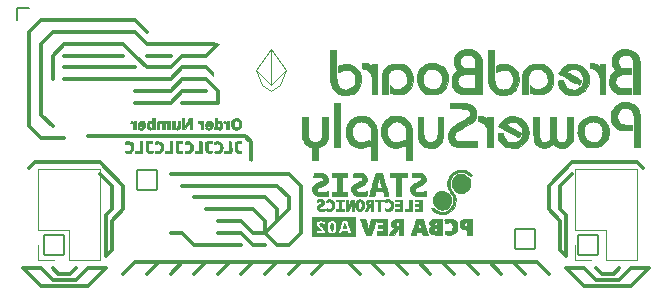
<source format=gbr>
%TF.GenerationSoftware,KiCad,Pcbnew,(7.0.0)*%
%TF.CreationDate,2023-03-29T15:29:01+01:00*%
%TF.ProjectId,MicroBBPS,4d696372-6f42-4425-9053-2e6b69636164,rev?*%
%TF.SameCoordinates,Original*%
%TF.FileFunction,Legend,Bot*%
%TF.FilePolarity,Positive*%
%FSLAX46Y46*%
G04 Gerber Fmt 4.6, Leading zero omitted, Abs format (unit mm)*
G04 Created by KiCad (PCBNEW (7.0.0)) date 2023-03-29 15:29:01*
%MOMM*%
%LPD*%
G01*
G04 APERTURE LIST*
G04 Aperture macros list*
%AMRoundRect*
0 Rectangle with rounded corners*
0 $1 Rounding radius*
0 $2 $3 $4 $5 $6 $7 $8 $9 X,Y pos of 4 corners*
0 Add a 4 corners polygon primitive as box body*
4,1,4,$2,$3,$4,$5,$6,$7,$8,$9,$2,$3,0*
0 Add four circle primitives for the rounded corners*
1,1,$1+$1,$2,$3*
1,1,$1+$1,$4,$5*
1,1,$1+$1,$6,$7*
1,1,$1+$1,$8,$9*
0 Add four rect primitives between the rounded corners*
20,1,$1+$1,$2,$3,$4,$5,0*
20,1,$1+$1,$4,$5,$6,$7,0*
20,1,$1+$1,$6,$7,$8,$9,0*
20,1,$1+$1,$8,$9,$2,$3,0*%
G04 Aperture macros list end*
%ADD10C,0.200000*%
%ADD11C,0.350000*%
%ADD12C,0.120000*%
%ADD13C,0.010000*%
%ADD14C,2.800000*%
%ADD15RoundRect,0.050000X0.850000X0.850000X-0.850000X0.850000X-0.850000X-0.850000X0.850000X-0.850000X0*%
%ADD16O,1.800000X1.800000*%
%ADD17RoundRect,0.050000X-0.850000X-0.850000X0.850000X-0.850000X0.850000X0.850000X-0.850000X0.850000X0*%
%ADD18O,1.100000X1.850000*%
%ADD19O,1.100000X2.100000*%
%TA.AperFunction,Profile*%
%ADD20C,0.050000*%
%TD*%
G04 APERTURE END LIST*
D10*
X0Y0D02*
X0Y-1000000D01*
X0Y0D02*
X1000000Y0D01*
D11*
X46500000Y-17500000D02*
X46500000Y-21000000D01*
X7500000Y-17500000D02*
X8000000Y-17000000D01*
X2000000Y-22000000D02*
X3000000Y-23000000D01*
X2000000Y-22000000D02*
X500000Y-22000000D01*
X46500000Y-22000000D02*
X48000000Y-23500000D01*
X53500000Y-22000000D02*
X52000000Y-22000000D01*
X52000000Y-22000000D02*
X51000000Y-23000000D01*
X50500000Y-22500000D02*
X51000000Y-22000000D01*
X52000000Y-23500000D02*
X53500000Y-22000000D01*
X48000000Y-23500000D02*
X52000000Y-23500000D01*
X48000000Y-22000000D02*
X46500000Y-22000000D01*
X49000000Y-22000000D02*
X49500000Y-22500000D01*
X48000000Y-22000000D02*
X49000000Y-23000000D01*
X49500000Y-22500000D02*
X50500000Y-22500000D01*
X51000000Y-23000000D02*
X49000000Y-23000000D01*
X46000000Y-18000000D02*
X46000000Y-20500000D01*
X44000000Y-21500000D02*
X27000000Y-21500000D01*
D12*
X22770000Y-5230000D02*
X22262000Y-6500000D01*
X21500000Y-6500000D02*
X22770000Y-5230000D01*
X22770000Y-5230000D02*
X21500000Y-3452000D01*
X21500000Y-6500000D02*
X20230000Y-5230000D01*
X21500000Y-3452000D02*
X21500000Y-6500000D01*
X20738000Y-6500000D02*
X20230000Y-5230000D01*
X21500000Y-7008000D02*
X20738000Y-6500000D01*
X20230000Y-5230000D02*
X21500000Y-3452000D01*
X22262000Y-6500000D02*
X21500000Y-7008000D01*
D11*
X22000000Y-18000000D02*
X22000000Y-17000000D01*
X21000000Y-18000000D02*
X21000000Y-19000000D01*
X21000000Y-19000000D02*
X22000000Y-18000000D01*
X24000000Y-19000000D02*
X23000000Y-20000000D01*
X20000000Y-19000000D02*
X19000000Y-18000000D01*
X17000000Y-19000000D02*
X19000000Y-19000000D01*
X22000000Y-15000000D02*
X23000000Y-16000000D01*
X19000000Y-19000000D02*
X20000000Y-20000000D01*
X20000000Y-20000000D02*
X21000000Y-20000000D01*
X24000000Y-15000000D02*
X23000000Y-14000000D01*
X23000000Y-14000000D02*
X13000000Y-14000000D01*
X20000000Y-17000000D02*
X21000000Y-18000000D01*
X23000000Y-17000000D02*
X22000000Y-18000000D01*
X14000000Y-15000000D02*
X22000000Y-15000000D01*
X16000000Y-17000000D02*
X20000000Y-17000000D01*
X24000000Y-19000000D02*
X24000000Y-15000000D01*
X21000000Y-16000000D02*
X15000000Y-16000000D01*
X23000000Y-20000000D02*
X22000000Y-20000000D01*
X22000000Y-20000000D02*
X21000000Y-19000000D01*
X21000000Y-19000000D02*
X20000000Y-19000000D01*
X22000000Y-17000000D02*
X21000000Y-16000000D01*
X19000000Y-18000000D02*
X17000000Y-18000000D01*
X23000000Y-16000000D02*
X23000000Y-17000000D01*
X14000000Y-19000000D02*
X13000000Y-19000000D01*
X16000000Y-20000000D02*
X15000000Y-20000000D01*
X19000000Y-20000000D02*
X16000000Y-20000000D01*
X15000000Y-20000000D02*
X14000000Y-19000000D01*
X2000000Y-9000000D02*
X2000000Y-3000000D01*
X13000000Y-6000000D02*
X14000000Y-5000000D01*
X17000000Y-6000000D02*
X16000000Y-5000000D01*
X4000000Y-6000000D02*
X13000000Y-6000000D01*
X17000000Y-3000000D02*
X16000000Y-4000000D01*
X4000000Y-3000000D02*
X3000000Y-4000000D01*
X16000000Y-3000000D02*
X17000000Y-3000000D01*
X14000000Y-5000000D02*
X16000000Y-5000000D01*
X9000000Y-17000000D02*
X8000000Y-18000000D01*
X14000000Y-4000000D02*
X13000000Y-5000000D01*
X10000000Y-4000000D02*
X9000000Y-3000000D01*
X9000000Y-4000000D02*
X4000000Y-4000000D01*
X10000000Y-8000000D02*
X13000000Y-8000000D01*
X10000000Y-2000000D02*
X11000000Y-3000000D01*
X17000000Y-8000000D02*
X17000000Y-7000000D01*
X14000000Y-7000000D02*
X16000000Y-7000000D01*
X13000000Y-4000000D02*
X11000000Y-4000000D01*
X13000000Y-8000000D02*
X14000000Y-7000000D01*
X11000000Y-5000000D02*
X10000000Y-4000000D01*
X3000000Y-4000000D02*
X3000000Y-6000000D01*
X13000000Y-7000000D02*
X10000000Y-7000000D01*
X14000000Y-8000000D02*
X17000000Y-8000000D01*
X16000000Y-4000000D02*
X14000000Y-4000000D01*
X13000000Y-5000000D02*
X11000000Y-5000000D01*
X14000000Y-6000000D02*
X13000000Y-7000000D01*
X10000000Y-5000000D02*
X4000000Y-5000000D01*
X16000000Y-6000000D02*
X14000000Y-6000000D01*
X16000000Y-3000000D02*
X11000000Y-3000000D01*
X7000000Y-14000000D02*
X8000000Y-15000000D01*
X17000000Y-7000000D02*
X16000000Y-6000000D01*
X8000000Y-15000000D02*
X8000000Y-17000000D01*
X7000000Y-13000000D02*
X9000000Y-15000000D01*
X2000000Y-3000000D02*
X3000000Y-2000000D01*
X3000000Y-2000000D02*
X10000000Y-2000000D01*
X9000000Y-15000000D02*
X9000000Y-17000000D01*
X9000000Y-3000000D02*
X4000000Y-3000000D01*
X11000000Y-2000000D02*
X10000000Y-1000000D01*
X2000000Y-11000000D02*
X4000000Y-11000000D01*
X10000000Y-1000000D02*
X2000000Y-1000000D01*
X47000000Y-14000000D02*
X46000000Y-15000000D01*
X3000000Y-10000000D02*
X2000000Y-9000000D01*
X46000000Y-16000000D02*
X46000000Y-17000000D01*
X47000000Y-13000000D02*
X45000000Y-15000000D01*
X46000000Y-15000000D02*
X46000000Y-16000000D01*
X2000000Y-1000000D02*
X1000000Y-2000000D01*
X1000000Y-10000000D02*
X2000000Y-11000000D01*
X1000000Y-2000000D02*
X1000000Y-10000000D01*
X45000000Y-15000000D02*
X45000000Y-17000000D01*
X45000000Y-17000000D02*
X46000000Y-18000000D01*
X52500000Y-13000000D02*
X53000000Y-13500000D01*
X25000000Y-22500000D02*
X26000000Y-21500000D01*
X29000000Y-22500000D02*
X28000000Y-21500000D01*
X4500000Y-22500000D02*
X5000000Y-22000000D01*
X7500000Y-18000000D02*
X7500000Y-17500000D01*
X5000000Y-23000000D02*
X3000000Y-23000000D01*
X43000000Y-22500000D02*
X42000000Y-21500000D01*
X13000000Y-22500000D02*
X14000000Y-21500000D01*
X46000000Y-17000000D02*
X46500000Y-17500000D01*
X1500000Y-13000000D02*
X1000000Y-13500000D01*
X41000000Y-22500000D02*
X40000000Y-21500000D01*
X500000Y-22000000D02*
X2000000Y-23500000D01*
X8000000Y-20500000D02*
X7500000Y-21000000D01*
X8000000Y-18000000D02*
X8000000Y-20500000D01*
X46000000Y-20500000D02*
X46500000Y-21000000D01*
X47000000Y-13000000D02*
X52500000Y-13000000D01*
X45000000Y-22500000D02*
X44000000Y-21500000D01*
X7000000Y-13000000D02*
X1500000Y-13000000D01*
X10000000Y-21500000D02*
X27000000Y-21500000D01*
X31000000Y-22500000D02*
X30000000Y-21500000D01*
X17000000Y-22500000D02*
X18000000Y-21500000D01*
X3000000Y-22000000D02*
X3500000Y-22500000D01*
X19000000Y-22500000D02*
X20000000Y-21500000D01*
X37000000Y-22500000D02*
X36000000Y-21500000D01*
X2000000Y-23500000D02*
X6000000Y-23500000D01*
X15000000Y-22500000D02*
X16000000Y-21500000D01*
X9000000Y-22500000D02*
X10000000Y-21500000D01*
X35000000Y-22500000D02*
X34000000Y-21500000D01*
X7500000Y-21000000D02*
X7500000Y-18000000D01*
X7500000Y-22000000D02*
X6000000Y-22000000D01*
X6000000Y-22000000D02*
X5000000Y-23000000D01*
X3500000Y-22500000D02*
X4500000Y-22500000D01*
X33000000Y-22500000D02*
X32000000Y-21500000D01*
X21000000Y-22500000D02*
X22000000Y-21500000D01*
X6000000Y-23500000D02*
X7500000Y-22000000D01*
X39000000Y-22500000D02*
X38000000Y-21500000D01*
X23000000Y-22500000D02*
X24000000Y-21500000D01*
X11000000Y-22500000D02*
X12000000Y-21500000D01*
D12*
%TO.C,J3*%
X1790000Y-13590000D02*
X6990000Y-13590000D01*
X1790000Y-18730000D02*
X1790000Y-13590000D01*
X1790000Y-18730000D02*
X4390000Y-18730000D01*
X1790000Y-20000000D02*
X1790000Y-21330000D01*
X1790000Y-21330000D02*
X3120000Y-21330000D01*
X4390000Y-18730000D02*
X4390000Y-21330000D01*
X4390000Y-21330000D02*
X6990000Y-21330000D01*
X6990000Y-21330000D02*
X6990000Y-13590000D01*
%TO.C,J4*%
X47260000Y-13590000D02*
X52460000Y-13590000D01*
X47260000Y-18730000D02*
X47260000Y-13590000D01*
X47260000Y-18730000D02*
X49860000Y-18730000D01*
X47260000Y-20000000D02*
X47260000Y-21330000D01*
X47260000Y-21330000D02*
X48590000Y-21330000D01*
X49860000Y-18730000D02*
X49860000Y-21330000D01*
X49860000Y-21330000D02*
X52460000Y-21330000D01*
X52460000Y-21330000D02*
X52460000Y-13590000D01*
%TO.C,G\u002A\u002A\u002A*%
G36*
X27355600Y-11720600D02*
G01*
X26847600Y-11720600D01*
X26847600Y-7986800D01*
X27355600Y-7986800D01*
X27355600Y-11720600D01*
G37*
D13*
X27355600Y-11720600D02*
X26847600Y-11720600D01*
X26847600Y-7986800D01*
X27355600Y-7986800D01*
X27355600Y-11720600D01*
G36*
X33426200Y-17156200D02*
G01*
X32816600Y-17156200D01*
X32816600Y-16978400D01*
X33223000Y-16978400D01*
X33223000Y-16191000D01*
X33426200Y-16191000D01*
X33426200Y-17156200D01*
G37*
X33426200Y-17156200D02*
X32816600Y-17156200D01*
X32816600Y-16978400D01*
X33223000Y-16978400D01*
X33223000Y-16191000D01*
X33426200Y-16191000D01*
X33426200Y-17156200D01*
G36*
X13131600Y-12254000D02*
G01*
X12522000Y-12254000D01*
X12522000Y-12076200D01*
X12928400Y-12076200D01*
X12928400Y-11263400D01*
X13131600Y-11263400D01*
X13131600Y-12254000D01*
G37*
X13131600Y-12254000D02*
X12522000Y-12254000D01*
X12522000Y-12076200D01*
X12928400Y-12076200D01*
X12928400Y-11263400D01*
X13131600Y-11263400D01*
X13131600Y-12254000D01*
G36*
X10617000Y-12254000D02*
G01*
X10007400Y-12254000D01*
X10007400Y-12076200D01*
X10413800Y-12076200D01*
X10413800Y-11263400D01*
X10617000Y-11263400D01*
X10617000Y-12254000D01*
G37*
X10617000Y-12254000D02*
X10007400Y-12254000D01*
X10007400Y-12076200D01*
X10413800Y-12076200D01*
X10413800Y-11263400D01*
X10617000Y-11263400D01*
X10617000Y-12254000D01*
G36*
X15538250Y-11268216D02*
G01*
X15633500Y-11276100D01*
X15640399Y-11765050D01*
X15647297Y-12254000D01*
X15036600Y-12254000D01*
X15036600Y-12076200D01*
X15443000Y-12076200D01*
X15443000Y-11260333D01*
X15538250Y-11268216D01*
G37*
X15538250Y-11268216D02*
X15633500Y-11276100D01*
X15640399Y-11765050D01*
X15647297Y-12254000D01*
X15036600Y-12254000D01*
X15036600Y-12076200D01*
X15443000Y-12076200D01*
X15443000Y-11260333D01*
X15538250Y-11268216D01*
G36*
X34264400Y-17156200D02*
G01*
X33680200Y-17156200D01*
X33680200Y-16978400D01*
X34061200Y-16978400D01*
X34061200Y-16724400D01*
X33680200Y-16724400D01*
X33680200Y-16572000D01*
X34061200Y-16572000D01*
X34061200Y-16343400D01*
X33680200Y-16343400D01*
X33680200Y-16191000D01*
X34264400Y-16191000D01*
X34264400Y-17156200D01*
G37*
X34264400Y-17156200D02*
X33680200Y-17156200D01*
X33680200Y-16978400D01*
X34061200Y-16978400D01*
X34061200Y-16724400D01*
X33680200Y-16724400D01*
X33680200Y-16572000D01*
X34061200Y-16572000D01*
X34061200Y-16343400D01*
X33680200Y-16343400D01*
X33680200Y-16191000D01*
X34264400Y-16191000D01*
X34264400Y-17156200D01*
G36*
X32613400Y-17156200D02*
G01*
X32029200Y-17156200D01*
X32029200Y-16978400D01*
X32410200Y-16978400D01*
X32410200Y-16724400D01*
X32029200Y-16724400D01*
X32029200Y-16572000D01*
X32410200Y-16572000D01*
X32410200Y-16343400D01*
X32029200Y-16343400D01*
X32029200Y-16191000D01*
X32613400Y-16191000D01*
X32613400Y-17156200D01*
G37*
X32613400Y-17156200D02*
X32029200Y-17156200D01*
X32029200Y-16978400D01*
X32410200Y-16978400D01*
X32410200Y-16724400D01*
X32029200Y-16724400D01*
X32029200Y-16572000D01*
X32410200Y-16572000D01*
X32410200Y-16343400D01*
X32029200Y-16343400D01*
X32029200Y-16191000D01*
X32613400Y-16191000D01*
X32613400Y-17156200D01*
G36*
X27914400Y-14260600D02*
G01*
X27508000Y-14260600D01*
X27508000Y-15556000D01*
X27914400Y-15556000D01*
X27914400Y-15886200D01*
X26695200Y-15886200D01*
X26695200Y-15556000D01*
X27127000Y-15556000D01*
X27127000Y-14260600D01*
X26695200Y-14260600D01*
X26695200Y-13955800D01*
X27914400Y-13955800D01*
X27914400Y-14260600D01*
G37*
X27914400Y-14260600D02*
X27508000Y-14260600D01*
X27508000Y-15556000D01*
X27914400Y-15556000D01*
X27914400Y-15886200D01*
X26695200Y-15886200D01*
X26695200Y-15556000D01*
X27127000Y-15556000D01*
X27127000Y-14260600D01*
X26695200Y-14260600D01*
X26695200Y-13955800D01*
X27914400Y-13955800D01*
X27914400Y-14260600D01*
G36*
X31343400Y-19162800D02*
G01*
X30505200Y-19162800D01*
X30505200Y-18858000D01*
X30962400Y-18858000D01*
X30962400Y-18631454D01*
X30543300Y-18616700D01*
X30543300Y-18337300D01*
X30752850Y-18329922D01*
X30962400Y-18322545D01*
X30962400Y-18121400D01*
X30505200Y-18121400D01*
X30505200Y-17842000D01*
X31343400Y-17842000D01*
X31343400Y-19162800D01*
G37*
X31343400Y-19162800D02*
X30505200Y-19162800D01*
X30505200Y-18858000D01*
X30962400Y-18858000D01*
X30962400Y-18631454D01*
X30543300Y-18616700D01*
X30543300Y-18337300D01*
X30752850Y-18329922D01*
X30962400Y-18322545D01*
X30962400Y-18121400D01*
X30505200Y-18121400D01*
X30505200Y-17842000D01*
X31343400Y-17842000D01*
X31343400Y-19162800D01*
G36*
X33019800Y-14028825D02*
G01*
X33015767Y-14097502D01*
X33003925Y-14181225D01*
X32988050Y-14260600D01*
X32816600Y-14260600D01*
X32728914Y-14262385D01*
X32633215Y-14268135D01*
X32565775Y-14276475D01*
X32486400Y-14292350D01*
X32486400Y-15886200D01*
X32105400Y-15886200D01*
X32105400Y-14287777D01*
X31845050Y-14280538D01*
X31584700Y-14273300D01*
X31569576Y-13955800D01*
X33019800Y-13955800D01*
X33019800Y-14028825D01*
G37*
X33019800Y-14028825D02*
X33015767Y-14097502D01*
X33003925Y-14181225D01*
X32988050Y-14260600D01*
X32816600Y-14260600D01*
X32728914Y-14262385D01*
X32633215Y-14268135D01*
X32565775Y-14276475D01*
X32486400Y-14292350D01*
X32486400Y-15886200D01*
X32105400Y-15886200D01*
X32105400Y-14287777D01*
X31845050Y-14280538D01*
X31584700Y-14273300D01*
X31569576Y-13955800D01*
X33019800Y-13955800D01*
X33019800Y-14028825D01*
G36*
X31038600Y-16268365D02*
G01*
X31036111Y-16311423D01*
X31020334Y-16333735D01*
X30978765Y-16342120D01*
X30898900Y-16343400D01*
X30759200Y-16343400D01*
X30759200Y-17156200D01*
X30556000Y-17156200D01*
X30556000Y-16343400D01*
X30429000Y-16343400D01*
X30366285Y-16342544D01*
X30321835Y-16334802D01*
X30304775Y-16312308D01*
X30302000Y-16267200D01*
X30302000Y-16191000D01*
X31038600Y-16191000D01*
X31038600Y-16268365D01*
G37*
X31038600Y-16268365D02*
X31036111Y-16311423D01*
X31020334Y-16333735D01*
X30978765Y-16342120D01*
X30898900Y-16343400D01*
X30759200Y-16343400D01*
X30759200Y-17156200D01*
X30556000Y-17156200D01*
X30556000Y-16343400D01*
X30429000Y-16343400D01*
X30366285Y-16342544D01*
X30321835Y-16334802D01*
X30304775Y-16312308D01*
X30302000Y-16267200D01*
X30302000Y-16191000D01*
X31038600Y-16191000D01*
X31038600Y-16268365D01*
G36*
X18052850Y-11268216D02*
G01*
X18148100Y-11276100D01*
X18155059Y-11732446D01*
X18156529Y-11864936D01*
X18156775Y-11999427D01*
X18155620Y-12109535D01*
X18153164Y-12186459D01*
X18149506Y-12221396D01*
X18128737Y-12236381D01*
X18074758Y-12246587D01*
X17981837Y-12252251D01*
X17844098Y-12254000D01*
X17551200Y-12254000D01*
X17551200Y-12076200D01*
X17957600Y-12076200D01*
X17957600Y-11260333D01*
X18052850Y-11268216D01*
G37*
X18052850Y-11268216D02*
X18148100Y-11276100D01*
X18155059Y-11732446D01*
X18156529Y-11864936D01*
X18156775Y-11999427D01*
X18155620Y-12109535D01*
X18153164Y-12186459D01*
X18149506Y-12221396D01*
X18128737Y-12236381D01*
X18074758Y-12246587D01*
X17981837Y-12252251D01*
X17844098Y-12254000D01*
X17551200Y-12254000D01*
X17551200Y-12076200D01*
X17957600Y-12076200D01*
X17957600Y-11260333D01*
X18052850Y-11268216D01*
G36*
X27990600Y-16484599D02*
G01*
X27992194Y-16595219D01*
X27996715Y-16686963D01*
X28003456Y-16746746D01*
X28011710Y-16765151D01*
X28011793Y-16765098D01*
X28029932Y-16737611D01*
X28063425Y-16673147D01*
X28107525Y-16581273D01*
X28157481Y-16471552D01*
X28282143Y-16191000D01*
X28524000Y-16191000D01*
X28524000Y-17156200D01*
X28347718Y-17156200D01*
X28333500Y-16516400D01*
X28051836Y-17143500D01*
X27932318Y-17151241D01*
X27812800Y-17158983D01*
X27812800Y-16191000D01*
X27990600Y-16191000D01*
X27990600Y-16484599D01*
G37*
X27990600Y-16484599D02*
X27992194Y-16595219D01*
X27996715Y-16686963D01*
X28003456Y-16746746D01*
X28011710Y-16765151D01*
X28011793Y-16765098D01*
X28029932Y-16737611D01*
X28063425Y-16673147D01*
X28107525Y-16581273D01*
X28157481Y-16471552D01*
X28282143Y-16191000D01*
X28524000Y-16191000D01*
X28524000Y-17156200D01*
X28347718Y-17156200D01*
X28333500Y-16516400D01*
X28051836Y-17143500D01*
X27932318Y-17151241D01*
X27812800Y-17158983D01*
X27812800Y-16191000D01*
X27990600Y-16191000D01*
X27990600Y-16484599D01*
G36*
X26681312Y-18185738D02*
G01*
X26721229Y-18237353D01*
X26737320Y-18308670D01*
X26745685Y-18408982D01*
X26746352Y-18521566D01*
X26739750Y-18630741D01*
X26726310Y-18720828D01*
X26706460Y-18776148D01*
X26670562Y-18818208D01*
X26631212Y-18828235D01*
X26584226Y-18794196D01*
X26568721Y-18772445D01*
X26542800Y-18696471D01*
X26527055Y-18592880D01*
X26521797Y-18476837D01*
X26527341Y-18363504D01*
X26543998Y-18268044D01*
X26572082Y-18205622D01*
X26573475Y-18203977D01*
X26626309Y-18173389D01*
X26681312Y-18185738D01*
G37*
X26681312Y-18185738D02*
X26721229Y-18237353D01*
X26737320Y-18308670D01*
X26745685Y-18408982D01*
X26746352Y-18521566D01*
X26739750Y-18630741D01*
X26726310Y-18720828D01*
X26706460Y-18776148D01*
X26670562Y-18818208D01*
X26631212Y-18828235D01*
X26584226Y-18794196D01*
X26568721Y-18772445D01*
X26542800Y-18696471D01*
X26527055Y-18592880D01*
X26521797Y-18476837D01*
X26527341Y-18363504D01*
X26543998Y-18268044D01*
X26572082Y-18205622D01*
X26573475Y-18203977D01*
X26626309Y-18173389D01*
X26681312Y-18185738D01*
G36*
X14174714Y-9980700D02*
G01*
X14251318Y-9853700D01*
X14263174Y-9833992D01*
X14317705Y-9742662D01*
X14382963Y-9632629D01*
X14447311Y-9523500D01*
X14566700Y-9320300D01*
X14820700Y-9320300D01*
X14834546Y-10247400D01*
X14625216Y-10247400D01*
X14642900Y-9568178D01*
X14589538Y-9660139D01*
X14565691Y-9701182D01*
X14516872Y-9785094D01*
X14456280Y-9889165D01*
X14391857Y-9999750D01*
X14247539Y-10247400D01*
X13995200Y-10247400D01*
X13995200Y-9307600D01*
X14173000Y-9307600D01*
X14174714Y-9980700D01*
G37*
X14174714Y-9980700D02*
X14251318Y-9853700D01*
X14263174Y-9833992D01*
X14317705Y-9742662D01*
X14382963Y-9632629D01*
X14447311Y-9523500D01*
X14566700Y-9320300D01*
X14820700Y-9320300D01*
X14834546Y-10247400D01*
X14625216Y-10247400D01*
X14642900Y-9568178D01*
X14589538Y-9660139D01*
X14565691Y-9701182D01*
X14516872Y-9785094D01*
X14456280Y-9889165D01*
X14391857Y-9999750D01*
X14247539Y-10247400D01*
X13995200Y-10247400D01*
X13995200Y-9307600D01*
X14173000Y-9307600D01*
X14174714Y-9980700D01*
G36*
X27714487Y-18182986D02*
G01*
X27735061Y-18230552D01*
X27760939Y-18302150D01*
X27788136Y-18385586D01*
X27812670Y-18468662D01*
X27830554Y-18539182D01*
X27837806Y-18584950D01*
X27828880Y-18591956D01*
X27782416Y-18600617D01*
X27709489Y-18604000D01*
X27678505Y-18603777D01*
X27617575Y-18599315D01*
X27592909Y-18585950D01*
X27593751Y-18559550D01*
X27603666Y-18524457D01*
X27623895Y-18451163D01*
X27648001Y-18362700D01*
X27667738Y-18291131D01*
X27689284Y-18216099D01*
X27702973Y-18172200D01*
X27703202Y-18171651D01*
X27714487Y-18182986D01*
G37*
X27714487Y-18182986D02*
X27735061Y-18230552D01*
X27760939Y-18302150D01*
X27788136Y-18385586D01*
X27812670Y-18468662D01*
X27830554Y-18539182D01*
X27837806Y-18584950D01*
X27828880Y-18591956D01*
X27782416Y-18600617D01*
X27709489Y-18604000D01*
X27678505Y-18603777D01*
X27617575Y-18599315D01*
X27592909Y-18585950D01*
X27593751Y-18559550D01*
X27603666Y-18524457D01*
X27623895Y-18451163D01*
X27648001Y-18362700D01*
X27667738Y-18291131D01*
X27689284Y-18216099D01*
X27702973Y-18172200D01*
X27703202Y-18171651D01*
X27714487Y-18182986D01*
G36*
X9740822Y-9549242D02*
G01*
X9808969Y-9587053D01*
X9817994Y-9593646D01*
X9860335Y-9621538D01*
X9880085Y-9619216D01*
X9893230Y-9586590D01*
X9919671Y-9550298D01*
X9983712Y-9536200D01*
X10058200Y-9536200D01*
X10058200Y-10247400D01*
X9855000Y-10247400D01*
X9855000Y-10031500D01*
X9852747Y-9942425D01*
X9837790Y-9832894D01*
X9805700Y-9762577D01*
X9752864Y-9725078D01*
X9675667Y-9714000D01*
X9661747Y-9713919D01*
X9618689Y-9707742D01*
X9603695Y-9680995D01*
X9605817Y-9618750D01*
X9614684Y-9557458D01*
X9634910Y-9531799D01*
X9677200Y-9530312D01*
X9740822Y-9549242D01*
G37*
X9740822Y-9549242D02*
X9808969Y-9587053D01*
X9817994Y-9593646D01*
X9860335Y-9621538D01*
X9880085Y-9619216D01*
X9893230Y-9586590D01*
X9919671Y-9550298D01*
X9983712Y-9536200D01*
X10058200Y-9536200D01*
X10058200Y-10247400D01*
X9855000Y-10247400D01*
X9855000Y-10031500D01*
X9852747Y-9942425D01*
X9837790Y-9832894D01*
X9805700Y-9762577D01*
X9752864Y-9725078D01*
X9675667Y-9714000D01*
X9661747Y-9713919D01*
X9618689Y-9707742D01*
X9603695Y-9680995D01*
X9605817Y-9618750D01*
X9614684Y-9557458D01*
X9634910Y-9531799D01*
X9677200Y-9530312D01*
X9740822Y-9549242D01*
G36*
X17641782Y-9550016D02*
G01*
X17701404Y-9597053D01*
X17737141Y-9630099D01*
X17768326Y-9630338D01*
X17779800Y-9585390D01*
X17782477Y-9560607D01*
X17804946Y-9540730D01*
X17862350Y-9540940D01*
X17944900Y-9548900D01*
X17959034Y-10247400D01*
X17729000Y-10247400D01*
X17729000Y-10020240D01*
X17728611Y-9946181D01*
X17725285Y-9861876D01*
X17716476Y-9809429D01*
X17699718Y-9777198D01*
X17672549Y-9753540D01*
X17621051Y-9728606D01*
X17545549Y-9714000D01*
X17502580Y-9710046D01*
X17479792Y-9686479D01*
X17475000Y-9627817D01*
X17484273Y-9563462D01*
X17513321Y-9526930D01*
X17569686Y-9524279D01*
X17641782Y-9550016D01*
G37*
X17641782Y-9550016D02*
X17701404Y-9597053D01*
X17737141Y-9630099D01*
X17768326Y-9630338D01*
X17779800Y-9585390D01*
X17782477Y-9560607D01*
X17804946Y-9540730D01*
X17862350Y-9540940D01*
X17944900Y-9548900D01*
X17959034Y-10247400D01*
X17729000Y-10247400D01*
X17729000Y-10020240D01*
X17728611Y-9946181D01*
X17725285Y-9861876D01*
X17716476Y-9809429D01*
X17699718Y-9777198D01*
X17672549Y-9753540D01*
X17621051Y-9728606D01*
X17545549Y-9714000D01*
X17502580Y-9710046D01*
X17479792Y-9686479D01*
X17475000Y-9627817D01*
X17484273Y-9563462D01*
X17513321Y-9526930D01*
X17569686Y-9524279D01*
X17641782Y-9550016D01*
G36*
X29393950Y-4622162D02*
G01*
X29467213Y-4631008D01*
X29641803Y-4668455D01*
X29784264Y-4728427D01*
X29906282Y-4815329D01*
X30022600Y-4917717D01*
X30022600Y-4710200D01*
X30505200Y-4710200D01*
X30505200Y-7250200D01*
X30022600Y-7250200D01*
X30022600Y-6515862D01*
X30022311Y-6310403D01*
X30021135Y-6132882D01*
X30018719Y-5993278D01*
X30014709Y-5884925D01*
X30008751Y-5801156D01*
X30000492Y-5735305D01*
X29989578Y-5680706D01*
X29975656Y-5630693D01*
X29934129Y-5519685D01*
X29836227Y-5352951D01*
X29708939Y-5225968D01*
X29554298Y-5140536D01*
X29374334Y-5098452D01*
X29235200Y-5084092D01*
X29235200Y-4606077D01*
X29393950Y-4622162D01*
G37*
X29393950Y-4622162D02*
X29467213Y-4631008D01*
X29641803Y-4668455D01*
X29784264Y-4728427D01*
X29906282Y-4815329D01*
X30022600Y-4917717D01*
X30022600Y-4710200D01*
X30505200Y-4710200D01*
X30505200Y-7250200D01*
X30022600Y-7250200D01*
X30022600Y-6515862D01*
X30022311Y-6310403D01*
X30021135Y-6132882D01*
X30018719Y-5993278D01*
X30014709Y-5884925D01*
X30008751Y-5801156D01*
X30000492Y-5735305D01*
X29989578Y-5680706D01*
X29975656Y-5630693D01*
X29934129Y-5519685D01*
X29836227Y-5352951D01*
X29708939Y-5225968D01*
X29554298Y-5140536D01*
X29374334Y-5098452D01*
X29235200Y-5084092D01*
X29235200Y-4606077D01*
X29393950Y-4622162D01*
G36*
X15476635Y-9554238D02*
G01*
X15550904Y-9605404D01*
X15571800Y-9623412D01*
X15591644Y-9628456D01*
X15595400Y-9590936D01*
X15598830Y-9563254D01*
X15623537Y-9541511D01*
X15684300Y-9536200D01*
X15773200Y-9536200D01*
X15773200Y-10247400D01*
X15570000Y-10247400D01*
X15570000Y-10043045D01*
X15569901Y-10008454D01*
X15567092Y-9915254D01*
X15557961Y-9854827D01*
X15539239Y-9813186D01*
X15507655Y-9776345D01*
X15505128Y-9773867D01*
X15443794Y-9731501D01*
X15383373Y-9714000D01*
X15349569Y-9708943D01*
X15305243Y-9668710D01*
X15290600Y-9587640D01*
X15298767Y-9555736D01*
X15338879Y-9528606D01*
X15402064Y-9528373D01*
X15476635Y-9554238D01*
G37*
X15476635Y-9554238D02*
X15550904Y-9605404D01*
X15571800Y-9623412D01*
X15591644Y-9628456D01*
X15595400Y-9590936D01*
X15598830Y-9563254D01*
X15623537Y-9541511D01*
X15684300Y-9536200D01*
X15773200Y-9536200D01*
X15773200Y-10247400D01*
X15570000Y-10247400D01*
X15570000Y-10043045D01*
X15569901Y-10008454D01*
X15567092Y-9915254D01*
X15557961Y-9854827D01*
X15539239Y-9813186D01*
X15507655Y-9776345D01*
X15505128Y-9773867D01*
X15443794Y-9731501D01*
X15383373Y-9714000D01*
X15349569Y-9708943D01*
X15305243Y-9668710D01*
X15290600Y-9587640D01*
X15298767Y-9555736D01*
X15338879Y-9528606D01*
X15402064Y-9528373D01*
X15476635Y-9554238D01*
G36*
X48710650Y-4623333D02*
G01*
X48795219Y-4635196D01*
X48967195Y-4682168D01*
X49122239Y-4753865D01*
X49244050Y-4843557D01*
X49326600Y-4923365D01*
X49326600Y-4710200D01*
X49809200Y-4710200D01*
X49809200Y-7250200D01*
X49326600Y-7250200D01*
X49326600Y-6512798D01*
X49326553Y-6403005D01*
X49326006Y-6209009D01*
X49324525Y-6055866D01*
X49321715Y-5936858D01*
X49317178Y-5845270D01*
X49310518Y-5774385D01*
X49301340Y-5717486D01*
X49289246Y-5667856D01*
X49273840Y-5618779D01*
X49204196Y-5458414D01*
X49095884Y-5304487D01*
X48962307Y-5190091D01*
X48807239Y-5118332D01*
X48634450Y-5092314D01*
X48539200Y-5091200D01*
X48539200Y-4607185D01*
X48710650Y-4623333D01*
G37*
X48710650Y-4623333D02*
X48795219Y-4635196D01*
X48967195Y-4682168D01*
X49122239Y-4753865D01*
X49244050Y-4843557D01*
X49326600Y-4923365D01*
X49326600Y-4710200D01*
X49809200Y-4710200D01*
X49809200Y-7250200D01*
X49326600Y-7250200D01*
X49326600Y-6512798D01*
X49326553Y-6403005D01*
X49326006Y-6209009D01*
X49324525Y-6055866D01*
X49321715Y-5936858D01*
X49317178Y-5845270D01*
X49310518Y-5774385D01*
X49301340Y-5717486D01*
X49289246Y-5667856D01*
X49273840Y-5618779D01*
X49204196Y-5458414D01*
X49095884Y-5304487D01*
X48962307Y-5190091D01*
X48807239Y-5118332D01*
X48634450Y-5092314D01*
X48539200Y-5091200D01*
X48539200Y-4607185D01*
X48710650Y-4623333D01*
G36*
X39147550Y-9092562D02*
G01*
X39260440Y-9107447D01*
X39420782Y-9146944D01*
X39554030Y-9209023D01*
X39673845Y-9299044D01*
X39801600Y-9413907D01*
X39801600Y-9180600D01*
X40258800Y-9180600D01*
X40258800Y-11720600D01*
X39807991Y-11720600D01*
X39795018Y-10977650D01*
X39793546Y-10896056D01*
X39788588Y-10670893D01*
X39782333Y-10488047D01*
X39773761Y-10341080D01*
X39761851Y-10223559D01*
X39745582Y-10129045D01*
X39723932Y-10051105D01*
X39695882Y-9983303D01*
X39660409Y-9919203D01*
X39616492Y-9852368D01*
X39581862Y-9807131D01*
X39454272Y-9691856D01*
X39299167Y-9609917D01*
X39129835Y-9569049D01*
X38988800Y-9554492D01*
X38988800Y-9076477D01*
X39147550Y-9092562D01*
G37*
X39147550Y-9092562D02*
X39260440Y-9107447D01*
X39420782Y-9146944D01*
X39554030Y-9209023D01*
X39673845Y-9299044D01*
X39801600Y-9413907D01*
X39801600Y-9180600D01*
X40258800Y-9180600D01*
X40258800Y-11720600D01*
X39807991Y-11720600D01*
X39795018Y-10977650D01*
X39793546Y-10896056D01*
X39788588Y-10670893D01*
X39782333Y-10488047D01*
X39773761Y-10341080D01*
X39761851Y-10223559D01*
X39745582Y-10129045D01*
X39723932Y-10051105D01*
X39695882Y-9983303D01*
X39660409Y-9919203D01*
X39616492Y-9852368D01*
X39581862Y-9807131D01*
X39454272Y-9691856D01*
X39299167Y-9609917D01*
X39129835Y-9569049D01*
X38988800Y-9554492D01*
X38988800Y-9076477D01*
X39147550Y-9092562D01*
G36*
X27660400Y-16267200D02*
G01*
X27660240Y-16283562D01*
X27652908Y-16324084D01*
X27623947Y-16340390D01*
X27558800Y-16343400D01*
X27457200Y-16343400D01*
X27457200Y-16978400D01*
X27558800Y-16978400D01*
X27588780Y-16978598D01*
X27638333Y-16985085D01*
X27657325Y-17010380D01*
X27660400Y-17067300D01*
X27660400Y-17156200D01*
X27025400Y-17156200D01*
X27025400Y-17067300D01*
X27025628Y-17041067D01*
X27033041Y-16997708D01*
X27061950Y-16981091D01*
X27127000Y-16978400D01*
X27228600Y-16978400D01*
X27228600Y-16343400D01*
X27127000Y-16343400D01*
X27105184Y-16343279D01*
X27051154Y-16337780D01*
X27029413Y-16316060D01*
X27025400Y-16267200D01*
X27025400Y-16191000D01*
X27660400Y-16191000D01*
X27660400Y-16267200D01*
G37*
X27660400Y-16267200D02*
X27660240Y-16283562D01*
X27652908Y-16324084D01*
X27623947Y-16340390D01*
X27558800Y-16343400D01*
X27457200Y-16343400D01*
X27457200Y-16978400D01*
X27558800Y-16978400D01*
X27588780Y-16978598D01*
X27638333Y-16985085D01*
X27657325Y-17010380D01*
X27660400Y-17067300D01*
X27660400Y-17156200D01*
X27025400Y-17156200D01*
X27025400Y-17067300D01*
X27025628Y-17041067D01*
X27033041Y-16997708D01*
X27061950Y-16981091D01*
X27127000Y-16978400D01*
X27228600Y-16978400D01*
X27228600Y-16343400D01*
X27127000Y-16343400D01*
X27105184Y-16343279D01*
X27051154Y-16337780D01*
X27029413Y-16316060D01*
X27025400Y-16267200D01*
X27025400Y-16191000D01*
X27660400Y-16191000D01*
X27660400Y-16267200D01*
G36*
X37745548Y-14057359D02*
G01*
X37935642Y-14124699D01*
X37959859Y-14137023D01*
X38122914Y-14250217D01*
X38247617Y-14395494D01*
X38331356Y-14569007D01*
X38371520Y-14766906D01*
X38374425Y-14854888D01*
X38347136Y-15048119D01*
X38274821Y-15223022D01*
X38160548Y-15375023D01*
X38007382Y-15499547D01*
X37818391Y-15592021D01*
X37751565Y-15611952D01*
X37580339Y-15628596D01*
X37406330Y-15602529D01*
X37238425Y-15537827D01*
X37085513Y-15438565D01*
X36956483Y-15308819D01*
X36860223Y-15152665D01*
X36822558Y-15053566D01*
X36790584Y-14863954D01*
X36808477Y-14671936D01*
X36876136Y-14481719D01*
X36926288Y-14393234D01*
X37050618Y-14243805D01*
X37201317Y-14133276D01*
X37371777Y-14063874D01*
X37555390Y-14037826D01*
X37745548Y-14057359D01*
G37*
X37745548Y-14057359D02*
X37935642Y-14124699D01*
X37959859Y-14137023D01*
X38122914Y-14250217D01*
X38247617Y-14395494D01*
X38331356Y-14569007D01*
X38371520Y-14766906D01*
X38374425Y-14854888D01*
X38347136Y-15048119D01*
X38274821Y-15223022D01*
X38160548Y-15375023D01*
X38007382Y-15499547D01*
X37818391Y-15592021D01*
X37751565Y-15611952D01*
X37580339Y-15628596D01*
X37406330Y-15602529D01*
X37238425Y-15537827D01*
X37085513Y-15438565D01*
X36956483Y-15308819D01*
X36860223Y-15152665D01*
X36822558Y-15053566D01*
X36790584Y-14863954D01*
X36808477Y-14671936D01*
X36876136Y-14481719D01*
X36926288Y-14393234D01*
X37050618Y-14243805D01*
X37201317Y-14133276D01*
X37371777Y-14063874D01*
X37555390Y-14037826D01*
X37745548Y-14057359D01*
G36*
X11455200Y-11441200D02*
G01*
X11094118Y-11441200D01*
X11103269Y-11729467D01*
X11109057Y-11860022D01*
X11120284Y-11969820D01*
X11139402Y-12041387D01*
X11169600Y-12081450D01*
X11214065Y-12096739D01*
X11275984Y-12093980D01*
X11278657Y-12093620D01*
X11357985Y-12079751D01*
X11423450Y-12063420D01*
X11455313Y-12055882D01*
X11476167Y-12069800D01*
X11480600Y-12122538D01*
X11479693Y-12149235D01*
X11465121Y-12199326D01*
X11423529Y-12230915D01*
X11343118Y-12255404D01*
X11278348Y-12265614D01*
X11230873Y-12264051D01*
X11205844Y-12258838D01*
X11145783Y-12254000D01*
X11126533Y-12250048D01*
X11069867Y-12219157D01*
X11008160Y-12167640D01*
X10921800Y-12081280D01*
X10921800Y-11263400D01*
X11455200Y-11263400D01*
X11455200Y-11441200D01*
G37*
X11455200Y-11441200D02*
X11094118Y-11441200D01*
X11103269Y-11729467D01*
X11109057Y-11860022D01*
X11120284Y-11969820D01*
X11139402Y-12041387D01*
X11169600Y-12081450D01*
X11214065Y-12096739D01*
X11275984Y-12093980D01*
X11278657Y-12093620D01*
X11357985Y-12079751D01*
X11423450Y-12063420D01*
X11455313Y-12055882D01*
X11476167Y-12069800D01*
X11480600Y-12122538D01*
X11479693Y-12149235D01*
X11465121Y-12199326D01*
X11423529Y-12230915D01*
X11343118Y-12255404D01*
X11278348Y-12265614D01*
X11230873Y-12264051D01*
X11205844Y-12258838D01*
X11145783Y-12254000D01*
X11126533Y-12250048D01*
X11069867Y-12219157D01*
X11008160Y-12167640D01*
X10921800Y-12081280D01*
X10921800Y-11263400D01*
X11455200Y-11263400D01*
X11455200Y-11441200D01*
G36*
X13969800Y-11441200D02*
G01*
X13614200Y-11441200D01*
X13614575Y-11701550D01*
X13615860Y-11804105D01*
X13623605Y-11925393D01*
X13640958Y-12007459D01*
X13670883Y-12057198D01*
X13716343Y-12081507D01*
X13780300Y-12087283D01*
X13795347Y-12086837D01*
X13871363Y-12079134D01*
X13925350Y-12065516D01*
X13951015Y-12058557D01*
X13966200Y-12077503D01*
X13969800Y-12136498D01*
X13966711Y-12188632D01*
X13947378Y-12225196D01*
X13899950Y-12243037D01*
X13846866Y-12255319D01*
X13804700Y-12266284D01*
X13754019Y-12267345D01*
X13672970Y-12251871D01*
X13581253Y-12222957D01*
X13554703Y-12211512D01*
X13510991Y-12181252D01*
X13479298Y-12135653D01*
X13457808Y-12067639D01*
X13444705Y-11970136D01*
X13438174Y-11836068D01*
X13436400Y-11658361D01*
X13436400Y-11263400D01*
X13969800Y-11263400D01*
X13969800Y-11441200D01*
G37*
X13969800Y-11441200D02*
X13614200Y-11441200D01*
X13614575Y-11701550D01*
X13615860Y-11804105D01*
X13623605Y-11925393D01*
X13640958Y-12007459D01*
X13670883Y-12057198D01*
X13716343Y-12081507D01*
X13780300Y-12087283D01*
X13795347Y-12086837D01*
X13871363Y-12079134D01*
X13925350Y-12065516D01*
X13951015Y-12058557D01*
X13966200Y-12077503D01*
X13969800Y-12136498D01*
X13966711Y-12188632D01*
X13947378Y-12225196D01*
X13899950Y-12243037D01*
X13846866Y-12255319D01*
X13804700Y-12266284D01*
X13754019Y-12267345D01*
X13672970Y-12251871D01*
X13581253Y-12222957D01*
X13554703Y-12211512D01*
X13510991Y-12181252D01*
X13479298Y-12135653D01*
X13457808Y-12067639D01*
X13444705Y-11970136D01*
X13438174Y-11836068D01*
X13436400Y-11658361D01*
X13436400Y-11263400D01*
X13969800Y-11263400D01*
X13969800Y-11441200D01*
G36*
X18999000Y-11441200D02*
G01*
X18643400Y-11441200D01*
X18643400Y-11714948D01*
X18644772Y-11821847D01*
X18653314Y-11944900D01*
X18672134Y-12027585D01*
X18704035Y-12075987D01*
X18751825Y-12096192D01*
X18818308Y-12094283D01*
X18825095Y-12093285D01*
X18899464Y-12079032D01*
X18954550Y-12063285D01*
X18979390Y-12057743D01*
X18995182Y-12077226D01*
X18999000Y-12136498D01*
X18995911Y-12188632D01*
X18976578Y-12225196D01*
X18929150Y-12243037D01*
X18876058Y-12255220D01*
X18833900Y-12265891D01*
X18816681Y-12268736D01*
X18745762Y-12262672D01*
X18659553Y-12239735D01*
X18579900Y-12205149D01*
X18535595Y-12173508D01*
X18495581Y-12121461D01*
X18468225Y-12047284D01*
X18451902Y-11943905D01*
X18444989Y-11804249D01*
X18445860Y-11621242D01*
X18452900Y-11276100D01*
X18725950Y-11268890D01*
X18999000Y-11261681D01*
X18999000Y-11441200D01*
G37*
X18999000Y-11441200D02*
X18643400Y-11441200D01*
X18643400Y-11714948D01*
X18644772Y-11821847D01*
X18653314Y-11944900D01*
X18672134Y-12027585D01*
X18704035Y-12075987D01*
X18751825Y-12096192D01*
X18818308Y-12094283D01*
X18825095Y-12093285D01*
X18899464Y-12079032D01*
X18954550Y-12063285D01*
X18979390Y-12057743D01*
X18995182Y-12077226D01*
X18999000Y-12136498D01*
X18995911Y-12188632D01*
X18976578Y-12225196D01*
X18929150Y-12243037D01*
X18876058Y-12255220D01*
X18833900Y-12265891D01*
X18816681Y-12268736D01*
X18745762Y-12262672D01*
X18659553Y-12239735D01*
X18579900Y-12205149D01*
X18535595Y-12173508D01*
X18495581Y-12121461D01*
X18468225Y-12047284D01*
X18451902Y-11943905D01*
X18444989Y-11804249D01*
X18445860Y-11621242D01*
X18452900Y-11276100D01*
X18725950Y-11268890D01*
X18999000Y-11261681D01*
X18999000Y-11441200D01*
G36*
X16484400Y-11441200D02*
G01*
X16128800Y-11441200D01*
X16128800Y-11714948D01*
X16130139Y-11821105D01*
X16138567Y-11943790D01*
X16157242Y-12026327D01*
X16189025Y-12074948D01*
X16236775Y-12095889D01*
X16303352Y-12095382D01*
X16310271Y-12094521D01*
X16384819Y-12081153D01*
X16439950Y-12064893D01*
X16465390Y-12058338D01*
X16480741Y-12077430D01*
X16484400Y-12136498D01*
X16481311Y-12188632D01*
X16461978Y-12225196D01*
X16414550Y-12243037D01*
X16361466Y-12255319D01*
X16319300Y-12266284D01*
X16302378Y-12269911D01*
X16221764Y-12264125D01*
X16128800Y-12233730D01*
X16043069Y-12186643D01*
X15984155Y-12130781D01*
X15972131Y-12110477D01*
X15957778Y-12071822D01*
X15948095Y-12017108D01*
X15942222Y-11937654D01*
X15939300Y-11824779D01*
X15938466Y-11669800D01*
X15938300Y-11276100D01*
X16211350Y-11268890D01*
X16484400Y-11261681D01*
X16484400Y-11441200D01*
G37*
X16484400Y-11441200D02*
X16128800Y-11441200D01*
X16128800Y-11714948D01*
X16130139Y-11821105D01*
X16138567Y-11943790D01*
X16157242Y-12026327D01*
X16189025Y-12074948D01*
X16236775Y-12095889D01*
X16303352Y-12095382D01*
X16310271Y-12094521D01*
X16384819Y-12081153D01*
X16439950Y-12064893D01*
X16465390Y-12058338D01*
X16480741Y-12077430D01*
X16484400Y-12136498D01*
X16481311Y-12188632D01*
X16461978Y-12225196D01*
X16414550Y-12243037D01*
X16361466Y-12255319D01*
X16319300Y-12266284D01*
X16302378Y-12269911D01*
X16221764Y-12264125D01*
X16128800Y-12233730D01*
X16043069Y-12186643D01*
X15984155Y-12130781D01*
X15972131Y-12110477D01*
X15957778Y-12071822D01*
X15948095Y-12017108D01*
X15942222Y-11937654D01*
X15939300Y-11824779D01*
X15938466Y-11669800D01*
X15938300Y-11276100D01*
X16211350Y-11268890D01*
X16484400Y-11261681D01*
X16484400Y-11441200D01*
G36*
X13334800Y-9765009D02*
G01*
X13334806Y-9772063D01*
X13338237Y-9907812D01*
X13349958Y-10000671D01*
X13372815Y-10057949D01*
X13409654Y-10086955D01*
X13463323Y-10095000D01*
X13513669Y-10086215D01*
X13550247Y-10054162D01*
X13573314Y-9992042D01*
X13585341Y-9893066D01*
X13588800Y-9750446D01*
X13588800Y-9536200D01*
X13792000Y-9536200D01*
X13792000Y-9786409D01*
X13790089Y-9899837D01*
X13779131Y-10032563D01*
X13756623Y-10127739D01*
X13720489Y-10192920D01*
X13668656Y-10235659D01*
X13627660Y-10252349D01*
X13531845Y-10263302D01*
X13434310Y-10247812D01*
X13358759Y-10207995D01*
X13334559Y-10187227D01*
X13310216Y-10178819D01*
X13294513Y-10205842D01*
X13265477Y-10234690D01*
X13191666Y-10247400D01*
X13104767Y-10247400D01*
X13111834Y-9898150D01*
X13118900Y-9548900D01*
X13226850Y-9541089D01*
X13334800Y-9533279D01*
X13334800Y-9765009D01*
G37*
X13334800Y-9765009D02*
X13334806Y-9772063D01*
X13338237Y-9907812D01*
X13349958Y-10000671D01*
X13372815Y-10057949D01*
X13409654Y-10086955D01*
X13463323Y-10095000D01*
X13513669Y-10086215D01*
X13550247Y-10054162D01*
X13573314Y-9992042D01*
X13585341Y-9893066D01*
X13588800Y-9750446D01*
X13588800Y-9536200D01*
X13792000Y-9536200D01*
X13792000Y-9786409D01*
X13790089Y-9899837D01*
X13779131Y-10032563D01*
X13756623Y-10127739D01*
X13720489Y-10192920D01*
X13668656Y-10235659D01*
X13627660Y-10252349D01*
X13531845Y-10263302D01*
X13434310Y-10247812D01*
X13358759Y-10207995D01*
X13334559Y-10187227D01*
X13310216Y-10178819D01*
X13294513Y-10205842D01*
X13265477Y-10234690D01*
X13191666Y-10247400D01*
X13104767Y-10247400D01*
X13111834Y-9898150D01*
X13118900Y-9548900D01*
X13226850Y-9541089D01*
X13334800Y-9533279D01*
X13334800Y-9765009D01*
G36*
X38480800Y-18432846D02*
G01*
X38480800Y-19162800D01*
X38099800Y-19162800D01*
X38099800Y-18737561D01*
X37945032Y-18720051D01*
X37928073Y-18718052D01*
X37771749Y-18688624D01*
X37654341Y-18640740D01*
X37566449Y-18569099D01*
X37498673Y-18468402D01*
X37469278Y-18374859D01*
X37463584Y-18288853D01*
X37849255Y-18288853D01*
X37877634Y-18358425D01*
X37882342Y-18363970D01*
X37933442Y-18396132D01*
X38004634Y-18417403D01*
X38099800Y-18432846D01*
X38099800Y-18114753D01*
X38008634Y-18129547D01*
X38000879Y-18130889D01*
X37930215Y-18149980D01*
X37881634Y-18174080D01*
X37853603Y-18217898D01*
X37849255Y-18288853D01*
X37463584Y-18288853D01*
X37461253Y-18253644D01*
X37476495Y-18132666D01*
X37514187Y-18034787D01*
X37516252Y-18031469D01*
X37563926Y-17968345D01*
X37621955Y-17921486D01*
X37698399Y-17888380D01*
X37801322Y-17866517D01*
X37938785Y-17853386D01*
X38118850Y-17846476D01*
X38480800Y-17838252D01*
X38480800Y-18432846D01*
G37*
X38480800Y-18432846D02*
X38480800Y-19162800D01*
X38099800Y-19162800D01*
X38099800Y-18737561D01*
X37945032Y-18720051D01*
X37928073Y-18718052D01*
X37771749Y-18688624D01*
X37654341Y-18640740D01*
X37566449Y-18569099D01*
X37498673Y-18468402D01*
X37469278Y-18374859D01*
X37463584Y-18288853D01*
X37849255Y-18288853D01*
X37877634Y-18358425D01*
X37882342Y-18363970D01*
X37933442Y-18396132D01*
X38004634Y-18417403D01*
X38099800Y-18432846D01*
X38099800Y-18114753D01*
X38008634Y-18129547D01*
X38000879Y-18130889D01*
X37930215Y-18149980D01*
X37881634Y-18174080D01*
X37853603Y-18217898D01*
X37849255Y-18288853D01*
X37463584Y-18288853D01*
X37461253Y-18253644D01*
X37476495Y-18132666D01*
X37514187Y-18034787D01*
X37516252Y-18031469D01*
X37563926Y-17968345D01*
X37621955Y-17921486D01*
X37698399Y-17888380D01*
X37801322Y-17866517D01*
X37938785Y-17853386D01*
X38118850Y-17846476D01*
X38480800Y-17838252D01*
X38480800Y-18432846D01*
G36*
X36000543Y-15485065D02*
G01*
X36076228Y-15491855D01*
X36271154Y-15538833D01*
X36435982Y-15626717D01*
X36570645Y-15755463D01*
X36675075Y-15925027D01*
X36722336Y-16054555D01*
X36747729Y-16237854D01*
X36729528Y-16418339D01*
X36671401Y-16588822D01*
X36577013Y-16742115D01*
X36450031Y-16871033D01*
X36294120Y-16968387D01*
X36112949Y-17026990D01*
X36088754Y-17031218D01*
X36010059Y-17040195D01*
X35953500Y-17039948D01*
X35915637Y-17034046D01*
X35803654Y-17014896D01*
X35724240Y-16997091D01*
X35663331Y-16977025D01*
X35606862Y-16951092D01*
X35592002Y-16943173D01*
X35468303Y-16852851D01*
X35352914Y-16728517D01*
X35259605Y-16584700D01*
X35209424Y-16448777D01*
X35188122Y-16276883D01*
X35204237Y-16100444D01*
X35257812Y-15935308D01*
X35346474Y-15787970D01*
X35486011Y-15643495D01*
X35657643Y-15536678D01*
X35662473Y-15534448D01*
X35738830Y-15502971D01*
X35807769Y-15486183D01*
X35888577Y-15481182D01*
X36000543Y-15485065D01*
G37*
X36000543Y-15485065D02*
X36076228Y-15491855D01*
X36271154Y-15538833D01*
X36435982Y-15626717D01*
X36570645Y-15755463D01*
X36675075Y-15925027D01*
X36722336Y-16054555D01*
X36747729Y-16237854D01*
X36729528Y-16418339D01*
X36671401Y-16588822D01*
X36577013Y-16742115D01*
X36450031Y-16871033D01*
X36294120Y-16968387D01*
X36112949Y-17026990D01*
X36088754Y-17031218D01*
X36010059Y-17040195D01*
X35953500Y-17039948D01*
X35915637Y-17034046D01*
X35803654Y-17014896D01*
X35724240Y-16997091D01*
X35663331Y-16977025D01*
X35606862Y-16951092D01*
X35592002Y-16943173D01*
X35468303Y-16852851D01*
X35352914Y-16728517D01*
X35259605Y-16584700D01*
X35209424Y-16448777D01*
X35188122Y-16276883D01*
X35204237Y-16100444D01*
X35257812Y-15935308D01*
X35346474Y-15787970D01*
X35486011Y-15643495D01*
X35657643Y-15536678D01*
X35662473Y-15534448D01*
X35738830Y-15502971D01*
X35807769Y-15486183D01*
X35888577Y-15481182D01*
X36000543Y-15485065D01*
G36*
X9444837Y-11268045D02*
G01*
X9577419Y-11292867D01*
X9698064Y-11356619D01*
X9784494Y-11457794D01*
X9836503Y-11596139D01*
X9853885Y-11771400D01*
X9851188Y-11842083D01*
X9821716Y-11997333D01*
X9761412Y-12119121D01*
X9672327Y-12202580D01*
X9651872Y-12214022D01*
X9559332Y-12244396D01*
X9435900Y-12253558D01*
X9330366Y-12251596D01*
X9246861Y-12242651D01*
X9197941Y-12222889D01*
X9174942Y-12188478D01*
X9169200Y-12135586D01*
X9169200Y-12048498D01*
X9264450Y-12067627D01*
X9393953Y-12082382D01*
X9494831Y-12065752D01*
X9571566Y-12015579D01*
X9606768Y-11967482D01*
X9640678Y-11868511D01*
X9649345Y-11754435D01*
X9633822Y-11640590D01*
X9595162Y-11542315D01*
X9534421Y-11474946D01*
X9494125Y-11455245D01*
X9423893Y-11443839D01*
X9320787Y-11448037D01*
X9169200Y-11461782D01*
X9169200Y-11375775D01*
X9171718Y-11341613D01*
X9192097Y-11296971D01*
X9239337Y-11271812D01*
X9321047Y-11263161D01*
X9444837Y-11268045D01*
G37*
X9444837Y-11268045D02*
X9577419Y-11292867D01*
X9698064Y-11356619D01*
X9784494Y-11457794D01*
X9836503Y-11596139D01*
X9853885Y-11771400D01*
X9851188Y-11842083D01*
X9821716Y-11997333D01*
X9761412Y-12119121D01*
X9672327Y-12202580D01*
X9651872Y-12214022D01*
X9559332Y-12244396D01*
X9435900Y-12253558D01*
X9330366Y-12251596D01*
X9246861Y-12242651D01*
X9197941Y-12222889D01*
X9174942Y-12188478D01*
X9169200Y-12135586D01*
X9169200Y-12048498D01*
X9264450Y-12067627D01*
X9393953Y-12082382D01*
X9494831Y-12065752D01*
X9571566Y-12015579D01*
X9606768Y-11967482D01*
X9640678Y-11868511D01*
X9649345Y-11754435D01*
X9633822Y-11640590D01*
X9595162Y-11542315D01*
X9534421Y-11474946D01*
X9494125Y-11455245D01*
X9423893Y-11443839D01*
X9320787Y-11448037D01*
X9169200Y-11461782D01*
X9169200Y-11375775D01*
X9171718Y-11341613D01*
X9192097Y-11296971D01*
X9239337Y-11271812D01*
X9321047Y-11263161D01*
X9444837Y-11268045D01*
G36*
X12045387Y-11278550D02*
G01*
X12174680Y-11331916D01*
X12270837Y-11423773D01*
X12333894Y-11554156D01*
X12363884Y-11723098D01*
X12366518Y-11817735D01*
X12345381Y-11976214D01*
X12288840Y-12100090D01*
X12196240Y-12191191D01*
X12131524Y-12227686D01*
X12054874Y-12248264D01*
X11950954Y-12253653D01*
X11844489Y-12251599D01*
X11761195Y-12242586D01*
X11712424Y-12222798D01*
X11689513Y-12188408D01*
X11683800Y-12135586D01*
X11683800Y-12048498D01*
X11779050Y-12067627D01*
X11869238Y-12080634D01*
X11987230Y-12074482D01*
X12068546Y-12034710D01*
X12084293Y-12018575D01*
X12134133Y-11928985D01*
X12158101Y-11815817D01*
X12156051Y-11695406D01*
X12127837Y-11584091D01*
X12073316Y-11498205D01*
X12036377Y-11465512D01*
X11995785Y-11447030D01*
X11938133Y-11442322D01*
X11846750Y-11447670D01*
X11683800Y-11460750D01*
X11683800Y-11377492D01*
X11684508Y-11354037D01*
X11696428Y-11306966D01*
X11730454Y-11279466D01*
X11796078Y-11266592D01*
X11902790Y-11263400D01*
X12045387Y-11278550D01*
G37*
X12045387Y-11278550D02*
X12174680Y-11331916D01*
X12270837Y-11423773D01*
X12333894Y-11554156D01*
X12363884Y-11723098D01*
X12366518Y-11817735D01*
X12345381Y-11976214D01*
X12288840Y-12100090D01*
X12196240Y-12191191D01*
X12131524Y-12227686D01*
X12054874Y-12248264D01*
X11950954Y-12253653D01*
X11844489Y-12251599D01*
X11761195Y-12242586D01*
X11712424Y-12222798D01*
X11689513Y-12188408D01*
X11683800Y-12135586D01*
X11683800Y-12048498D01*
X11779050Y-12067627D01*
X11869238Y-12080634D01*
X11987230Y-12074482D01*
X12068546Y-12034710D01*
X12084293Y-12018575D01*
X12134133Y-11928985D01*
X12158101Y-11815817D01*
X12156051Y-11695406D01*
X12127837Y-11584091D01*
X12073316Y-11498205D01*
X12036377Y-11465512D01*
X11995785Y-11447030D01*
X11938133Y-11442322D01*
X11846750Y-11447670D01*
X11683800Y-11460750D01*
X11683800Y-11377492D01*
X11684508Y-11354037D01*
X11696428Y-11306966D01*
X11730454Y-11279466D01*
X11796078Y-11266592D01*
X11902790Y-11263400D01*
X12045387Y-11278550D01*
G36*
X14464682Y-11265067D02*
G01*
X14612537Y-11293087D01*
X14726621Y-11358391D01*
X14807460Y-11461589D01*
X14855578Y-11603289D01*
X14871500Y-11784100D01*
X14862905Y-11924263D01*
X14829184Y-12052371D01*
X14767305Y-12146349D01*
X14674492Y-12212225D01*
X14662281Y-12217635D01*
X14574877Y-12240044D01*
X14463439Y-12251799D01*
X14349739Y-12251560D01*
X14255550Y-12237990D01*
X14235534Y-12230936D01*
X14206153Y-12199660D01*
X14198400Y-12135586D01*
X14198400Y-12048498D01*
X14293650Y-12067627D01*
X14310423Y-12070861D01*
X14436146Y-12082835D01*
X14528957Y-12064350D01*
X14596823Y-12013999D01*
X14627530Y-11968733D01*
X14662645Y-11867287D01*
X14673054Y-11752351D01*
X14659641Y-11638842D01*
X14623291Y-11541679D01*
X14564890Y-11475778D01*
X14522019Y-11454879D01*
X14452224Y-11443769D01*
X14349987Y-11448037D01*
X14198400Y-11461782D01*
X14198400Y-11378008D01*
X14199426Y-11350126D01*
X14212325Y-11304888D01*
X14247563Y-11278620D01*
X14314558Y-11266528D01*
X14422728Y-11263817D01*
X14464682Y-11265067D01*
G37*
X14464682Y-11265067D02*
X14612537Y-11293087D01*
X14726621Y-11358391D01*
X14807460Y-11461589D01*
X14855578Y-11603289D01*
X14871500Y-11784100D01*
X14862905Y-11924263D01*
X14829184Y-12052371D01*
X14767305Y-12146349D01*
X14674492Y-12212225D01*
X14662281Y-12217635D01*
X14574877Y-12240044D01*
X14463439Y-12251799D01*
X14349739Y-12251560D01*
X14255550Y-12237990D01*
X14235534Y-12230936D01*
X14206153Y-12199660D01*
X14198400Y-12135586D01*
X14198400Y-12048498D01*
X14293650Y-12067627D01*
X14310423Y-12070861D01*
X14436146Y-12082835D01*
X14528957Y-12064350D01*
X14596823Y-12013999D01*
X14627530Y-11968733D01*
X14662645Y-11867287D01*
X14673054Y-11752351D01*
X14659641Y-11638842D01*
X14623291Y-11541679D01*
X14564890Y-11475778D01*
X14522019Y-11454879D01*
X14452224Y-11443769D01*
X14349987Y-11448037D01*
X14198400Y-11461782D01*
X14198400Y-11378008D01*
X14199426Y-11350126D01*
X14212325Y-11304888D01*
X14247563Y-11278620D01*
X14314558Y-11266528D01*
X14422728Y-11263817D01*
X14464682Y-11265067D01*
G36*
X16934028Y-11263401D02*
G01*
X17073850Y-11278574D01*
X17184886Y-11327458D01*
X17280807Y-11416042D01*
X17327896Y-11485283D01*
X17376882Y-11612978D01*
X17395737Y-11752949D01*
X17385706Y-11893778D01*
X17348030Y-12024046D01*
X17283952Y-12132333D01*
X17194714Y-12207222D01*
X17109089Y-12236076D01*
X16994917Y-12252057D01*
X16874672Y-12253222D01*
X16770150Y-12237990D01*
X16749298Y-12230545D01*
X16720557Y-12199074D01*
X16713000Y-12134719D01*
X16713026Y-12121246D01*
X16717544Y-12070542D01*
X16740155Y-12056480D01*
X16795550Y-12067011D01*
X16922973Y-12084662D01*
X17032240Y-12068458D01*
X17109341Y-12017007D01*
X17156164Y-11935054D01*
X17181559Y-11818766D01*
X17178470Y-11693876D01*
X17147548Y-11577672D01*
X17089442Y-11487441D01*
X17066014Y-11466815D01*
X17026117Y-11448101D01*
X16967693Y-11442726D01*
X16874881Y-11447755D01*
X16713000Y-11460750D01*
X16713000Y-11377492D01*
X16713722Y-11353835D01*
X16725687Y-11306864D01*
X16759770Y-11279425D01*
X16825458Y-11266583D01*
X16932239Y-11263400D01*
X16934028Y-11263401D01*
G37*
X16934028Y-11263401D02*
X17073850Y-11278574D01*
X17184886Y-11327458D01*
X17280807Y-11416042D01*
X17327896Y-11485283D01*
X17376882Y-11612978D01*
X17395737Y-11752949D01*
X17385706Y-11893778D01*
X17348030Y-12024046D01*
X17283952Y-12132333D01*
X17194714Y-12207222D01*
X17109089Y-12236076D01*
X16994917Y-12252057D01*
X16874672Y-12253222D01*
X16770150Y-12237990D01*
X16749298Y-12230545D01*
X16720557Y-12199074D01*
X16713000Y-12134719D01*
X16713026Y-12121246D01*
X16717544Y-12070542D01*
X16740155Y-12056480D01*
X16795550Y-12067011D01*
X16922973Y-12084662D01*
X17032240Y-12068458D01*
X17109341Y-12017007D01*
X17156164Y-11935054D01*
X17181559Y-11818766D01*
X17178470Y-11693876D01*
X17147548Y-11577672D01*
X17089442Y-11487441D01*
X17066014Y-11466815D01*
X17026117Y-11448101D01*
X16967693Y-11442726D01*
X16874881Y-11447755D01*
X16713000Y-11460750D01*
X16713000Y-11377492D01*
X16713722Y-11353835D01*
X16725687Y-11306864D01*
X16759770Y-11279425D01*
X16825458Y-11266583D01*
X16932239Y-11263400D01*
X16934028Y-11263401D01*
G36*
X30303379Y-18191250D02*
G01*
X30248365Y-18347743D01*
X30185400Y-18526973D01*
X30123727Y-18702628D01*
X30071133Y-18852536D01*
X29961719Y-19164572D01*
X29508477Y-19150100D01*
X29283637Y-18515100D01*
X29225665Y-18350797D01*
X29171445Y-18195955D01*
X29125347Y-18063090D01*
X29089602Y-17958671D01*
X29066443Y-17889168D01*
X29058098Y-17861050D01*
X29061449Y-17857632D01*
X29100625Y-17849641D01*
X29174557Y-17844083D01*
X29271589Y-17842000D01*
X29295170Y-17842042D01*
X29393665Y-17844160D01*
X29453565Y-17850931D01*
X29485106Y-17864359D01*
X29498523Y-17886450D01*
X29498756Y-17887262D01*
X29511130Y-17929741D01*
X29534463Y-18009375D01*
X29565499Y-18115062D01*
X29600980Y-18235700D01*
X29636403Y-18358247D01*
X29669801Y-18478021D01*
X29696002Y-18576465D01*
X29711281Y-18639923D01*
X29711787Y-18642355D01*
X29719698Y-18673794D01*
X29728423Y-18686373D01*
X29740072Y-18675072D01*
X29756757Y-18634872D01*
X29780589Y-18560751D01*
X29813678Y-18447692D01*
X29858134Y-18290673D01*
X29984399Y-17842000D01*
X30426210Y-17842000D01*
X30303379Y-18191250D01*
G37*
X30303379Y-18191250D02*
X30248365Y-18347743D01*
X30185400Y-18526973D01*
X30123727Y-18702628D01*
X30071133Y-18852536D01*
X29961719Y-19164572D01*
X29508477Y-19150100D01*
X29283637Y-18515100D01*
X29225665Y-18350797D01*
X29171445Y-18195955D01*
X29125347Y-18063090D01*
X29089602Y-17958671D01*
X29066443Y-17889168D01*
X29058098Y-17861050D01*
X29061449Y-17857632D01*
X29100625Y-17849641D01*
X29174557Y-17844083D01*
X29271589Y-17842000D01*
X29295170Y-17842042D01*
X29393665Y-17844160D01*
X29453565Y-17850931D01*
X29485106Y-17864359D01*
X29498523Y-17886450D01*
X29498756Y-17887262D01*
X29511130Y-17929741D01*
X29534463Y-18009375D01*
X29565499Y-18115062D01*
X29600980Y-18235700D01*
X29636403Y-18358247D01*
X29669801Y-18478021D01*
X29696002Y-18576465D01*
X29711281Y-18639923D01*
X29711787Y-18642355D01*
X29719698Y-18673794D01*
X29728423Y-18686373D01*
X29740072Y-18675072D01*
X29756757Y-18634872D01*
X29780589Y-18560751D01*
X29813678Y-18447692D01*
X29858134Y-18290673D01*
X29984399Y-17842000D01*
X30426210Y-17842000D01*
X30303379Y-18191250D01*
G36*
X26491192Y-16176508D02*
G01*
X26591015Y-16199105D01*
X26663792Y-16233080D01*
X26679212Y-16245038D01*
X26774663Y-16350623D01*
X26837555Y-16479213D01*
X26867890Y-16620474D01*
X26865669Y-16764071D01*
X26830893Y-16899670D01*
X26763564Y-17016937D01*
X26663683Y-17105537D01*
X26651946Y-17112202D01*
X26545969Y-17146473D01*
X26412337Y-17156300D01*
X26266575Y-17140325D01*
X26262054Y-17139408D01*
X26212346Y-17123346D01*
X26191456Y-17091578D01*
X26187200Y-17026653D01*
X26187297Y-17003311D01*
X26191789Y-16953870D01*
X26210208Y-16940970D01*
X26252354Y-16953628D01*
X26299959Y-16967418D01*
X26403009Y-16974759D01*
X26502120Y-16957391D01*
X26582317Y-16918922D01*
X26628622Y-16862962D01*
X26635969Y-16824717D01*
X26642061Y-16749141D01*
X26644400Y-16656868D01*
X26642795Y-16575631D01*
X26633577Y-16510835D01*
X26611201Y-16464093D01*
X26570154Y-16417646D01*
X26555453Y-16403697D01*
X26478477Y-16355990D01*
X26387430Y-16344481D01*
X26269583Y-16367026D01*
X26257992Y-16370332D01*
X26208581Y-16380003D01*
X26190025Y-16361863D01*
X26187200Y-16304420D01*
X26199558Y-16231616D01*
X26241555Y-16189097D01*
X26290132Y-16173752D01*
X26384254Y-16167365D01*
X26491192Y-16176508D01*
G37*
X26491192Y-16176508D02*
X26591015Y-16199105D01*
X26663792Y-16233080D01*
X26679212Y-16245038D01*
X26774663Y-16350623D01*
X26837555Y-16479213D01*
X26867890Y-16620474D01*
X26865669Y-16764071D01*
X26830893Y-16899670D01*
X26763564Y-17016937D01*
X26663683Y-17105537D01*
X26651946Y-17112202D01*
X26545969Y-17146473D01*
X26412337Y-17156300D01*
X26266575Y-17140325D01*
X26262054Y-17139408D01*
X26212346Y-17123346D01*
X26191456Y-17091578D01*
X26187200Y-17026653D01*
X26187297Y-17003311D01*
X26191789Y-16953870D01*
X26210208Y-16940970D01*
X26252354Y-16953628D01*
X26299959Y-16967418D01*
X26403009Y-16974759D01*
X26502120Y-16957391D01*
X26582317Y-16918922D01*
X26628622Y-16862962D01*
X26635969Y-16824717D01*
X26642061Y-16749141D01*
X26644400Y-16656868D01*
X26642795Y-16575631D01*
X26633577Y-16510835D01*
X26611201Y-16464093D01*
X26570154Y-16417646D01*
X26555453Y-16403697D01*
X26478477Y-16355990D01*
X26387430Y-16344481D01*
X26269583Y-16367026D01*
X26257992Y-16370332D01*
X26208581Y-16380003D01*
X26190025Y-16361863D01*
X26187200Y-16304420D01*
X26199558Y-16231616D01*
X26241555Y-16189097D01*
X26290132Y-16173752D01*
X26384254Y-16167365D01*
X26491192Y-16176508D01*
G36*
X29385217Y-16642106D02*
G01*
X29386468Y-16657978D01*
X29382896Y-16783304D01*
X29364629Y-16893179D01*
X29312989Y-17006574D01*
X29228331Y-17098999D01*
X29123556Y-17154399D01*
X28998920Y-17168037D01*
X28874195Y-17136680D01*
X28763802Y-17063134D01*
X28677210Y-16951701D01*
X28670530Y-16939063D01*
X28627454Y-16809629D01*
X28611812Y-16659956D01*
X28613671Y-16637271D01*
X28828800Y-16637271D01*
X28829508Y-16679207D01*
X28842761Y-16809021D01*
X28871243Y-16904663D01*
X28912940Y-16958444D01*
X28976245Y-16977377D01*
X29056317Y-16967166D01*
X29120668Y-16927857D01*
X29125127Y-16922505D01*
X29156859Y-16853787D01*
X29177029Y-16754526D01*
X29183311Y-16642106D01*
X29173378Y-16533910D01*
X29143580Y-16446120D01*
X29088810Y-16378057D01*
X29020631Y-16346765D01*
X28948392Y-16356202D01*
X28881444Y-16410325D01*
X28850935Y-16461718D01*
X28833675Y-16532972D01*
X28828800Y-16637271D01*
X28613671Y-16637271D01*
X28624056Y-16510530D01*
X28664639Y-16381835D01*
X28677349Y-16357797D01*
X28761381Y-16253126D01*
X28866089Y-16189341D01*
X28982956Y-16166840D01*
X29103464Y-16186023D01*
X29219097Y-16247289D01*
X29321337Y-16351038D01*
X29322015Y-16351964D01*
X29354729Y-16426042D01*
X29376647Y-16533469D01*
X29385217Y-16642106D01*
G37*
X29385217Y-16642106D02*
X29386468Y-16657978D01*
X29382896Y-16783304D01*
X29364629Y-16893179D01*
X29312989Y-17006574D01*
X29228331Y-17098999D01*
X29123556Y-17154399D01*
X28998920Y-17168037D01*
X28874195Y-17136680D01*
X28763802Y-17063134D01*
X28677210Y-16951701D01*
X28670530Y-16939063D01*
X28627454Y-16809629D01*
X28611812Y-16659956D01*
X28613671Y-16637271D01*
X28828800Y-16637271D01*
X28829508Y-16679207D01*
X28842761Y-16809021D01*
X28871243Y-16904663D01*
X28912940Y-16958444D01*
X28976245Y-16977377D01*
X29056317Y-16967166D01*
X29120668Y-16927857D01*
X29125127Y-16922505D01*
X29156859Y-16853787D01*
X29177029Y-16754526D01*
X29183311Y-16642106D01*
X29173378Y-16533910D01*
X29143580Y-16446120D01*
X29088810Y-16378057D01*
X29020631Y-16346765D01*
X28948392Y-16356202D01*
X28881444Y-16410325D01*
X28850935Y-16461718D01*
X28833675Y-16532972D01*
X28828800Y-16637271D01*
X28613671Y-16637271D01*
X28624056Y-16510530D01*
X28664639Y-16381835D01*
X28677349Y-16357797D01*
X28761381Y-16253126D01*
X28866089Y-16189341D01*
X28982956Y-16166840D01*
X29103464Y-16186023D01*
X29219097Y-16247289D01*
X29321337Y-16351038D01*
X29322015Y-16351964D01*
X29354729Y-16426042D01*
X29376647Y-16533469D01*
X29385217Y-16642106D01*
G36*
X18990440Y-9851959D02*
G01*
X18989023Y-9896307D01*
X18952289Y-10033300D01*
X18880131Y-10138843D01*
X18770400Y-10217462D01*
X18715150Y-10243202D01*
X18627915Y-10265590D01*
X18525608Y-10264042D01*
X18383502Y-10236746D01*
X18265965Y-10177666D01*
X18184846Y-10085344D01*
X18137855Y-9957087D01*
X18122700Y-9790200D01*
X18122765Y-9777577D01*
X18123816Y-9767030D01*
X18338600Y-9767030D01*
X18339783Y-9820215D01*
X18356359Y-9938723D01*
X18394528Y-10018717D01*
X18456897Y-10066799D01*
X18521818Y-10087464D01*
X18617085Y-10083307D01*
X18696644Y-10038620D01*
X18754738Y-9959479D01*
X18785609Y-9851959D01*
X18783501Y-9722137D01*
X18771368Y-9661779D01*
X18726723Y-9562212D01*
X18655197Y-9504208D01*
X18554500Y-9485400D01*
X18552357Y-9485405D01*
X18454299Y-9501446D01*
X18388005Y-9551099D01*
X18350447Y-9638311D01*
X18338600Y-9767030D01*
X18123816Y-9767030D01*
X18139372Y-9610956D01*
X18186832Y-9483676D01*
X18267337Y-9393202D01*
X18383082Y-9337001D01*
X18536262Y-9312537D01*
X18602274Y-9309904D01*
X18679895Y-9313430D01*
X18737397Y-9329768D01*
X18793465Y-9362552D01*
X18881183Y-9431956D01*
X18944245Y-9512939D01*
X18979154Y-9612922D01*
X18993794Y-9747038D01*
X18990440Y-9851959D01*
G37*
X18990440Y-9851959D02*
X18989023Y-9896307D01*
X18952289Y-10033300D01*
X18880131Y-10138843D01*
X18770400Y-10217462D01*
X18715150Y-10243202D01*
X18627915Y-10265590D01*
X18525608Y-10264042D01*
X18383502Y-10236746D01*
X18265965Y-10177666D01*
X18184846Y-10085344D01*
X18137855Y-9957087D01*
X18122700Y-9790200D01*
X18122765Y-9777577D01*
X18123816Y-9767030D01*
X18338600Y-9767030D01*
X18339783Y-9820215D01*
X18356359Y-9938723D01*
X18394528Y-10018717D01*
X18456897Y-10066799D01*
X18521818Y-10087464D01*
X18617085Y-10083307D01*
X18696644Y-10038620D01*
X18754738Y-9959479D01*
X18785609Y-9851959D01*
X18783501Y-9722137D01*
X18771368Y-9661779D01*
X18726723Y-9562212D01*
X18655197Y-9504208D01*
X18554500Y-9485400D01*
X18552357Y-9485405D01*
X18454299Y-9501446D01*
X18388005Y-9551099D01*
X18350447Y-9638311D01*
X18338600Y-9767030D01*
X18123816Y-9767030D01*
X18139372Y-9610956D01*
X18186832Y-9483676D01*
X18267337Y-9393202D01*
X18383082Y-9337001D01*
X18536262Y-9312537D01*
X18602274Y-9309904D01*
X18679895Y-9313430D01*
X18737397Y-9329768D01*
X18793465Y-9362552D01*
X18881183Y-9431956D01*
X18944245Y-9512939D01*
X18979154Y-9612922D01*
X18993794Y-9747038D01*
X18990440Y-9851959D01*
G36*
X17391746Y-9892129D02*
G01*
X17393143Y-9949273D01*
X17370420Y-10068031D01*
X17322426Y-10167793D01*
X17249672Y-10235740D01*
X17234909Y-10243096D01*
X17142359Y-10262196D01*
X17044058Y-10249319D01*
X16964380Y-10206928D01*
X16941240Y-10187019D01*
X16917031Y-10178534D01*
X16901313Y-10205842D01*
X16872315Y-10234673D01*
X16798635Y-10247400D01*
X16711904Y-10247400D01*
X16717232Y-9869744D01*
X16919094Y-9869744D01*
X16920291Y-9966656D01*
X16942494Y-10045869D01*
X16975417Y-10080422D01*
X17038050Y-10096421D01*
X17105676Y-10079521D01*
X17160187Y-10030963D01*
X17180141Y-9983629D01*
X17190233Y-9892129D01*
X17177740Y-9797916D01*
X17143974Y-9725703D01*
X17137819Y-9718981D01*
X17078967Y-9691026D01*
X17011498Y-9700412D01*
X16955741Y-9745051D01*
X16937774Y-9780778D01*
X16919094Y-9869744D01*
X16717232Y-9869744D01*
X16725700Y-9269500D01*
X16928900Y-9269500D01*
X16923083Y-9444404D01*
X16921503Y-9494463D01*
X16921022Y-9563978D01*
X16926589Y-9594963D01*
X16940990Y-9595655D01*
X16967011Y-9574290D01*
X17020433Y-9544383D01*
X17110134Y-9529455D01*
X17202832Y-9540460D01*
X17275829Y-9577186D01*
X17304600Y-9607237D01*
X17360742Y-9706055D01*
X17390087Y-9824340D01*
X17391746Y-9892129D01*
G37*
X17391746Y-9892129D02*
X17393143Y-9949273D01*
X17370420Y-10068031D01*
X17322426Y-10167793D01*
X17249672Y-10235740D01*
X17234909Y-10243096D01*
X17142359Y-10262196D01*
X17044058Y-10249319D01*
X16964380Y-10206928D01*
X16941240Y-10187019D01*
X16917031Y-10178534D01*
X16901313Y-10205842D01*
X16872315Y-10234673D01*
X16798635Y-10247400D01*
X16711904Y-10247400D01*
X16717232Y-9869744D01*
X16919094Y-9869744D01*
X16920291Y-9966656D01*
X16942494Y-10045869D01*
X16975417Y-10080422D01*
X17038050Y-10096421D01*
X17105676Y-10079521D01*
X17160187Y-10030963D01*
X17180141Y-9983629D01*
X17190233Y-9892129D01*
X17177740Y-9797916D01*
X17143974Y-9725703D01*
X17137819Y-9718981D01*
X17078967Y-9691026D01*
X17011498Y-9700412D01*
X16955741Y-9745051D01*
X16937774Y-9780778D01*
X16919094Y-9869744D01*
X16717232Y-9869744D01*
X16725700Y-9269500D01*
X16928900Y-9269500D01*
X16923083Y-9444404D01*
X16921503Y-9494463D01*
X16921022Y-9563978D01*
X16926589Y-9594963D01*
X16940990Y-9595655D01*
X16967011Y-9574290D01*
X17020433Y-9544383D01*
X17110134Y-9529455D01*
X17202832Y-9540460D01*
X17275829Y-9577186D01*
X17304600Y-9607237D01*
X17360742Y-9706055D01*
X17390087Y-9824340D01*
X17391746Y-9892129D01*
G36*
X12175205Y-9541138D02*
G01*
X12240975Y-9572829D01*
X12274246Y-9598927D01*
X12306486Y-9600840D01*
X12355580Y-9572829D01*
X12389384Y-9555198D01*
X12489156Y-9532328D01*
X12595477Y-9537149D01*
X12683922Y-9569881D01*
X12713341Y-9587968D01*
X12743928Y-9595952D01*
X12760152Y-9573345D01*
X12790318Y-9547615D01*
X12851403Y-9536200D01*
X12928400Y-9536200D01*
X12928400Y-10247400D01*
X12725200Y-10247400D01*
X12724826Y-10037850D01*
X12722998Y-9949687D01*
X12710919Y-9832298D01*
X12685465Y-9755645D01*
X12644215Y-9713917D01*
X12584750Y-9701300D01*
X12509300Y-9701300D01*
X12494882Y-10247400D01*
X12268000Y-10247400D01*
X12268000Y-9998480D01*
X12267984Y-9984686D01*
X12264952Y-9857099D01*
X12254599Y-9771571D01*
X12233916Y-9720227D01*
X12199891Y-9695194D01*
X12149514Y-9688600D01*
X12116765Y-9693300D01*
X12079669Y-9721360D01*
X12055853Y-9780376D01*
X12043153Y-9876812D01*
X12039400Y-10017130D01*
X12039400Y-10247400D01*
X11836200Y-10247400D01*
X11836200Y-9982353D01*
X11838993Y-9831171D01*
X11848852Y-9720357D01*
X11867835Y-9643675D01*
X11897995Y-9592868D01*
X11941387Y-9559680D01*
X11992309Y-9540686D01*
X12084887Y-9530098D01*
X12175205Y-9541138D01*
G37*
X12175205Y-9541138D02*
X12240975Y-9572829D01*
X12274246Y-9598927D01*
X12306486Y-9600840D01*
X12355580Y-9572829D01*
X12389384Y-9555198D01*
X12489156Y-9532328D01*
X12595477Y-9537149D01*
X12683922Y-9569881D01*
X12713341Y-9587968D01*
X12743928Y-9595952D01*
X12760152Y-9573345D01*
X12790318Y-9547615D01*
X12851403Y-9536200D01*
X12928400Y-9536200D01*
X12928400Y-10247400D01*
X12725200Y-10247400D01*
X12724826Y-10037850D01*
X12722998Y-9949687D01*
X12710919Y-9832298D01*
X12685465Y-9755645D01*
X12644215Y-9713917D01*
X12584750Y-9701300D01*
X12509300Y-9701300D01*
X12494882Y-10247400D01*
X12268000Y-10247400D01*
X12268000Y-9998480D01*
X12267984Y-9984686D01*
X12264952Y-9857099D01*
X12254599Y-9771571D01*
X12233916Y-9720227D01*
X12199891Y-9695194D01*
X12149514Y-9688600D01*
X12116765Y-9693300D01*
X12079669Y-9721360D01*
X12055853Y-9780376D01*
X12043153Y-9876812D01*
X12039400Y-10017130D01*
X12039400Y-10247400D01*
X11836200Y-10247400D01*
X11836200Y-9982353D01*
X11838993Y-9831171D01*
X11848852Y-9720357D01*
X11867835Y-9643675D01*
X11897995Y-9592868D01*
X11941387Y-9559680D01*
X11992309Y-9540686D01*
X12084887Y-9530098D01*
X12175205Y-9541138D01*
G36*
X25680467Y-16170609D02*
G01*
X25748256Y-16178401D01*
X25867632Y-16214917D01*
X25950775Y-16281148D01*
X26003471Y-16380859D01*
X26016774Y-16435868D01*
X26010960Y-16514724D01*
X25968086Y-16587262D01*
X25884010Y-16659410D01*
X25754589Y-16737100D01*
X25708803Y-16762802D01*
X25611415Y-16829912D01*
X25563207Y-16886262D01*
X25563512Y-16930198D01*
X25611664Y-16960066D01*
X25706995Y-16974212D01*
X25848840Y-16970981D01*
X26034800Y-16956917D01*
X26034800Y-17043374D01*
X26034500Y-17065651D01*
X26027512Y-17106776D01*
X26002878Y-17131973D01*
X25949681Y-17148666D01*
X25857000Y-17164279D01*
X25791089Y-17169827D01*
X25663317Y-17159010D01*
X25544008Y-17124196D01*
X25446963Y-17070149D01*
X25385982Y-17001636D01*
X25353845Y-16917371D01*
X25352471Y-16818807D01*
X25397160Y-16727955D01*
X25489491Y-16641961D01*
X25631037Y-16557972D01*
X25648959Y-16548765D01*
X25728838Y-16502772D01*
X25784991Y-16462258D01*
X25806200Y-16435090D01*
X25803455Y-16413297D01*
X25768954Y-16370738D01*
X25692754Y-16349101D01*
X25572121Y-16347362D01*
X25412500Y-16356100D01*
X25404606Y-16274421D01*
X25402782Y-16234135D01*
X25417112Y-16195693D01*
X25462682Y-16176185D01*
X25502416Y-16170432D01*
X25585857Y-16167317D01*
X25680467Y-16170609D01*
G37*
X25680467Y-16170609D02*
X25748256Y-16178401D01*
X25867632Y-16214917D01*
X25950775Y-16281148D01*
X26003471Y-16380859D01*
X26016774Y-16435868D01*
X26010960Y-16514724D01*
X25968086Y-16587262D01*
X25884010Y-16659410D01*
X25754589Y-16737100D01*
X25708803Y-16762802D01*
X25611415Y-16829912D01*
X25563207Y-16886262D01*
X25563512Y-16930198D01*
X25611664Y-16960066D01*
X25706995Y-16974212D01*
X25848840Y-16970981D01*
X26034800Y-16956917D01*
X26034800Y-17043374D01*
X26034500Y-17065651D01*
X26027512Y-17106776D01*
X26002878Y-17131973D01*
X25949681Y-17148666D01*
X25857000Y-17164279D01*
X25791089Y-17169827D01*
X25663317Y-17159010D01*
X25544008Y-17124196D01*
X25446963Y-17070149D01*
X25385982Y-17001636D01*
X25353845Y-16917371D01*
X25352471Y-16818807D01*
X25397160Y-16727955D01*
X25489491Y-16641961D01*
X25631037Y-16557972D01*
X25648959Y-16548765D01*
X25728838Y-16502772D01*
X25784991Y-16462258D01*
X25806200Y-16435090D01*
X25803455Y-16413297D01*
X25768954Y-16370738D01*
X25692754Y-16349101D01*
X25572121Y-16347362D01*
X25412500Y-16356100D01*
X25404606Y-16274421D01*
X25402782Y-16234135D01*
X25417112Y-16195693D01*
X25462682Y-16176185D01*
X25502416Y-16170432D01*
X25585857Y-16167317D01*
X25680467Y-16170609D01*
G36*
X11658400Y-9891800D02*
G01*
X11658400Y-10247400D01*
X11571617Y-10247400D01*
X11563306Y-10247268D01*
X11504487Y-10237965D01*
X11475193Y-10218476D01*
X11474599Y-10216883D01*
X11448650Y-10206789D01*
X11390526Y-10231415D01*
X11371814Y-10240888D01*
X11265786Y-10263811D01*
X11160885Y-10240945D01*
X11070520Y-10174669D01*
X11018175Y-10093678D01*
X10982685Y-9970617D01*
X10981030Y-9891800D01*
X11191431Y-9891800D01*
X11192940Y-9930022D01*
X11204880Y-10006269D01*
X11224826Y-10054761D01*
X11279983Y-10088965D01*
X11349389Y-10088999D01*
X11407640Y-10052996D01*
X11417233Y-10036819D01*
X11435322Y-9972682D01*
X11442500Y-9891800D01*
X11442425Y-9882125D01*
X11426870Y-9774940D01*
X11384459Y-9710267D01*
X11315500Y-9688600D01*
X11304760Y-9688968D01*
X11241149Y-9714581D01*
X11203698Y-9781659D01*
X11191431Y-9891800D01*
X10981030Y-9891800D01*
X10979893Y-9837687D01*
X11009750Y-9710920D01*
X11072208Y-9606349D01*
X11106930Y-9571363D01*
X11166499Y-9537798D01*
X11247861Y-9529272D01*
X11333641Y-9539646D01*
X11404923Y-9574773D01*
X11421590Y-9589387D01*
X11440822Y-9599248D01*
X11450822Y-9582846D01*
X11454609Y-9532002D01*
X11455200Y-9438536D01*
X11455200Y-9256800D01*
X11658400Y-9256800D01*
X11658400Y-9891800D01*
G37*
X11658400Y-9891800D02*
X11658400Y-10247400D01*
X11571617Y-10247400D01*
X11563306Y-10247268D01*
X11504487Y-10237965D01*
X11475193Y-10218476D01*
X11474599Y-10216883D01*
X11448650Y-10206789D01*
X11390526Y-10231415D01*
X11371814Y-10240888D01*
X11265786Y-10263811D01*
X11160885Y-10240945D01*
X11070520Y-10174669D01*
X11018175Y-10093678D01*
X10982685Y-9970617D01*
X10981030Y-9891800D01*
X11191431Y-9891800D01*
X11192940Y-9930022D01*
X11204880Y-10006269D01*
X11224826Y-10054761D01*
X11279983Y-10088965D01*
X11349389Y-10088999D01*
X11407640Y-10052996D01*
X11417233Y-10036819D01*
X11435322Y-9972682D01*
X11442500Y-9891800D01*
X11442425Y-9882125D01*
X11426870Y-9774940D01*
X11384459Y-9710267D01*
X11315500Y-9688600D01*
X11304760Y-9688968D01*
X11241149Y-9714581D01*
X11203698Y-9781659D01*
X11191431Y-9891800D01*
X10981030Y-9891800D01*
X10979893Y-9837687D01*
X11009750Y-9710920D01*
X11072208Y-9606349D01*
X11106930Y-9571363D01*
X11166499Y-9537798D01*
X11247861Y-9529272D01*
X11333641Y-9539646D01*
X11404923Y-9574773D01*
X11421590Y-9589387D01*
X11440822Y-9599248D01*
X11450822Y-9582846D01*
X11454609Y-9532002D01*
X11455200Y-9438536D01*
X11455200Y-9256800D01*
X11658400Y-9256800D01*
X11658400Y-9891800D01*
G36*
X31454369Y-16172811D02*
G01*
X31588709Y-16211114D01*
X31695064Y-16277068D01*
X31753378Y-16339564D01*
X31801399Y-16427068D01*
X31827699Y-16538439D01*
X31836644Y-16686300D01*
X31836664Y-16688263D01*
X31835558Y-16796029D01*
X31827556Y-16869146D01*
X31809450Y-16923396D01*
X31778031Y-16974563D01*
X31771248Y-16983730D01*
X31707074Y-17053417D01*
X31638331Y-17107818D01*
X31559169Y-17138352D01*
X31447501Y-17154892D01*
X31330582Y-17153015D01*
X31230754Y-17131428D01*
X31205257Y-17119720D01*
X31173652Y-17084028D01*
X31165600Y-17018449D01*
X31165628Y-17002827D01*
X31169918Y-16953556D01*
X31191284Y-16942036D01*
X31243581Y-16957426D01*
X31318798Y-16973144D01*
X31421553Y-16970451D01*
X31514364Y-16945322D01*
X31578091Y-16900986D01*
X31603181Y-16855288D01*
X31618298Y-16780863D01*
X31622800Y-16668832D01*
X31622795Y-16660681D01*
X31620476Y-16566991D01*
X31610598Y-16506311D01*
X31588258Y-16462058D01*
X31548554Y-16417646D01*
X31533853Y-16403697D01*
X31456877Y-16355990D01*
X31365830Y-16344481D01*
X31247983Y-16367026D01*
X31236392Y-16370332D01*
X31186981Y-16380003D01*
X31168425Y-16361863D01*
X31165600Y-16304420D01*
X31168335Y-16267710D01*
X31196211Y-16208109D01*
X31259166Y-16175509D01*
X31363340Y-16165600D01*
X31454369Y-16172811D01*
G37*
X31454369Y-16172811D02*
X31588709Y-16211114D01*
X31695064Y-16277068D01*
X31753378Y-16339564D01*
X31801399Y-16427068D01*
X31827699Y-16538439D01*
X31836644Y-16686300D01*
X31836664Y-16688263D01*
X31835558Y-16796029D01*
X31827556Y-16869146D01*
X31809450Y-16923396D01*
X31778031Y-16974563D01*
X31771248Y-16983730D01*
X31707074Y-17053417D01*
X31638331Y-17107818D01*
X31559169Y-17138352D01*
X31447501Y-17154892D01*
X31330582Y-17153015D01*
X31230754Y-17131428D01*
X31205257Y-17119720D01*
X31173652Y-17084028D01*
X31165600Y-17018449D01*
X31165628Y-17002827D01*
X31169918Y-16953556D01*
X31191284Y-16942036D01*
X31243581Y-16957426D01*
X31318798Y-16973144D01*
X31421553Y-16970451D01*
X31514364Y-16945322D01*
X31578091Y-16900986D01*
X31603181Y-16855288D01*
X31618298Y-16780863D01*
X31622800Y-16668832D01*
X31622795Y-16660681D01*
X31620476Y-16566991D01*
X31610598Y-16506311D01*
X31588258Y-16462058D01*
X31548554Y-16417646D01*
X31533853Y-16403697D01*
X31456877Y-16355990D01*
X31365830Y-16344481D01*
X31247983Y-16367026D01*
X31236392Y-16370332D01*
X31186981Y-16380003D01*
X31168425Y-16361863D01*
X31165600Y-16304420D01*
X31168335Y-16267710D01*
X31196211Y-16208109D01*
X31259166Y-16175509D01*
X31363340Y-16165600D01*
X31454369Y-16172811D01*
G36*
X34581649Y-18572250D02*
G01*
X34609341Y-18652404D01*
X34662582Y-18807996D01*
X34707735Y-18941493D01*
X34742630Y-19046433D01*
X34765096Y-19116349D01*
X34772964Y-19144777D01*
X34770136Y-19147921D01*
X34732234Y-19155184D01*
X34659440Y-19158610D01*
X34563631Y-19157477D01*
X34354861Y-19150100D01*
X34320854Y-19029450D01*
X34286848Y-18908800D01*
X33835553Y-18908800D01*
X33801547Y-19029450D01*
X33767540Y-19150100D01*
X33558770Y-19157477D01*
X33524975Y-19158390D01*
X33435654Y-19157696D01*
X33373386Y-19152478D01*
X33350000Y-19143526D01*
X33357559Y-19116810D01*
X33380097Y-19048309D01*
X33415393Y-18944722D01*
X33461208Y-18812550D01*
X33515306Y-18658292D01*
X33544805Y-18574988D01*
X33934200Y-18574988D01*
X33938344Y-18583513D01*
X33980407Y-18598565D01*
X34061200Y-18604000D01*
X34090855Y-18603511D01*
X34163794Y-18593989D01*
X34187806Y-18572250D01*
X34187625Y-18567577D01*
X34179122Y-18515232D01*
X34160702Y-18440399D01*
X34136158Y-18355017D01*
X34109284Y-18271027D01*
X34083874Y-18200368D01*
X34063721Y-18154979D01*
X34052619Y-18146800D01*
X34033427Y-18204824D01*
X34008544Y-18287928D01*
X33982115Y-18381193D01*
X33958205Y-18469921D01*
X33940879Y-18539418D01*
X33934200Y-18574988D01*
X33544805Y-18574988D01*
X33575449Y-18488449D01*
X33800898Y-17854700D01*
X34064399Y-17847713D01*
X34327900Y-17840727D01*
X34550714Y-18482713D01*
X34581649Y-18572250D01*
G37*
X34581649Y-18572250D02*
X34609341Y-18652404D01*
X34662582Y-18807996D01*
X34707735Y-18941493D01*
X34742630Y-19046433D01*
X34765096Y-19116349D01*
X34772964Y-19144777D01*
X34770136Y-19147921D01*
X34732234Y-19155184D01*
X34659440Y-19158610D01*
X34563631Y-19157477D01*
X34354861Y-19150100D01*
X34320854Y-19029450D01*
X34286848Y-18908800D01*
X33835553Y-18908800D01*
X33801547Y-19029450D01*
X33767540Y-19150100D01*
X33558770Y-19157477D01*
X33524975Y-19158390D01*
X33435654Y-19157696D01*
X33373386Y-19152478D01*
X33350000Y-19143526D01*
X33357559Y-19116810D01*
X33380097Y-19048309D01*
X33415393Y-18944722D01*
X33461208Y-18812550D01*
X33515306Y-18658292D01*
X33544805Y-18574988D01*
X33934200Y-18574988D01*
X33938344Y-18583513D01*
X33980407Y-18598565D01*
X34061200Y-18604000D01*
X34090855Y-18603511D01*
X34163794Y-18593989D01*
X34187806Y-18572250D01*
X34187625Y-18567577D01*
X34179122Y-18515232D01*
X34160702Y-18440399D01*
X34136158Y-18355017D01*
X34109284Y-18271027D01*
X34083874Y-18200368D01*
X34063721Y-18154979D01*
X34052619Y-18146800D01*
X34033427Y-18204824D01*
X34008544Y-18287928D01*
X33982115Y-18381193D01*
X33958205Y-18469921D01*
X33940879Y-18539418D01*
X33934200Y-18574988D01*
X33544805Y-18574988D01*
X33575449Y-18488449D01*
X33800898Y-17854700D01*
X34064399Y-17847713D01*
X34327900Y-17840727D01*
X34550714Y-18482713D01*
X34581649Y-18572250D01*
G36*
X16552806Y-9779314D02*
G01*
X16567858Y-9910961D01*
X16567171Y-9941332D01*
X16543801Y-10063990D01*
X16483447Y-10156755D01*
X16380995Y-10228310D01*
X16309944Y-10256712D01*
X16188426Y-10270635D01*
X16046250Y-10246064D01*
X15986513Y-10225028D01*
X15957483Y-10194963D01*
X15951000Y-10141852D01*
X15953520Y-10096013D01*
X15971119Y-10074313D01*
X16017464Y-10080774D01*
X16029837Y-10083862D01*
X16131971Y-10106785D01*
X16200816Y-10114453D01*
X16250113Y-10107067D01*
X16293604Y-10084830D01*
X16337565Y-10042116D01*
X16357400Y-9992814D01*
X16355008Y-9972758D01*
X16340261Y-9956448D01*
X16303496Y-9947369D01*
X16235125Y-9943446D01*
X16125554Y-9942600D01*
X15893708Y-9942600D01*
X15909822Y-9841826D01*
X15916298Y-9805656D01*
X15924709Y-9778940D01*
X16103400Y-9778940D01*
X16110414Y-9796438D01*
X16149519Y-9811213D01*
X16230400Y-9815600D01*
X16289345Y-9813687D01*
X16341731Y-9802510D01*
X16357400Y-9779314D01*
X16357399Y-9778993D01*
X16337940Y-9729309D01*
X16294153Y-9683388D01*
X16246938Y-9663200D01*
X16225608Y-9666832D01*
X16171235Y-9695121D01*
X16123739Y-9737941D01*
X16103400Y-9778940D01*
X15924709Y-9778940D01*
X15956379Y-9678350D01*
X16019942Y-9593075D01*
X16111783Y-9545261D01*
X16236697Y-9530338D01*
X16298100Y-9534162D01*
X16415052Y-9571175D01*
X16499470Y-9646857D01*
X16550642Y-9760392D01*
X16552806Y-9779314D01*
G37*
X16552806Y-9779314D02*
X16567858Y-9910961D01*
X16567171Y-9941332D01*
X16543801Y-10063990D01*
X16483447Y-10156755D01*
X16380995Y-10228310D01*
X16309944Y-10256712D01*
X16188426Y-10270635D01*
X16046250Y-10246064D01*
X15986513Y-10225028D01*
X15957483Y-10194963D01*
X15951000Y-10141852D01*
X15953520Y-10096013D01*
X15971119Y-10074313D01*
X16017464Y-10080774D01*
X16029837Y-10083862D01*
X16131971Y-10106785D01*
X16200816Y-10114453D01*
X16250113Y-10107067D01*
X16293604Y-10084830D01*
X16337565Y-10042116D01*
X16357400Y-9992814D01*
X16355008Y-9972758D01*
X16340261Y-9956448D01*
X16303496Y-9947369D01*
X16235125Y-9943446D01*
X16125554Y-9942600D01*
X15893708Y-9942600D01*
X15909822Y-9841826D01*
X15916298Y-9805656D01*
X15924709Y-9778940D01*
X16103400Y-9778940D01*
X16110414Y-9796438D01*
X16149519Y-9811213D01*
X16230400Y-9815600D01*
X16289345Y-9813687D01*
X16341731Y-9802510D01*
X16357400Y-9779314D01*
X16357399Y-9778993D01*
X16337940Y-9729309D01*
X16294153Y-9683388D01*
X16246938Y-9663200D01*
X16225608Y-9666832D01*
X16171235Y-9695121D01*
X16123739Y-9737941D01*
X16103400Y-9778940D01*
X15924709Y-9778940D01*
X15956379Y-9678350D01*
X16019942Y-9593075D01*
X16111783Y-9545261D01*
X16236697Y-9530338D01*
X16298100Y-9534162D01*
X16415052Y-9571175D01*
X16499470Y-9646857D01*
X16550642Y-9760392D01*
X16552806Y-9779314D01*
G36*
X10854443Y-9794797D02*
G01*
X10871192Y-9913022D01*
X10848174Y-10038786D01*
X10785182Y-10144584D01*
X10684714Y-10221981D01*
X10633952Y-10245005D01*
X10548178Y-10265350D01*
X10443796Y-10263333D01*
X10377105Y-10254827D01*
X10293860Y-10230155D01*
X10249252Y-10189147D01*
X10236000Y-10127027D01*
X10236701Y-10106094D01*
X10250624Y-10075662D01*
X10293150Y-10079351D01*
X10307120Y-10083146D01*
X10418487Y-10108778D01*
X10496592Y-10114122D01*
X10553805Y-10098444D01*
X10602497Y-10061012D01*
X10610634Y-10052668D01*
X10651260Y-10003310D01*
X10667800Y-9969154D01*
X10666595Y-9965871D01*
X10631824Y-9953363D01*
X10553111Y-9945396D01*
X10435969Y-9942600D01*
X10204137Y-9942600D01*
X10216420Y-9814771D01*
X10226711Y-9764255D01*
X10413800Y-9764255D01*
X10414249Y-9775315D01*
X10425996Y-9801159D01*
X10463184Y-9812855D01*
X10538423Y-9815600D01*
X10579213Y-9815228D01*
X10632876Y-9810119D01*
X10652541Y-9794797D01*
X10649550Y-9763995D01*
X10643014Y-9745678D01*
X10601439Y-9698255D01*
X10542377Y-9676419D01*
X10481181Y-9680151D01*
X10433204Y-9709435D01*
X10413800Y-9764255D01*
X10226711Y-9764255D01*
X10233097Y-9732910D01*
X10290179Y-9627267D01*
X10378146Y-9555888D01*
X10489364Y-9524074D01*
X10616200Y-9537127D01*
X10712488Y-9574101D01*
X10782114Y-9631942D01*
X10832631Y-9722137D01*
X10851741Y-9775728D01*
X10854443Y-9794797D01*
G37*
X10854443Y-9794797D02*
X10871192Y-9913022D01*
X10848174Y-10038786D01*
X10785182Y-10144584D01*
X10684714Y-10221981D01*
X10633952Y-10245005D01*
X10548178Y-10265350D01*
X10443796Y-10263333D01*
X10377105Y-10254827D01*
X10293860Y-10230155D01*
X10249252Y-10189147D01*
X10236000Y-10127027D01*
X10236701Y-10106094D01*
X10250624Y-10075662D01*
X10293150Y-10079351D01*
X10307120Y-10083146D01*
X10418487Y-10108778D01*
X10496592Y-10114122D01*
X10553805Y-10098444D01*
X10602497Y-10061012D01*
X10610634Y-10052668D01*
X10651260Y-10003310D01*
X10667800Y-9969154D01*
X10666595Y-9965871D01*
X10631824Y-9953363D01*
X10553111Y-9945396D01*
X10435969Y-9942600D01*
X10204137Y-9942600D01*
X10216420Y-9814771D01*
X10226711Y-9764255D01*
X10413800Y-9764255D01*
X10414249Y-9775315D01*
X10425996Y-9801159D01*
X10463184Y-9812855D01*
X10538423Y-9815600D01*
X10579213Y-9815228D01*
X10632876Y-9810119D01*
X10652541Y-9794797D01*
X10649550Y-9763995D01*
X10643014Y-9745678D01*
X10601439Y-9698255D01*
X10542377Y-9676419D01*
X10481181Y-9680151D01*
X10433204Y-9709435D01*
X10413800Y-9764255D01*
X10226711Y-9764255D01*
X10233097Y-9732910D01*
X10290179Y-9627267D01*
X10378146Y-9555888D01*
X10489364Y-9524074D01*
X10616200Y-9537127D01*
X10712488Y-9574101D01*
X10782114Y-9631942D01*
X10832631Y-9722137D01*
X10851741Y-9775728D01*
X10854443Y-9794797D01*
G36*
X30149600Y-16470400D02*
G01*
X30149600Y-17156200D01*
X29971800Y-17156200D01*
X29971800Y-16953000D01*
X29971602Y-16924262D01*
X29968129Y-16835351D01*
X29961223Y-16773190D01*
X29952052Y-16749800D01*
X29923997Y-16756362D01*
X29863866Y-16801914D01*
X29800784Y-16883942D01*
X29741771Y-16994285D01*
X29719283Y-17043965D01*
X29686443Y-17108307D01*
X29657359Y-17141687D01*
X29621033Y-17154265D01*
X29566463Y-17156200D01*
X29542740Y-17155493D01*
X29486348Y-17146398D01*
X29463800Y-17130165D01*
X29465787Y-17119332D01*
X29485392Y-17068097D01*
X29520142Y-16993261D01*
X29562826Y-16908803D01*
X29606233Y-16828702D01*
X29643151Y-16766938D01*
X29666368Y-16737490D01*
X29686604Y-16719573D01*
X29682633Y-16686739D01*
X29629573Y-16648559D01*
X29601920Y-16629709D01*
X29548324Y-16555911D01*
X29533754Y-16492481D01*
X29729447Y-16492481D01*
X29755591Y-16534428D01*
X29810527Y-16573455D01*
X29888237Y-16597696D01*
X29940312Y-16594112D01*
X29965341Y-16553486D01*
X29971800Y-16470400D01*
X29970991Y-16409802D01*
X29963539Y-16364183D01*
X29941869Y-16346413D01*
X29898414Y-16343400D01*
X29847592Y-16349461D01*
X29777019Y-16381787D01*
X29733723Y-16432914D01*
X29729447Y-16492481D01*
X29533754Y-16492481D01*
X29526144Y-16459354D01*
X29540146Y-16355658D01*
X29558535Y-16311608D01*
X29605350Y-16253831D01*
X29677967Y-16216698D01*
X29784344Y-16196867D01*
X29932439Y-16191000D01*
X30149600Y-16191000D01*
X30149600Y-16470400D01*
G37*
X30149600Y-16470400D02*
X30149600Y-17156200D01*
X29971800Y-17156200D01*
X29971800Y-16953000D01*
X29971602Y-16924262D01*
X29968129Y-16835351D01*
X29961223Y-16773190D01*
X29952052Y-16749800D01*
X29923997Y-16756362D01*
X29863866Y-16801914D01*
X29800784Y-16883942D01*
X29741771Y-16994285D01*
X29719283Y-17043965D01*
X29686443Y-17108307D01*
X29657359Y-17141687D01*
X29621033Y-17154265D01*
X29566463Y-17156200D01*
X29542740Y-17155493D01*
X29486348Y-17146398D01*
X29463800Y-17130165D01*
X29465787Y-17119332D01*
X29485392Y-17068097D01*
X29520142Y-16993261D01*
X29562826Y-16908803D01*
X29606233Y-16828702D01*
X29643151Y-16766938D01*
X29666368Y-16737490D01*
X29686604Y-16719573D01*
X29682633Y-16686739D01*
X29629573Y-16648559D01*
X29601920Y-16629709D01*
X29548324Y-16555911D01*
X29533754Y-16492481D01*
X29729447Y-16492481D01*
X29755591Y-16534428D01*
X29810527Y-16573455D01*
X29888237Y-16597696D01*
X29940312Y-16594112D01*
X29965341Y-16553486D01*
X29971800Y-16470400D01*
X29970991Y-16409802D01*
X29963539Y-16364183D01*
X29941869Y-16346413D01*
X29898414Y-16343400D01*
X29847592Y-16349461D01*
X29777019Y-16381787D01*
X29733723Y-16432914D01*
X29729447Y-16492481D01*
X29533754Y-16492481D01*
X29526144Y-16459354D01*
X29540146Y-16355658D01*
X29558535Y-16311608D01*
X29605350Y-16253831D01*
X29677967Y-16216698D01*
X29784344Y-16196867D01*
X29932439Y-16191000D01*
X30149600Y-16191000D01*
X30149600Y-16470400D01*
G36*
X36674851Y-17819704D02*
G01*
X36854966Y-17857545D01*
X37008383Y-17934665D01*
X37131778Y-18046363D01*
X37221826Y-18187939D01*
X37275201Y-18354695D01*
X37288580Y-18541929D01*
X37258638Y-18744941D01*
X37214639Y-18851793D01*
X37133826Y-18965612D01*
X37032519Y-19060472D01*
X36924632Y-19120717D01*
X36907502Y-19126189D01*
X36803805Y-19146118D01*
X36674575Y-19156702D01*
X36538623Y-19157665D01*
X36414761Y-19148729D01*
X36321800Y-19129616D01*
X36320563Y-19129194D01*
X36270805Y-19109287D01*
X36243767Y-19083246D01*
X36231307Y-19036194D01*
X36225283Y-18953250D01*
X36224209Y-18930561D01*
X36225627Y-18850575D01*
X36243797Y-18812426D01*
X36286760Y-18809106D01*
X36362556Y-18833609D01*
X36392637Y-18842821D01*
X36484629Y-18857105D01*
X36588553Y-18860498D01*
X36683903Y-18852956D01*
X36750170Y-18834436D01*
X36758374Y-18829746D01*
X36825280Y-18759926D01*
X36866521Y-18649540D01*
X36880600Y-18502400D01*
X36874148Y-18400640D01*
X36837764Y-18270201D01*
X36770542Y-18179861D01*
X36673897Y-18130628D01*
X36549245Y-18123506D01*
X36398000Y-18159500D01*
X36366196Y-18170620D01*
X36309066Y-18189950D01*
X36283457Y-18197600D01*
X36271088Y-18179324D01*
X36247936Y-18127639D01*
X36220566Y-18058405D01*
X36195012Y-17987644D01*
X36177309Y-17931382D01*
X36173492Y-17905641D01*
X36193245Y-17894832D01*
X36255288Y-17875124D01*
X36342435Y-17854276D01*
X36439429Y-17835458D01*
X36531012Y-17821843D01*
X36601927Y-17816600D01*
X36674851Y-17819704D01*
G37*
X36674851Y-17819704D02*
X36854966Y-17857545D01*
X37008383Y-17934665D01*
X37131778Y-18046363D01*
X37221826Y-18187939D01*
X37275201Y-18354695D01*
X37288580Y-18541929D01*
X37258638Y-18744941D01*
X37214639Y-18851793D01*
X37133826Y-18965612D01*
X37032519Y-19060472D01*
X36924632Y-19120717D01*
X36907502Y-19126189D01*
X36803805Y-19146118D01*
X36674575Y-19156702D01*
X36538623Y-19157665D01*
X36414761Y-19148729D01*
X36321800Y-19129616D01*
X36320563Y-19129194D01*
X36270805Y-19109287D01*
X36243767Y-19083246D01*
X36231307Y-19036194D01*
X36225283Y-18953250D01*
X36224209Y-18930561D01*
X36225627Y-18850575D01*
X36243797Y-18812426D01*
X36286760Y-18809106D01*
X36362556Y-18833609D01*
X36392637Y-18842821D01*
X36484629Y-18857105D01*
X36588553Y-18860498D01*
X36683903Y-18852956D01*
X36750170Y-18834436D01*
X36758374Y-18829746D01*
X36825280Y-18759926D01*
X36866521Y-18649540D01*
X36880600Y-18502400D01*
X36874148Y-18400640D01*
X36837764Y-18270201D01*
X36770542Y-18179861D01*
X36673897Y-18130628D01*
X36549245Y-18123506D01*
X36398000Y-18159500D01*
X36366196Y-18170620D01*
X36309066Y-18189950D01*
X36283457Y-18197600D01*
X36271088Y-18179324D01*
X36247936Y-18127639D01*
X36220566Y-18058405D01*
X36195012Y-17987644D01*
X36177309Y-17931382D01*
X36173492Y-17905641D01*
X36193245Y-17894832D01*
X36255288Y-17875124D01*
X36342435Y-17854276D01*
X36439429Y-17835458D01*
X36531012Y-17821843D01*
X36601927Y-17816600D01*
X36674851Y-17819704D01*
G36*
X32689600Y-18121400D02*
G01*
X32689600Y-19162800D01*
X32308600Y-19162800D01*
X32308600Y-18919733D01*
X32308593Y-18898369D01*
X32307744Y-18793509D01*
X32303986Y-18728845D01*
X32295202Y-18695253D01*
X32279274Y-18683607D01*
X32254086Y-18684783D01*
X32246274Y-18686837D01*
X32200351Y-18721573D01*
X32137418Y-18799166D01*
X32055896Y-18921500D01*
X31912219Y-19150100D01*
X31704010Y-19157477D01*
X31688336Y-19157979D01*
X31586553Y-19157949D01*
X31519784Y-19151631D01*
X31495800Y-19139690D01*
X31496001Y-19138253D01*
X31513302Y-19105038D01*
X31554476Y-19040651D01*
X31613806Y-18953729D01*
X31685576Y-18852912D01*
X31875352Y-18591300D01*
X31789333Y-18515100D01*
X31770912Y-18498397D01*
X31696772Y-18414851D01*
X31658852Y-18328988D01*
X31653242Y-18272767D01*
X32045167Y-18272767D01*
X32067179Y-18341070D01*
X32118232Y-18384635D01*
X32164919Y-18395353D01*
X32234478Y-18400800D01*
X32276708Y-18398321D01*
X32298847Y-18382545D01*
X32307268Y-18340971D01*
X32308600Y-18261100D01*
X32308600Y-18121400D01*
X32207586Y-18121400D01*
X32172767Y-18122573D01*
X32109406Y-18138992D01*
X32067211Y-18181471D01*
X32057225Y-18199756D01*
X32045167Y-18272767D01*
X31653242Y-18272767D01*
X31648200Y-18222238D01*
X31667619Y-18100431D01*
X31731463Y-17992182D01*
X31838700Y-17909931D01*
X31862739Y-17897870D01*
X31911578Y-17879278D01*
X31971220Y-17866179D01*
X32051662Y-17857240D01*
X32162906Y-17851131D01*
X32314950Y-17846519D01*
X32689600Y-17837340D01*
X32689600Y-18121400D01*
G37*
X32689600Y-18121400D02*
X32689600Y-19162800D01*
X32308600Y-19162800D01*
X32308600Y-18919733D01*
X32308593Y-18898369D01*
X32307744Y-18793509D01*
X32303986Y-18728845D01*
X32295202Y-18695253D01*
X32279274Y-18683607D01*
X32254086Y-18684783D01*
X32246274Y-18686837D01*
X32200351Y-18721573D01*
X32137418Y-18799166D01*
X32055896Y-18921500D01*
X31912219Y-19150100D01*
X31704010Y-19157477D01*
X31688336Y-19157979D01*
X31586553Y-19157949D01*
X31519784Y-19151631D01*
X31495800Y-19139690D01*
X31496001Y-19138253D01*
X31513302Y-19105038D01*
X31554476Y-19040651D01*
X31613806Y-18953729D01*
X31685576Y-18852912D01*
X31875352Y-18591300D01*
X31789333Y-18515100D01*
X31770912Y-18498397D01*
X31696772Y-18414851D01*
X31658852Y-18328988D01*
X31653242Y-18272767D01*
X32045167Y-18272767D01*
X32067179Y-18341070D01*
X32118232Y-18384635D01*
X32164919Y-18395353D01*
X32234478Y-18400800D01*
X32276708Y-18398321D01*
X32298847Y-18382545D01*
X32307268Y-18340971D01*
X32308600Y-18261100D01*
X32308600Y-18121400D01*
X32207586Y-18121400D01*
X32172767Y-18122573D01*
X32109406Y-18138992D01*
X32067211Y-18181471D01*
X32057225Y-18199756D01*
X32045167Y-18272767D01*
X31653242Y-18272767D01*
X31648200Y-18222238D01*
X31667619Y-18100431D01*
X31731463Y-17992182D01*
X31838700Y-17909931D01*
X31862739Y-17897870D01*
X31911578Y-17879278D01*
X31971220Y-17866179D01*
X32051662Y-17857240D01*
X32162906Y-17851131D01*
X32314950Y-17846519D01*
X32689600Y-17837340D01*
X32689600Y-18121400D01*
G36*
X24650500Y-10869700D02*
G01*
X24726700Y-11022100D01*
X24788445Y-11124118D01*
X24892099Y-11228134D01*
X25019712Y-11289991D01*
X25174545Y-11311083D01*
X25359858Y-11292805D01*
X25364560Y-11291923D01*
X25488895Y-11259839D01*
X25579356Y-11211417D01*
X25650605Y-11135509D01*
X25717300Y-11020965D01*
X25793500Y-10869700D01*
X25809848Y-9180600D01*
X26314200Y-9180600D01*
X26314200Y-10077689D01*
X26314141Y-10199639D01*
X26313328Y-10440368D01*
X26311006Y-10638291D01*
X26306474Y-10798941D01*
X26299036Y-10927855D01*
X26287991Y-11030567D01*
X26272641Y-11112612D01*
X26252287Y-11179526D01*
X26226230Y-11236843D01*
X26193771Y-11290099D01*
X26154212Y-11344829D01*
X26137479Y-11365730D01*
X26034363Y-11466824D01*
X25900566Y-11567064D01*
X25751464Y-11655915D01*
X25602433Y-11722845D01*
X25450600Y-11778206D01*
X25450600Y-12303970D01*
X25450542Y-12347627D01*
X25449360Y-12502242D01*
X25446837Y-12637252D01*
X25443219Y-12744858D01*
X25438748Y-12817262D01*
X25433667Y-12846666D01*
X25425790Y-12850040D01*
X25376595Y-12856983D01*
X25294581Y-12861798D01*
X25192367Y-12863600D01*
X24968000Y-12863600D01*
X24968000Y-11779728D01*
X24820245Y-11738648D01*
X24729198Y-11708033D01*
X24546155Y-11609097D01*
X24390815Y-11470358D01*
X24267374Y-11296065D01*
X24180028Y-11090466D01*
X24177742Y-11082999D01*
X24164570Y-11035540D01*
X24154040Y-10985404D01*
X24145860Y-10926576D01*
X24139738Y-10853041D01*
X24135383Y-10758784D01*
X24132503Y-10637789D01*
X24130807Y-10484041D01*
X24130004Y-10291524D01*
X24129800Y-10054224D01*
X24129800Y-9180600D01*
X24634692Y-9180600D01*
X24650500Y-10869700D01*
G37*
X24650500Y-10869700D02*
X24726700Y-11022100D01*
X24788445Y-11124118D01*
X24892099Y-11228134D01*
X25019712Y-11289991D01*
X25174545Y-11311083D01*
X25359858Y-11292805D01*
X25364560Y-11291923D01*
X25488895Y-11259839D01*
X25579356Y-11211417D01*
X25650605Y-11135509D01*
X25717300Y-11020965D01*
X25793500Y-10869700D01*
X25809848Y-9180600D01*
X26314200Y-9180600D01*
X26314200Y-10077689D01*
X26314141Y-10199639D01*
X26313328Y-10440368D01*
X26311006Y-10638291D01*
X26306474Y-10798941D01*
X26299036Y-10927855D01*
X26287991Y-11030567D01*
X26272641Y-11112612D01*
X26252287Y-11179526D01*
X26226230Y-11236843D01*
X26193771Y-11290099D01*
X26154212Y-11344829D01*
X26137479Y-11365730D01*
X26034363Y-11466824D01*
X25900566Y-11567064D01*
X25751464Y-11655915D01*
X25602433Y-11722845D01*
X25450600Y-11778206D01*
X25450600Y-12303970D01*
X25450542Y-12347627D01*
X25449360Y-12502242D01*
X25446837Y-12637252D01*
X25443219Y-12744858D01*
X25438748Y-12817262D01*
X25433667Y-12846666D01*
X25425790Y-12850040D01*
X25376595Y-12856983D01*
X25294581Y-12861798D01*
X25192367Y-12863600D01*
X24968000Y-12863600D01*
X24968000Y-11779728D01*
X24820245Y-11738648D01*
X24729198Y-11708033D01*
X24546155Y-11609097D01*
X24390815Y-11470358D01*
X24267374Y-11296065D01*
X24180028Y-11090466D01*
X24177742Y-11082999D01*
X24164570Y-11035540D01*
X24154040Y-10985404D01*
X24145860Y-10926576D01*
X24139738Y-10853041D01*
X24135383Y-10758784D01*
X24132503Y-10637789D01*
X24130807Y-10484041D01*
X24130004Y-10291524D01*
X24129800Y-10054224D01*
X24129800Y-9180600D01*
X24634692Y-9180600D01*
X24650500Y-10869700D01*
G36*
X34391400Y-9963389D02*
G01*
X34391532Y-10095249D01*
X34392871Y-10320053D01*
X34396323Y-10503179D01*
X34402706Y-10650672D01*
X34412832Y-10768581D01*
X34427519Y-10862952D01*
X34447582Y-10939832D01*
X34473836Y-11005269D01*
X34507096Y-11065308D01*
X34548179Y-11125998D01*
X34568647Y-11153068D01*
X34685009Y-11263010D01*
X34823800Y-11327668D01*
X34987533Y-11348311D01*
X34989676Y-11348297D01*
X35171535Y-11325534D01*
X35325531Y-11260862D01*
X35450181Y-11155183D01*
X35544005Y-11009400D01*
X35551110Y-10993899D01*
X35564368Y-10960286D01*
X35574983Y-10921962D01*
X35583323Y-10873165D01*
X35589757Y-10808134D01*
X35594654Y-10721110D01*
X35598383Y-10606330D01*
X35601315Y-10458034D01*
X35603817Y-10270461D01*
X35606258Y-10037850D01*
X35614712Y-9180600D01*
X36067800Y-9180600D01*
X36067425Y-10037850D01*
X36067250Y-10167043D01*
X36065883Y-10408754D01*
X36062685Y-10608277D01*
X36057069Y-10771474D01*
X36048451Y-10904207D01*
X36036246Y-11012336D01*
X36019869Y-11101724D01*
X35998735Y-11178232D01*
X35972258Y-11247721D01*
X35939855Y-11316053D01*
X35924797Y-11343908D01*
X35811933Y-11493279D01*
X35660029Y-11620120D01*
X35476858Y-11718993D01*
X35270195Y-11784462D01*
X35143287Y-11806228D01*
X34904658Y-11814120D01*
X34681804Y-11777846D01*
X34479024Y-11699334D01*
X34300616Y-11580514D01*
X34150881Y-11423317D01*
X34034118Y-11229671D01*
X34017770Y-11193587D01*
X33991454Y-11127074D01*
X33970412Y-11057134D01*
X33954148Y-10977847D01*
X33942167Y-10883293D01*
X33933976Y-10767554D01*
X33929078Y-10624709D01*
X33926981Y-10448840D01*
X33927188Y-10234026D01*
X33929205Y-9974350D01*
X33936910Y-9180600D01*
X34391400Y-9180600D01*
X34391400Y-9963389D01*
G37*
X34391400Y-9963389D02*
X34391532Y-10095249D01*
X34392871Y-10320053D01*
X34396323Y-10503179D01*
X34402706Y-10650672D01*
X34412832Y-10768581D01*
X34427519Y-10862952D01*
X34447582Y-10939832D01*
X34473836Y-11005269D01*
X34507096Y-11065308D01*
X34548179Y-11125998D01*
X34568647Y-11153068D01*
X34685009Y-11263010D01*
X34823800Y-11327668D01*
X34987533Y-11348311D01*
X34989676Y-11348297D01*
X35171535Y-11325534D01*
X35325531Y-11260862D01*
X35450181Y-11155183D01*
X35544005Y-11009400D01*
X35551110Y-10993899D01*
X35564368Y-10960286D01*
X35574983Y-10921962D01*
X35583323Y-10873165D01*
X35589757Y-10808134D01*
X35594654Y-10721110D01*
X35598383Y-10606330D01*
X35601315Y-10458034D01*
X35603817Y-10270461D01*
X35606258Y-10037850D01*
X35614712Y-9180600D01*
X36067800Y-9180600D01*
X36067425Y-10037850D01*
X36067250Y-10167043D01*
X36065883Y-10408754D01*
X36062685Y-10608277D01*
X36057069Y-10771474D01*
X36048451Y-10904207D01*
X36036246Y-11012336D01*
X36019869Y-11101724D01*
X35998735Y-11178232D01*
X35972258Y-11247721D01*
X35939855Y-11316053D01*
X35924797Y-11343908D01*
X35811933Y-11493279D01*
X35660029Y-11620120D01*
X35476858Y-11718993D01*
X35270195Y-11784462D01*
X35143287Y-11806228D01*
X34904658Y-11814120D01*
X34681804Y-11777846D01*
X34479024Y-11699334D01*
X34300616Y-11580514D01*
X34150881Y-11423317D01*
X34034118Y-11229671D01*
X34017770Y-11193587D01*
X33991454Y-11127074D01*
X33970412Y-11057134D01*
X33954148Y-10977847D01*
X33942167Y-10883293D01*
X33933976Y-10767554D01*
X33929078Y-10624709D01*
X33926981Y-10448840D01*
X33927188Y-10234026D01*
X33929205Y-9974350D01*
X33936910Y-9180600D01*
X34391400Y-9180600D01*
X34391400Y-9963389D01*
G36*
X31248621Y-15167163D02*
G01*
X31294773Y-15324492D01*
X31344298Y-15494858D01*
X31385615Y-15638678D01*
X31417135Y-15750422D01*
X31437267Y-15824560D01*
X31444420Y-15855562D01*
X31443463Y-15861536D01*
X31421022Y-15876422D01*
X31363182Y-15882549D01*
X31262464Y-15880962D01*
X31079927Y-15873500D01*
X31030044Y-15689350D01*
X30980162Y-15505200D01*
X30312173Y-15505200D01*
X30264498Y-15696654D01*
X30216822Y-15888109D01*
X30011761Y-15880804D01*
X29989138Y-15879864D01*
X29895049Y-15872425D01*
X29832399Y-15861312D01*
X29810866Y-15848100D01*
X29811247Y-15846362D01*
X29821468Y-15809188D01*
X29844218Y-15729701D01*
X29877908Y-15613359D01*
X29920947Y-15465622D01*
X29971747Y-15291948D01*
X30015169Y-15143966D01*
X30431213Y-15143966D01*
X30436877Y-15168008D01*
X30451383Y-15179564D01*
X30456074Y-15181179D01*
X30507718Y-15189420D01*
X30591614Y-15195646D01*
X30692068Y-15198614D01*
X30764070Y-15198492D01*
X30838236Y-15194360D01*
X30874023Y-15184335D01*
X30878881Y-15167163D01*
X30873784Y-15151476D01*
X30856030Y-15091560D01*
X30828960Y-14997330D01*
X30795195Y-14877940D01*
X30757354Y-14742544D01*
X30731484Y-14651799D01*
X30696697Y-14537565D01*
X30667482Y-14450780D01*
X30646319Y-14398662D01*
X30635688Y-14388430D01*
X30632036Y-14399847D01*
X30615201Y-14455759D01*
X30588460Y-14546480D01*
X30554631Y-14662423D01*
X30516530Y-14794000D01*
X30479734Y-14923159D01*
X30451395Y-15028918D01*
X30435637Y-15100061D01*
X30431213Y-15143966D01*
X30015169Y-15143966D01*
X30028716Y-15097797D01*
X30090266Y-14888627D01*
X30365500Y-13954555D01*
X30629192Y-13961527D01*
X30892883Y-13968500D01*
X31168361Y-14895600D01*
X31177462Y-14926243D01*
X31238631Y-15133111D01*
X31248621Y-15167163D01*
G37*
X31248621Y-15167163D02*
X31294773Y-15324492D01*
X31344298Y-15494858D01*
X31385615Y-15638678D01*
X31417135Y-15750422D01*
X31437267Y-15824560D01*
X31444420Y-15855562D01*
X31443463Y-15861536D01*
X31421022Y-15876422D01*
X31363182Y-15882549D01*
X31262464Y-15880962D01*
X31079927Y-15873500D01*
X31030044Y-15689350D01*
X30980162Y-15505200D01*
X30312173Y-15505200D01*
X30264498Y-15696654D01*
X30216822Y-15888109D01*
X30011761Y-15880804D01*
X29989138Y-15879864D01*
X29895049Y-15872425D01*
X29832399Y-15861312D01*
X29810866Y-15848100D01*
X29811247Y-15846362D01*
X29821468Y-15809188D01*
X29844218Y-15729701D01*
X29877908Y-15613359D01*
X29920947Y-15465622D01*
X29971747Y-15291948D01*
X30015169Y-15143966D01*
X30431213Y-15143966D01*
X30436877Y-15168008D01*
X30451383Y-15179564D01*
X30456074Y-15181179D01*
X30507718Y-15189420D01*
X30591614Y-15195646D01*
X30692068Y-15198614D01*
X30764070Y-15198492D01*
X30838236Y-15194360D01*
X30874023Y-15184335D01*
X30878881Y-15167163D01*
X30873784Y-15151476D01*
X30856030Y-15091560D01*
X30828960Y-14997330D01*
X30795195Y-14877940D01*
X30757354Y-14742544D01*
X30731484Y-14651799D01*
X30696697Y-14537565D01*
X30667482Y-14450780D01*
X30646319Y-14398662D01*
X30635688Y-14388430D01*
X30632036Y-14399847D01*
X30615201Y-14455759D01*
X30588460Y-14546480D01*
X30554631Y-14662423D01*
X30516530Y-14794000D01*
X30479734Y-14923159D01*
X30451395Y-15028918D01*
X30435637Y-15100061D01*
X30431213Y-15143966D01*
X30015169Y-15143966D01*
X30028716Y-15097797D01*
X30090266Y-14888627D01*
X30365500Y-13954555D01*
X30629192Y-13961527D01*
X30892883Y-13968500D01*
X31168361Y-14895600D01*
X31177462Y-14926243D01*
X31238631Y-15133111D01*
X31248621Y-15167163D01*
G36*
X35966200Y-18237932D02*
G01*
X35966200Y-18485466D01*
X35965796Y-18604000D01*
X35965700Y-18632321D01*
X35963876Y-18794967D01*
X35960906Y-18934950D01*
X35956994Y-19045235D01*
X35952342Y-19118788D01*
X35947150Y-19148577D01*
X35942198Y-19150886D01*
X35896841Y-19156484D01*
X35813615Y-19159582D01*
X35702257Y-19159949D01*
X35572500Y-19157359D01*
X35429480Y-19151894D01*
X35312522Y-19143930D01*
X35225396Y-19132427D01*
X35157174Y-19115903D01*
X35096928Y-19092876D01*
X35059758Y-19074542D01*
X34955574Y-18993344D01*
X34894245Y-18885393D01*
X34874095Y-18748096D01*
X34875208Y-18728783D01*
X35280400Y-18728783D01*
X35288701Y-18784031D01*
X35312150Y-18826618D01*
X35321969Y-18832792D01*
X35377163Y-18853211D01*
X35451850Y-18870060D01*
X35559800Y-18887865D01*
X35559800Y-18604000D01*
X35469231Y-18604000D01*
X35458759Y-18604087D01*
X35358146Y-18618830D01*
X35299456Y-18659891D01*
X35280400Y-18728783D01*
X34875208Y-18728783D01*
X34878474Y-18672121D01*
X34900066Y-18609643D01*
X34948247Y-18551246D01*
X34963907Y-18536507D01*
X35022316Y-18494004D01*
X35068897Y-18476832D01*
X35086224Y-18474842D01*
X35084719Y-18460330D01*
X35040813Y-18427562D01*
X34979693Y-18375751D01*
X34918545Y-18279701D01*
X34906884Y-18224218D01*
X35305800Y-18224218D01*
X35310990Y-18276545D01*
X35324850Y-18307471D01*
X35332762Y-18310759D01*
X35380973Y-18323124D01*
X35451850Y-18336602D01*
X35559800Y-18354465D01*
X35559800Y-18237932D01*
X35559194Y-18184637D01*
X35551302Y-18140377D01*
X35525963Y-18123862D01*
X35472978Y-18121400D01*
X35431992Y-18122318D01*
X35355907Y-18135079D01*
X35316832Y-18167207D01*
X35305800Y-18224218D01*
X34906884Y-18224218D01*
X34896057Y-18172707D01*
X34914009Y-18066878D01*
X34974182Y-17974326D01*
X35006366Y-17945681D01*
X35074777Y-17904153D01*
X35162818Y-17874597D01*
X35278201Y-17855437D01*
X35428640Y-17845096D01*
X35621848Y-17842000D01*
X35966200Y-17842000D01*
X35966200Y-18237932D01*
G37*
X35966200Y-18237932D02*
X35966200Y-18485466D01*
X35965796Y-18604000D01*
X35965700Y-18632321D01*
X35963876Y-18794967D01*
X35960906Y-18934950D01*
X35956994Y-19045235D01*
X35952342Y-19118788D01*
X35947150Y-19148577D01*
X35942198Y-19150886D01*
X35896841Y-19156484D01*
X35813615Y-19159582D01*
X35702257Y-19159949D01*
X35572500Y-19157359D01*
X35429480Y-19151894D01*
X35312522Y-19143930D01*
X35225396Y-19132427D01*
X35157174Y-19115903D01*
X35096928Y-19092876D01*
X35059758Y-19074542D01*
X34955574Y-18993344D01*
X34894245Y-18885393D01*
X34874095Y-18748096D01*
X34875208Y-18728783D01*
X35280400Y-18728783D01*
X35288701Y-18784031D01*
X35312150Y-18826618D01*
X35321969Y-18832792D01*
X35377163Y-18853211D01*
X35451850Y-18870060D01*
X35559800Y-18887865D01*
X35559800Y-18604000D01*
X35469231Y-18604000D01*
X35458759Y-18604087D01*
X35358146Y-18618830D01*
X35299456Y-18659891D01*
X35280400Y-18728783D01*
X34875208Y-18728783D01*
X34878474Y-18672121D01*
X34900066Y-18609643D01*
X34948247Y-18551246D01*
X34963907Y-18536507D01*
X35022316Y-18494004D01*
X35068897Y-18476832D01*
X35086224Y-18474842D01*
X35084719Y-18460330D01*
X35040813Y-18427562D01*
X34979693Y-18375751D01*
X34918545Y-18279701D01*
X34906884Y-18224218D01*
X35305800Y-18224218D01*
X35310990Y-18276545D01*
X35324850Y-18307471D01*
X35332762Y-18310759D01*
X35380973Y-18323124D01*
X35451850Y-18336602D01*
X35559800Y-18354465D01*
X35559800Y-18237932D01*
X35559194Y-18184637D01*
X35551302Y-18140377D01*
X35525963Y-18123862D01*
X35472978Y-18121400D01*
X35431992Y-18122318D01*
X35355907Y-18135079D01*
X35316832Y-18167207D01*
X35305800Y-18224218D01*
X34906884Y-18224218D01*
X34896057Y-18172707D01*
X34914009Y-18066878D01*
X34974182Y-17974326D01*
X35006366Y-17945681D01*
X35074777Y-17904153D01*
X35162818Y-17874597D01*
X35278201Y-17855437D01*
X35428640Y-17845096D01*
X35621848Y-17842000D01*
X35966200Y-17842000D01*
X35966200Y-18237932D01*
G36*
X33994566Y-13938078D02*
G01*
X34111295Y-13949640D01*
X34202376Y-13967836D01*
X34206680Y-13969103D01*
X34356573Y-14036301D01*
X34477057Y-14135653D01*
X34562790Y-14259502D01*
X34608431Y-14400194D01*
X34608636Y-14550070D01*
X34593603Y-14620640D01*
X34548993Y-14730648D01*
X34476566Y-14825888D01*
X34370663Y-14911542D01*
X34225627Y-14992794D01*
X34035800Y-15074826D01*
X34020967Y-15080720D01*
X33861894Y-15155076D01*
X33752865Y-15230618D01*
X33693181Y-15308227D01*
X33682142Y-15388781D01*
X33719049Y-15473161D01*
X33725351Y-15481403D01*
X33797631Y-15532604D01*
X33907966Y-15564212D01*
X34048501Y-15576060D01*
X34211381Y-15567981D01*
X34388752Y-15539807D01*
X34572760Y-15491370D01*
X34582031Y-15488780D01*
X34602524Y-15490671D01*
X34613958Y-15514547D01*
X34618921Y-15570007D01*
X34620000Y-15666650D01*
X34620000Y-15856925D01*
X34486650Y-15882972D01*
X34421831Y-15891416D01*
X34311781Y-15898457D01*
X34181041Y-15901686D01*
X34045896Y-15900455D01*
X33978962Y-15898102D01*
X33815684Y-15885702D01*
X33688826Y-15862232D01*
X33588002Y-15824191D01*
X33502827Y-15768077D01*
X33422916Y-15690389D01*
X33331706Y-15562167D01*
X33284493Y-15421965D01*
X33279405Y-15260163D01*
X33284562Y-15213048D01*
X33304970Y-15122578D01*
X33342348Y-15043363D01*
X33401895Y-14970827D01*
X33488806Y-14900396D01*
X33608277Y-14827495D01*
X33765505Y-14747548D01*
X33965686Y-14655983D01*
X34047929Y-14617109D01*
X34141968Y-14559635D01*
X34193191Y-14503250D01*
X34205884Y-14442373D01*
X34184335Y-14371428D01*
X34128109Y-14306391D01*
X34027250Y-14264383D01*
X33883920Y-14249678D01*
X33698319Y-14262295D01*
X33470650Y-14302253D01*
X33400800Y-14317322D01*
X33400800Y-14165071D01*
X33402460Y-14103012D01*
X33414869Y-14022896D01*
X33440928Y-13979517D01*
X33450650Y-13973263D01*
X33513711Y-13954447D01*
X33611761Y-13941334D01*
X33732671Y-13934111D01*
X33864316Y-13932964D01*
X33994566Y-13938078D01*
G37*
X33994566Y-13938078D02*
X34111295Y-13949640D01*
X34202376Y-13967836D01*
X34206680Y-13969103D01*
X34356573Y-14036301D01*
X34477057Y-14135653D01*
X34562790Y-14259502D01*
X34608431Y-14400194D01*
X34608636Y-14550070D01*
X34593603Y-14620640D01*
X34548993Y-14730648D01*
X34476566Y-14825888D01*
X34370663Y-14911542D01*
X34225627Y-14992794D01*
X34035800Y-15074826D01*
X34020967Y-15080720D01*
X33861894Y-15155076D01*
X33752865Y-15230618D01*
X33693181Y-15308227D01*
X33682142Y-15388781D01*
X33719049Y-15473161D01*
X33725351Y-15481403D01*
X33797631Y-15532604D01*
X33907966Y-15564212D01*
X34048501Y-15576060D01*
X34211381Y-15567981D01*
X34388752Y-15539807D01*
X34572760Y-15491370D01*
X34582031Y-15488780D01*
X34602524Y-15490671D01*
X34613958Y-15514547D01*
X34618921Y-15570007D01*
X34620000Y-15666650D01*
X34620000Y-15856925D01*
X34486650Y-15882972D01*
X34421831Y-15891416D01*
X34311781Y-15898457D01*
X34181041Y-15901686D01*
X34045896Y-15900455D01*
X33978962Y-15898102D01*
X33815684Y-15885702D01*
X33688826Y-15862232D01*
X33588002Y-15824191D01*
X33502827Y-15768077D01*
X33422916Y-15690389D01*
X33331706Y-15562167D01*
X33284493Y-15421965D01*
X33279405Y-15260163D01*
X33284562Y-15213048D01*
X33304970Y-15122578D01*
X33342348Y-15043363D01*
X33401895Y-14970827D01*
X33488806Y-14900396D01*
X33608277Y-14827495D01*
X33765505Y-14747548D01*
X33965686Y-14655983D01*
X34047929Y-14617109D01*
X34141968Y-14559635D01*
X34193191Y-14503250D01*
X34205884Y-14442373D01*
X34184335Y-14371428D01*
X34128109Y-14306391D01*
X34027250Y-14264383D01*
X33883920Y-14249678D01*
X33698319Y-14262295D01*
X33470650Y-14302253D01*
X33400800Y-14317322D01*
X33400800Y-14165071D01*
X33402460Y-14103012D01*
X33414869Y-14022896D01*
X33440928Y-13979517D01*
X33450650Y-13973263D01*
X33513711Y-13954447D01*
X33611761Y-13941334D01*
X33732671Y-13934111D01*
X33864316Y-13932964D01*
X33994566Y-13938078D01*
G36*
X19601853Y-10913735D02*
G01*
X19888000Y-11199071D01*
X19888000Y-11994905D01*
X19887469Y-12187830D01*
X19885299Y-12401715D01*
X19881544Y-12576877D01*
X19876298Y-12710301D01*
X19869654Y-12798970D01*
X19861707Y-12839869D01*
X19840384Y-12864184D01*
X19779814Y-12887036D01*
X19708772Y-12882310D01*
X19648515Y-12849085D01*
X19637524Y-12833187D01*
X19628152Y-12804381D01*
X19620998Y-12757993D01*
X19615780Y-12688487D01*
X19612214Y-12590327D01*
X19610018Y-12457978D01*
X19608908Y-12285902D01*
X19608600Y-12068566D01*
X19608600Y-11327961D01*
X19399611Y-11117880D01*
X19190622Y-10907800D01*
X12585363Y-10907800D01*
X11940683Y-10907781D01*
X11297190Y-10907715D01*
X10701025Y-10907589D01*
X10150391Y-10907393D01*
X9643492Y-10907117D01*
X9178533Y-10906749D01*
X8753716Y-10906280D01*
X8367245Y-10905698D01*
X8017324Y-10904993D01*
X7702157Y-10904154D01*
X7419948Y-10903170D01*
X7168900Y-10902032D01*
X6947217Y-10900727D01*
X6753103Y-10899246D01*
X6584761Y-10897578D01*
X6440396Y-10895713D01*
X6318210Y-10893638D01*
X6216408Y-10891345D01*
X6133194Y-10888822D01*
X6066771Y-10886058D01*
X6015342Y-10883043D01*
X5977112Y-10879766D01*
X5950285Y-10876217D01*
X5933064Y-10872385D01*
X5923652Y-10868259D01*
X5922950Y-10867764D01*
X5877185Y-10808158D01*
X5871363Y-10735102D01*
X5907115Y-10668314D01*
X5908363Y-10667257D01*
X5917517Y-10663194D01*
X5934635Y-10659420D01*
X5961501Y-10655927D01*
X5999900Y-10652703D01*
X6051617Y-10649737D01*
X6118436Y-10647019D01*
X6202142Y-10644539D01*
X6304521Y-10642285D01*
X6427357Y-10640247D01*
X6572435Y-10638415D01*
X6741541Y-10636778D01*
X6936457Y-10635326D01*
X7158971Y-10634047D01*
X7410866Y-10632931D01*
X7693928Y-10631968D01*
X8009940Y-10631147D01*
X8360689Y-10630457D01*
X8747959Y-10629889D01*
X9173535Y-10629430D01*
X9639202Y-10629071D01*
X10146744Y-10628801D01*
X10697947Y-10628609D01*
X11294595Y-10628486D01*
X11938474Y-10628419D01*
X12631367Y-10628400D01*
X19315706Y-10628400D01*
X19601853Y-10913735D01*
G37*
X19601853Y-10913735D02*
X19888000Y-11199071D01*
X19888000Y-11994905D01*
X19887469Y-12187830D01*
X19885299Y-12401715D01*
X19881544Y-12576877D01*
X19876298Y-12710301D01*
X19869654Y-12798970D01*
X19861707Y-12839869D01*
X19840384Y-12864184D01*
X19779814Y-12887036D01*
X19708772Y-12882310D01*
X19648515Y-12849085D01*
X19637524Y-12833187D01*
X19628152Y-12804381D01*
X19620998Y-12757993D01*
X19615780Y-12688487D01*
X19612214Y-12590327D01*
X19610018Y-12457978D01*
X19608908Y-12285902D01*
X19608600Y-12068566D01*
X19608600Y-11327961D01*
X19399611Y-11117880D01*
X19190622Y-10907800D01*
X12585363Y-10907800D01*
X11940683Y-10907781D01*
X11297190Y-10907715D01*
X10701025Y-10907589D01*
X10150391Y-10907393D01*
X9643492Y-10907117D01*
X9178533Y-10906749D01*
X8753716Y-10906280D01*
X8367245Y-10905698D01*
X8017324Y-10904993D01*
X7702157Y-10904154D01*
X7419948Y-10903170D01*
X7168900Y-10902032D01*
X6947217Y-10900727D01*
X6753103Y-10899246D01*
X6584761Y-10897578D01*
X6440396Y-10895713D01*
X6318210Y-10893638D01*
X6216408Y-10891345D01*
X6133194Y-10888822D01*
X6066771Y-10886058D01*
X6015342Y-10883043D01*
X5977112Y-10879766D01*
X5950285Y-10876217D01*
X5933064Y-10872385D01*
X5923652Y-10868259D01*
X5922950Y-10867764D01*
X5877185Y-10808158D01*
X5871363Y-10735102D01*
X5907115Y-10668314D01*
X5908363Y-10667257D01*
X5917517Y-10663194D01*
X5934635Y-10659420D01*
X5961501Y-10655927D01*
X5999900Y-10652703D01*
X6051617Y-10649737D01*
X6118436Y-10647019D01*
X6202142Y-10644539D01*
X6304521Y-10642285D01*
X6427357Y-10640247D01*
X6572435Y-10638415D01*
X6741541Y-10636778D01*
X6936457Y-10635326D01*
X7158971Y-10634047D01*
X7410866Y-10632931D01*
X7693928Y-10631968D01*
X8009940Y-10631147D01*
X8360689Y-10630457D01*
X8747959Y-10629889D01*
X9173535Y-10629430D01*
X9639202Y-10629071D01*
X10146744Y-10628801D01*
X10697947Y-10628609D01*
X11294595Y-10628486D01*
X11938474Y-10628419D01*
X12631367Y-10628400D01*
X19315706Y-10628400D01*
X19601853Y-10913735D01*
G36*
X28983581Y-13934739D02*
G01*
X29118043Y-13946521D01*
X29220515Y-13966631D01*
X29365852Y-14026106D01*
X29493305Y-14121471D01*
X29580344Y-14247017D01*
X29627942Y-14403789D01*
X29629011Y-14552399D01*
X29583431Y-14696671D01*
X29494023Y-14825394D01*
X29364306Y-14931521D01*
X29294900Y-14969252D01*
X29198003Y-15014998D01*
X29095500Y-15058330D01*
X29092515Y-15059510D01*
X28939726Y-15125041D01*
X28831101Y-15184124D01*
X28761104Y-15240318D01*
X28724202Y-15297186D01*
X28714692Y-15374794D01*
X28742695Y-15460496D01*
X28804478Y-15525378D01*
X28849691Y-15545740D01*
X28958832Y-15566997D01*
X29099595Y-15571662D01*
X29261803Y-15560173D01*
X29435280Y-15532973D01*
X29609850Y-15490501D01*
X29619411Y-15487821D01*
X29646164Y-15485308D01*
X29660377Y-15502794D01*
X29666004Y-15550546D01*
X29667000Y-15638827D01*
X29666404Y-15688601D01*
X29657244Y-15775610D01*
X29629992Y-15829356D01*
X29575735Y-15861959D01*
X29485559Y-15885539D01*
X29434250Y-15892631D01*
X29334680Y-15899439D01*
X29212278Y-15902953D01*
X29082800Y-15902509D01*
X29012733Y-15900716D01*
X28892100Y-15894484D01*
X28801940Y-15883283D01*
X28728384Y-15864994D01*
X28657563Y-15837496D01*
X28557056Y-15782274D01*
X28433512Y-15673575D01*
X28347191Y-15541514D01*
X28301336Y-15393890D01*
X28299190Y-15238503D01*
X28343994Y-15083151D01*
X28348256Y-15074030D01*
X28405382Y-14985525D01*
X28490048Y-14906999D01*
X28609831Y-14832681D01*
X28772305Y-14756797D01*
X28867837Y-14715918D01*
X29010421Y-14650835D01*
X29112888Y-14596045D01*
X29180375Y-14547478D01*
X29218015Y-14501061D01*
X29230943Y-14452724D01*
X29224292Y-14398396D01*
X29190329Y-14337197D01*
X29111882Y-14286020D01*
X28996406Y-14257410D01*
X28849008Y-14252537D01*
X28674794Y-14272570D01*
X28636722Y-14279257D01*
X28543010Y-14295296D01*
X28473644Y-14306556D01*
X28441450Y-14310931D01*
X28432224Y-14290742D01*
X28425120Y-14232442D01*
X28422400Y-14149315D01*
X28422400Y-13987230D01*
X28535248Y-13958815D01*
X28569827Y-13951425D01*
X28691316Y-13936983D01*
X28835286Y-13931490D01*
X28983581Y-13934739D01*
G37*
X28983581Y-13934739D02*
X29118043Y-13946521D01*
X29220515Y-13966631D01*
X29365852Y-14026106D01*
X29493305Y-14121471D01*
X29580344Y-14247017D01*
X29627942Y-14403789D01*
X29629011Y-14552399D01*
X29583431Y-14696671D01*
X29494023Y-14825394D01*
X29364306Y-14931521D01*
X29294900Y-14969252D01*
X29198003Y-15014998D01*
X29095500Y-15058330D01*
X29092515Y-15059510D01*
X28939726Y-15125041D01*
X28831101Y-15184124D01*
X28761104Y-15240318D01*
X28724202Y-15297186D01*
X28714692Y-15374794D01*
X28742695Y-15460496D01*
X28804478Y-15525378D01*
X28849691Y-15545740D01*
X28958832Y-15566997D01*
X29099595Y-15571662D01*
X29261803Y-15560173D01*
X29435280Y-15532973D01*
X29609850Y-15490501D01*
X29619411Y-15487821D01*
X29646164Y-15485308D01*
X29660377Y-15502794D01*
X29666004Y-15550546D01*
X29667000Y-15638827D01*
X29666404Y-15688601D01*
X29657244Y-15775610D01*
X29629992Y-15829356D01*
X29575735Y-15861959D01*
X29485559Y-15885539D01*
X29434250Y-15892631D01*
X29334680Y-15899439D01*
X29212278Y-15902953D01*
X29082800Y-15902509D01*
X29012733Y-15900716D01*
X28892100Y-15894484D01*
X28801940Y-15883283D01*
X28728384Y-15864994D01*
X28657563Y-15837496D01*
X28557056Y-15782274D01*
X28433512Y-15673575D01*
X28347191Y-15541514D01*
X28301336Y-15393890D01*
X28299190Y-15238503D01*
X28343994Y-15083151D01*
X28348256Y-15074030D01*
X28405382Y-14985525D01*
X28490048Y-14906999D01*
X28609831Y-14832681D01*
X28772305Y-14756797D01*
X28867837Y-14715918D01*
X29010421Y-14650835D01*
X29112888Y-14596045D01*
X29180375Y-14547478D01*
X29218015Y-14501061D01*
X29230943Y-14452724D01*
X29224292Y-14398396D01*
X29190329Y-14337197D01*
X29111882Y-14286020D01*
X28996406Y-14257410D01*
X28849008Y-14252537D01*
X28674794Y-14272570D01*
X28636722Y-14279257D01*
X28543010Y-14295296D01*
X28473644Y-14306556D01*
X28441450Y-14310931D01*
X28432224Y-14290742D01*
X28425120Y-14232442D01*
X28422400Y-14149315D01*
X28422400Y-13987230D01*
X28535248Y-13958815D01*
X28569827Y-13951425D01*
X28691316Y-13936983D01*
X28835286Y-13931490D01*
X28983581Y-13934739D01*
G36*
X44195800Y-10026889D02*
G01*
X44195810Y-10072148D01*
X44196468Y-10323640D01*
X44198683Y-10530457D01*
X44203190Y-10697870D01*
X44210724Y-10831145D01*
X44222019Y-10935552D01*
X44237811Y-11016358D01*
X44258833Y-11078834D01*
X44285821Y-11128246D01*
X44319509Y-11169864D01*
X44360632Y-11208956D01*
X44373307Y-11219714D01*
X44485781Y-11285262D01*
X44615272Y-11308383D01*
X44769286Y-11290575D01*
X44791571Y-11285145D01*
X44926357Y-11228016D01*
X45024317Y-11138887D01*
X45082116Y-11020634D01*
X45089442Y-10973662D01*
X45096611Y-10874490D01*
X45102339Y-10729783D01*
X45106543Y-10542351D01*
X45109143Y-10315003D01*
X45110059Y-10050550D01*
X45110200Y-9180600D01*
X45615807Y-9180600D01*
X45623354Y-10088650D01*
X45624688Y-10243058D01*
X45626864Y-10454650D01*
X45629340Y-10624308D01*
X45632434Y-10757504D01*
X45636463Y-10859714D01*
X45641742Y-10936414D01*
X45648589Y-10993076D01*
X45657320Y-11035177D01*
X45668252Y-11068191D01*
X45681700Y-11097592D01*
X45704973Y-11138004D01*
X45788007Y-11225099D01*
X45903684Y-11280118D01*
X46057515Y-11306118D01*
X46165799Y-11306742D01*
X46286079Y-11279500D01*
X46379954Y-11215694D01*
X46456264Y-11111000D01*
X46519900Y-10996700D01*
X46535532Y-9180600D01*
X47043373Y-9180600D01*
X47035637Y-10152150D01*
X47027900Y-11123700D01*
X46956793Y-11276100D01*
X46934748Y-11320385D01*
X46821532Y-11490055D01*
X46679951Y-11630996D01*
X46518599Y-11735873D01*
X46346069Y-11797350D01*
X46173436Y-11816084D01*
X45974267Y-11800211D01*
X45779818Y-11749292D01*
X45603400Y-11666935D01*
X45458324Y-11556747D01*
X45361947Y-11461966D01*
X45255124Y-11575176D01*
X45241215Y-11589437D01*
X45097561Y-11696463D01*
X44915766Y-11770686D01*
X44696729Y-11811723D01*
X44564893Y-11814223D01*
X44368409Y-11779235D01*
X44181796Y-11702331D01*
X44013957Y-11588696D01*
X43873798Y-11443520D01*
X43770225Y-11271990D01*
X43765509Y-11260837D01*
X43755042Y-11228449D01*
X43746437Y-11185928D01*
X43739452Y-11128190D01*
X43733844Y-11050153D01*
X43729369Y-10946732D01*
X43725786Y-10812845D01*
X43722851Y-10643407D01*
X43720322Y-10433337D01*
X43717956Y-10177550D01*
X43709544Y-9180600D01*
X44195800Y-9180600D01*
X44195800Y-10026889D01*
G37*
X44195800Y-10026889D02*
X44195810Y-10072148D01*
X44196468Y-10323640D01*
X44198683Y-10530457D01*
X44203190Y-10697870D01*
X44210724Y-10831145D01*
X44222019Y-10935552D01*
X44237811Y-11016358D01*
X44258833Y-11078834D01*
X44285821Y-11128246D01*
X44319509Y-11169864D01*
X44360632Y-11208956D01*
X44373307Y-11219714D01*
X44485781Y-11285262D01*
X44615272Y-11308383D01*
X44769286Y-11290575D01*
X44791571Y-11285145D01*
X44926357Y-11228016D01*
X45024317Y-11138887D01*
X45082116Y-11020634D01*
X45089442Y-10973662D01*
X45096611Y-10874490D01*
X45102339Y-10729783D01*
X45106543Y-10542351D01*
X45109143Y-10315003D01*
X45110059Y-10050550D01*
X45110200Y-9180600D01*
X45615807Y-9180600D01*
X45623354Y-10088650D01*
X45624688Y-10243058D01*
X45626864Y-10454650D01*
X45629340Y-10624308D01*
X45632434Y-10757504D01*
X45636463Y-10859714D01*
X45641742Y-10936414D01*
X45648589Y-10993076D01*
X45657320Y-11035177D01*
X45668252Y-11068191D01*
X45681700Y-11097592D01*
X45704973Y-11138004D01*
X45788007Y-11225099D01*
X45903684Y-11280118D01*
X46057515Y-11306118D01*
X46165799Y-11306742D01*
X46286079Y-11279500D01*
X46379954Y-11215694D01*
X46456264Y-11111000D01*
X46519900Y-10996700D01*
X46535532Y-9180600D01*
X47043373Y-9180600D01*
X47035637Y-10152150D01*
X47027900Y-11123700D01*
X46956793Y-11276100D01*
X46934748Y-11320385D01*
X46821532Y-11490055D01*
X46679951Y-11630996D01*
X46518599Y-11735873D01*
X46346069Y-11797350D01*
X46173436Y-11816084D01*
X45974267Y-11800211D01*
X45779818Y-11749292D01*
X45603400Y-11666935D01*
X45458324Y-11556747D01*
X45361947Y-11461966D01*
X45255124Y-11575176D01*
X45241215Y-11589437D01*
X45097561Y-11696463D01*
X44915766Y-11770686D01*
X44696729Y-11811723D01*
X44564893Y-11814223D01*
X44368409Y-11779235D01*
X44181796Y-11702331D01*
X44013957Y-11588696D01*
X43873798Y-11443520D01*
X43770225Y-11271990D01*
X43765509Y-11260837D01*
X43755042Y-11228449D01*
X43746437Y-11185928D01*
X43739452Y-11128190D01*
X43733844Y-11050153D01*
X43729369Y-10946732D01*
X43725786Y-10812845D01*
X43722851Y-10643407D01*
X43720322Y-10433337D01*
X43717956Y-10177550D01*
X43709544Y-9180600D01*
X44195800Y-9180600D01*
X44195800Y-10026889D01*
G36*
X50086833Y-10398717D02*
G01*
X50088207Y-10444623D01*
X50077581Y-10632578D01*
X50050359Y-10800110D01*
X50005231Y-10948030D01*
X49912097Y-11148320D01*
X49790755Y-11331788D01*
X49648990Y-11487187D01*
X49494584Y-11603267D01*
X49437085Y-11633012D01*
X49308507Y-11684362D01*
X49166392Y-11727175D01*
X49034500Y-11753681D01*
X49010436Y-11756725D01*
X48755693Y-11771025D01*
X48512309Y-11753015D01*
X48290613Y-11704111D01*
X48100933Y-11625728D01*
X48047963Y-11593741D01*
X47901969Y-11473983D01*
X47764980Y-11317993D01*
X47644474Y-11136489D01*
X47547933Y-10940192D01*
X47482834Y-10739822D01*
X47472171Y-10689415D01*
X47449925Y-10468653D01*
X47450830Y-10450600D01*
X47972222Y-10450600D01*
X47973253Y-10498318D01*
X47997301Y-10719873D01*
X48053575Y-10903462D01*
X48143216Y-11051081D01*
X48267364Y-11164725D01*
X48427160Y-11246389D01*
X48478606Y-11262855D01*
X48620374Y-11290888D01*
X48776974Y-11303911D01*
X48927678Y-11300793D01*
X49051758Y-11280406D01*
X49059234Y-11278247D01*
X49201135Y-11216311D01*
X49319771Y-11117996D01*
X49423740Y-10976273D01*
X49497398Y-10829682D01*
X49560910Y-10616614D01*
X49579896Y-10398717D01*
X49553841Y-10184733D01*
X49482229Y-9983408D01*
X49471512Y-9962140D01*
X49376036Y-9811948D01*
X49262243Y-9701813D01*
X49123810Y-9628235D01*
X48954413Y-9587714D01*
X48747731Y-9576748D01*
X48731502Y-9576963D01*
X48622076Y-9581467D01*
X48539179Y-9594421D01*
X48461251Y-9620870D01*
X48366731Y-9665854D01*
X48330973Y-9684921D01*
X48192768Y-9782254D01*
X48090522Y-9902053D01*
X48021504Y-10049755D01*
X47982981Y-10230792D01*
X47972222Y-10450600D01*
X47450830Y-10450600D01*
X47461426Y-10239190D01*
X47504363Y-10014327D01*
X47576427Y-9807363D01*
X47675307Y-9631596D01*
X47710877Y-9586460D01*
X47828309Y-9470180D01*
X47975508Y-9356687D01*
X48138394Y-9256144D01*
X48302887Y-9178708D01*
X48323213Y-9171246D01*
X48469247Y-9134520D01*
X48642452Y-9112429D01*
X48824178Y-9105790D01*
X48995773Y-9115417D01*
X49138585Y-9142129D01*
X49189453Y-9157910D01*
X49425088Y-9259529D01*
X49632471Y-9397603D01*
X49806849Y-9567668D01*
X49943465Y-9765261D01*
X50037565Y-9985917D01*
X50060848Y-10082455D01*
X50082531Y-10254998D01*
X50086833Y-10398717D01*
G37*
X50086833Y-10398717D02*
X50088207Y-10444623D01*
X50077581Y-10632578D01*
X50050359Y-10800110D01*
X50005231Y-10948030D01*
X49912097Y-11148320D01*
X49790755Y-11331788D01*
X49648990Y-11487187D01*
X49494584Y-11603267D01*
X49437085Y-11633012D01*
X49308507Y-11684362D01*
X49166392Y-11727175D01*
X49034500Y-11753681D01*
X49010436Y-11756725D01*
X48755693Y-11771025D01*
X48512309Y-11753015D01*
X48290613Y-11704111D01*
X48100933Y-11625728D01*
X48047963Y-11593741D01*
X47901969Y-11473983D01*
X47764980Y-11317993D01*
X47644474Y-11136489D01*
X47547933Y-10940192D01*
X47482834Y-10739822D01*
X47472171Y-10689415D01*
X47449925Y-10468653D01*
X47450830Y-10450600D01*
X47972222Y-10450600D01*
X47973253Y-10498318D01*
X47997301Y-10719873D01*
X48053575Y-10903462D01*
X48143216Y-11051081D01*
X48267364Y-11164725D01*
X48427160Y-11246389D01*
X48478606Y-11262855D01*
X48620374Y-11290888D01*
X48776974Y-11303911D01*
X48927678Y-11300793D01*
X49051758Y-11280406D01*
X49059234Y-11278247D01*
X49201135Y-11216311D01*
X49319771Y-11117996D01*
X49423740Y-10976273D01*
X49497398Y-10829682D01*
X49560910Y-10616614D01*
X49579896Y-10398717D01*
X49553841Y-10184733D01*
X49482229Y-9983408D01*
X49471512Y-9962140D01*
X49376036Y-9811948D01*
X49262243Y-9701813D01*
X49123810Y-9628235D01*
X48954413Y-9587714D01*
X48747731Y-9576748D01*
X48731502Y-9576963D01*
X48622076Y-9581467D01*
X48539179Y-9594421D01*
X48461251Y-9620870D01*
X48366731Y-9665854D01*
X48330973Y-9684921D01*
X48192768Y-9782254D01*
X48090522Y-9902053D01*
X48021504Y-10049755D01*
X47982981Y-10230792D01*
X47972222Y-10450600D01*
X47450830Y-10450600D01*
X47461426Y-10239190D01*
X47504363Y-10014327D01*
X47576427Y-9807363D01*
X47675307Y-9631596D01*
X47710877Y-9586460D01*
X47828309Y-9470180D01*
X47975508Y-9356687D01*
X48138394Y-9256144D01*
X48302887Y-9178708D01*
X48323213Y-9171246D01*
X48469247Y-9134520D01*
X48642452Y-9112429D01*
X48824178Y-9105790D01*
X48995773Y-9115417D01*
X49138585Y-9142129D01*
X49189453Y-9157910D01*
X49425088Y-9259529D01*
X49632471Y-9397603D01*
X49806849Y-9567668D01*
X49943465Y-9765261D01*
X50037565Y-9985917D01*
X50060848Y-10082455D01*
X50082531Y-10254998D01*
X50086833Y-10398717D01*
G36*
X51674198Y-7935073D02*
G01*
X51685172Y-7936783D01*
X51901231Y-7994468D01*
X52109445Y-8092856D01*
X52299444Y-8224809D01*
X52460857Y-8383190D01*
X52583315Y-8560860D01*
X52586217Y-8566257D01*
X52616351Y-8623734D01*
X52641959Y-8678076D01*
X52663408Y-8733776D01*
X52681068Y-8795330D01*
X52695307Y-8867232D01*
X52706491Y-8953977D01*
X52714990Y-9060059D01*
X52721171Y-9189973D01*
X52725404Y-9348214D01*
X52728054Y-9539276D01*
X52729492Y-9767654D01*
X52730085Y-10037842D01*
X52730200Y-10354336D01*
X52730200Y-11720600D01*
X52225433Y-11720600D01*
X52216503Y-10380750D01*
X52215668Y-10256120D01*
X52213723Y-9980066D01*
X52211799Y-9748383D01*
X52209691Y-9556489D01*
X52207193Y-9399799D01*
X52204102Y-9273731D01*
X52200210Y-9173700D01*
X52195314Y-9095125D01*
X52189207Y-9033420D01*
X52181685Y-8984004D01*
X52172542Y-8942292D01*
X52161574Y-8903702D01*
X52148574Y-8863649D01*
X52136689Y-8829533D01*
X52066233Y-8679856D01*
X51975724Y-8570629D01*
X51858962Y-8497701D01*
X51709746Y-8456922D01*
X51521875Y-8444141D01*
X51427294Y-8447286D01*
X51259446Y-8475286D01*
X51124019Y-8534360D01*
X51013992Y-8627035D01*
X50939757Y-8718871D01*
X50867362Y-8850285D01*
X50828617Y-8996774D01*
X50818083Y-9173506D01*
X50826539Y-9312700D01*
X50861129Y-9461846D01*
X50926743Y-9586359D01*
X51028087Y-9697994D01*
X51047352Y-9714898D01*
X51110270Y-9761275D01*
X51179323Y-9794953D01*
X51263424Y-9817841D01*
X51371486Y-9831849D01*
X51512424Y-9838885D01*
X51695150Y-9840858D01*
X52069800Y-9841000D01*
X52069800Y-10290670D01*
X51860250Y-10306983D01*
X51613682Y-10321304D01*
X51388737Y-10321234D01*
X51197597Y-10303402D01*
X51032525Y-10266014D01*
X50885783Y-10207277D01*
X50749632Y-10125396D01*
X50616336Y-10018577D01*
X50558737Y-9963688D01*
X50460290Y-9843551D01*
X50375284Y-9695348D01*
X50368352Y-9681283D01*
X50327158Y-9593334D01*
X50300488Y-9520775D01*
X50284610Y-9447060D01*
X50275790Y-9355641D01*
X50270295Y-9229970D01*
X50269159Y-9186115D01*
X50278381Y-8959774D01*
X50317181Y-8766076D01*
X50389529Y-8595129D01*
X50499395Y-8437041D01*
X50650748Y-8281918D01*
X50790356Y-8170317D01*
X51002187Y-8046894D01*
X51225349Y-7964768D01*
X51451975Y-7926606D01*
X51674198Y-7935073D01*
G37*
X51674198Y-7935073D02*
X51685172Y-7936783D01*
X51901231Y-7994468D01*
X52109445Y-8092856D01*
X52299444Y-8224809D01*
X52460857Y-8383190D01*
X52583315Y-8560860D01*
X52586217Y-8566257D01*
X52616351Y-8623734D01*
X52641959Y-8678076D01*
X52663408Y-8733776D01*
X52681068Y-8795330D01*
X52695307Y-8867232D01*
X52706491Y-8953977D01*
X52714990Y-9060059D01*
X52721171Y-9189973D01*
X52725404Y-9348214D01*
X52728054Y-9539276D01*
X52729492Y-9767654D01*
X52730085Y-10037842D01*
X52730200Y-10354336D01*
X52730200Y-11720600D01*
X52225433Y-11720600D01*
X52216503Y-10380750D01*
X52215668Y-10256120D01*
X52213723Y-9980066D01*
X52211799Y-9748383D01*
X52209691Y-9556489D01*
X52207193Y-9399799D01*
X52204102Y-9273731D01*
X52200210Y-9173700D01*
X52195314Y-9095125D01*
X52189207Y-9033420D01*
X52181685Y-8984004D01*
X52172542Y-8942292D01*
X52161574Y-8903702D01*
X52148574Y-8863649D01*
X52136689Y-8829533D01*
X52066233Y-8679856D01*
X51975724Y-8570629D01*
X51858962Y-8497701D01*
X51709746Y-8456922D01*
X51521875Y-8444141D01*
X51427294Y-8447286D01*
X51259446Y-8475286D01*
X51124019Y-8534360D01*
X51013992Y-8627035D01*
X50939757Y-8718871D01*
X50867362Y-8850285D01*
X50828617Y-8996774D01*
X50818083Y-9173506D01*
X50826539Y-9312700D01*
X50861129Y-9461846D01*
X50926743Y-9586359D01*
X51028087Y-9697994D01*
X51047352Y-9714898D01*
X51110270Y-9761275D01*
X51179323Y-9794953D01*
X51263424Y-9817841D01*
X51371486Y-9831849D01*
X51512424Y-9838885D01*
X51695150Y-9840858D01*
X52069800Y-9841000D01*
X52069800Y-10290670D01*
X51860250Y-10306983D01*
X51613682Y-10321304D01*
X51388737Y-10321234D01*
X51197597Y-10303402D01*
X51032525Y-10266014D01*
X50885783Y-10207277D01*
X50749632Y-10125396D01*
X50616336Y-10018577D01*
X50558737Y-9963688D01*
X50460290Y-9843551D01*
X50375284Y-9695348D01*
X50368352Y-9681283D01*
X50327158Y-9593334D01*
X50300488Y-9520775D01*
X50284610Y-9447060D01*
X50275790Y-9355641D01*
X50270295Y-9229970D01*
X50269159Y-9186115D01*
X50278381Y-8959774D01*
X50317181Y-8766076D01*
X50389529Y-8595129D01*
X50499395Y-8437041D01*
X50650748Y-8281918D01*
X50790356Y-8170317D01*
X51002187Y-8046894D01*
X51225349Y-7964768D01*
X51451975Y-7926606D01*
X51674198Y-7935073D01*
G36*
X44204257Y-4680200D02*
G01*
X44366354Y-4694749D01*
X44497929Y-4719030D01*
X44572845Y-4741298D01*
X44793340Y-4840384D01*
X44985938Y-4981113D01*
X45148097Y-5161330D01*
X45277275Y-5378883D01*
X45300197Y-5430420D01*
X45371533Y-5661011D01*
X45404363Y-5908688D01*
X45398737Y-6160837D01*
X45354704Y-6404846D01*
X45272316Y-6628102D01*
X45218170Y-6725758D01*
X45081877Y-6905103D01*
X44914464Y-7060960D01*
X44726544Y-7184227D01*
X44528732Y-7265801D01*
X44439731Y-7282439D01*
X44290469Y-7292267D01*
X44091912Y-7291941D01*
X44011051Y-7289762D01*
X43896206Y-7284638D01*
X43811380Y-7275985D01*
X43743167Y-7261421D01*
X43678162Y-7238563D01*
X43602962Y-7205029D01*
X43433800Y-7125868D01*
X43433800Y-6509536D01*
X43572563Y-6633213D01*
X43674214Y-6714623D01*
X43820808Y-6795432D01*
X43975681Y-6834353D01*
X44151263Y-6835736D01*
X44231808Y-6825687D01*
X44428710Y-6770706D01*
X44601415Y-6677413D01*
X44743424Y-6549943D01*
X44848236Y-6392431D01*
X44866363Y-6354413D01*
X44894396Y-6283776D01*
X44910495Y-6213435D01*
X44917792Y-6126380D01*
X44919416Y-6005600D01*
X44918607Y-5950493D01*
X44901688Y-5774338D01*
X44859288Y-5629696D01*
X44786714Y-5504473D01*
X44679276Y-5386577D01*
X44650168Y-5359714D01*
X44544623Y-5271984D01*
X44446993Y-5213073D01*
X44342730Y-5177580D01*
X44217283Y-5160102D01*
X44056100Y-5155240D01*
X43936841Y-5156039D01*
X43840996Y-5160768D01*
X43768278Y-5171734D01*
X43704201Y-5191214D01*
X43634284Y-5221481D01*
X43515072Y-5292855D01*
X43404843Y-5406100D01*
X43321998Y-5557851D01*
X43311081Y-5590107D01*
X43301651Y-5635362D01*
X43294383Y-5697101D01*
X43289018Y-5781042D01*
X43285296Y-5892903D01*
X43282959Y-6038404D01*
X43281747Y-6223264D01*
X43281400Y-6453201D01*
X43281400Y-7250200D01*
X42748000Y-7250200D01*
X42748000Y-6491666D01*
X42748044Y-6446174D01*
X42749234Y-6249451D01*
X42751885Y-6064849D01*
X42755783Y-5900103D01*
X42760713Y-5762950D01*
X42766457Y-5661124D01*
X42772801Y-5602361D01*
X42818365Y-5437695D01*
X42917860Y-5235312D01*
X43057165Y-5055966D01*
X43231125Y-4904839D01*
X43434588Y-4787112D01*
X43662400Y-4707965D01*
X43715086Y-4697332D01*
X43860597Y-4681253D01*
X44029663Y-4675622D01*
X44204257Y-4680200D01*
G37*
X44204257Y-4680200D02*
X44366354Y-4694749D01*
X44497929Y-4719030D01*
X44572845Y-4741298D01*
X44793340Y-4840384D01*
X44985938Y-4981113D01*
X45148097Y-5161330D01*
X45277275Y-5378883D01*
X45300197Y-5430420D01*
X45371533Y-5661011D01*
X45404363Y-5908688D01*
X45398737Y-6160837D01*
X45354704Y-6404846D01*
X45272316Y-6628102D01*
X45218170Y-6725758D01*
X45081877Y-6905103D01*
X44914464Y-7060960D01*
X44726544Y-7184227D01*
X44528732Y-7265801D01*
X44439731Y-7282439D01*
X44290469Y-7292267D01*
X44091912Y-7291941D01*
X44011051Y-7289762D01*
X43896206Y-7284638D01*
X43811380Y-7275985D01*
X43743167Y-7261421D01*
X43678162Y-7238563D01*
X43602962Y-7205029D01*
X43433800Y-7125868D01*
X43433800Y-6509536D01*
X43572563Y-6633213D01*
X43674214Y-6714623D01*
X43820808Y-6795432D01*
X43975681Y-6834353D01*
X44151263Y-6835736D01*
X44231808Y-6825687D01*
X44428710Y-6770706D01*
X44601415Y-6677413D01*
X44743424Y-6549943D01*
X44848236Y-6392431D01*
X44866363Y-6354413D01*
X44894396Y-6283776D01*
X44910495Y-6213435D01*
X44917792Y-6126380D01*
X44919416Y-6005600D01*
X44918607Y-5950493D01*
X44901688Y-5774338D01*
X44859288Y-5629696D01*
X44786714Y-5504473D01*
X44679276Y-5386577D01*
X44650168Y-5359714D01*
X44544623Y-5271984D01*
X44446993Y-5213073D01*
X44342730Y-5177580D01*
X44217283Y-5160102D01*
X44056100Y-5155240D01*
X43936841Y-5156039D01*
X43840996Y-5160768D01*
X43768278Y-5171734D01*
X43704201Y-5191214D01*
X43634284Y-5221481D01*
X43515072Y-5292855D01*
X43404843Y-5406100D01*
X43321998Y-5557851D01*
X43311081Y-5590107D01*
X43301651Y-5635362D01*
X43294383Y-5697101D01*
X43289018Y-5781042D01*
X43285296Y-5892903D01*
X43282959Y-6038404D01*
X43281747Y-6223264D01*
X43281400Y-6453201D01*
X43281400Y-7250200D01*
X42748000Y-7250200D01*
X42748000Y-6491666D01*
X42748044Y-6446174D01*
X42749234Y-6249451D01*
X42751885Y-6064849D01*
X42755783Y-5900103D01*
X42760713Y-5762950D01*
X42766457Y-5661124D01*
X42772801Y-5602361D01*
X42818365Y-5437695D01*
X42917860Y-5235312D01*
X43057165Y-5055966D01*
X43231125Y-4904839D01*
X43434588Y-4787112D01*
X43662400Y-4707965D01*
X43715086Y-4697332D01*
X43860597Y-4681253D01*
X44029663Y-4675622D01*
X44204257Y-4680200D01*
G36*
X25593435Y-13943134D02*
G01*
X25719954Y-13944061D01*
X25810728Y-13947495D01*
X25876541Y-13955067D01*
X25928178Y-13968413D01*
X25976424Y-13989163D01*
X26032063Y-14018952D01*
X26095567Y-14057983D01*
X26208767Y-14160350D01*
X26278654Y-14284722D01*
X26309187Y-14437074D01*
X26310625Y-14527168D01*
X26287261Y-14659738D01*
X26228342Y-14773608D01*
X26130056Y-14873358D01*
X25988594Y-14963566D01*
X25800144Y-15048814D01*
X25668111Y-15103115D01*
X25556060Y-15155973D01*
X25479633Y-15202876D01*
X25431801Y-15248236D01*
X25405536Y-15296464D01*
X25394079Y-15347836D01*
X25410226Y-15435393D01*
X25475750Y-15517900D01*
X25490883Y-15530347D01*
X25527667Y-15550000D01*
X25579779Y-15561369D01*
X25659021Y-15566375D01*
X25777198Y-15566937D01*
X25894080Y-15562917D01*
X26045867Y-15547475D01*
X26165710Y-15522487D01*
X26229800Y-15503889D01*
X26293765Y-15486509D01*
X26324460Y-15479800D01*
X26329724Y-15485054D01*
X26337217Y-15526141D01*
X26339957Y-15595372D01*
X26338422Y-15677504D01*
X26333087Y-15757295D01*
X26324428Y-15819504D01*
X26312923Y-15848889D01*
X26299324Y-15854868D01*
X26243230Y-15870912D01*
X26166873Y-15887125D01*
X26112540Y-15893739D01*
X26009490Y-15899789D01*
X25884357Y-15902510D01*
X25753302Y-15901346D01*
X25649151Y-15897920D01*
X25540589Y-15890648D01*
X25458423Y-15878254D01*
X25388563Y-15858393D01*
X25316914Y-15828720D01*
X25287950Y-15814582D01*
X25151353Y-15716544D01*
X25052268Y-15584620D01*
X24992151Y-15420636D01*
X24976604Y-15290781D01*
X24997182Y-15154525D01*
X25061075Y-15031882D01*
X25170112Y-14920479D01*
X25326123Y-14817945D01*
X25530937Y-14721908D01*
X25675999Y-14658091D01*
X25800029Y-14589152D01*
X25877397Y-14523817D01*
X25909990Y-14459732D01*
X25899696Y-14394542D01*
X25848403Y-14325893D01*
X25793584Y-14286698D01*
X25678164Y-14252300D01*
X25524960Y-14247367D01*
X25336300Y-14272143D01*
X25307701Y-14277631D01*
X25215293Y-14294835D01*
X25146346Y-14306866D01*
X25114050Y-14311395D01*
X25103794Y-14300866D01*
X25095617Y-14253854D01*
X25095102Y-14183554D01*
X25101401Y-14105914D01*
X25113663Y-14036881D01*
X25131040Y-13992404D01*
X25147327Y-13974566D01*
X25173530Y-13960442D01*
X25216501Y-13951282D01*
X25284747Y-13946037D01*
X25386775Y-13943659D01*
X25531090Y-13943100D01*
X25593435Y-13943134D01*
G37*
X25593435Y-13943134D02*
X25719954Y-13944061D01*
X25810728Y-13947495D01*
X25876541Y-13955067D01*
X25928178Y-13968413D01*
X25976424Y-13989163D01*
X26032063Y-14018952D01*
X26095567Y-14057983D01*
X26208767Y-14160350D01*
X26278654Y-14284722D01*
X26309187Y-14437074D01*
X26310625Y-14527168D01*
X26287261Y-14659738D01*
X26228342Y-14773608D01*
X26130056Y-14873358D01*
X25988594Y-14963566D01*
X25800144Y-15048814D01*
X25668111Y-15103115D01*
X25556060Y-15155973D01*
X25479633Y-15202876D01*
X25431801Y-15248236D01*
X25405536Y-15296464D01*
X25394079Y-15347836D01*
X25410226Y-15435393D01*
X25475750Y-15517900D01*
X25490883Y-15530347D01*
X25527667Y-15550000D01*
X25579779Y-15561369D01*
X25659021Y-15566375D01*
X25777198Y-15566937D01*
X25894080Y-15562917D01*
X26045867Y-15547475D01*
X26165710Y-15522487D01*
X26229800Y-15503889D01*
X26293765Y-15486509D01*
X26324460Y-15479800D01*
X26329724Y-15485054D01*
X26337217Y-15526141D01*
X26339957Y-15595372D01*
X26338422Y-15677504D01*
X26333087Y-15757295D01*
X26324428Y-15819504D01*
X26312923Y-15848889D01*
X26299324Y-15854868D01*
X26243230Y-15870912D01*
X26166873Y-15887125D01*
X26112540Y-15893739D01*
X26009490Y-15899789D01*
X25884357Y-15902510D01*
X25753302Y-15901346D01*
X25649151Y-15897920D01*
X25540589Y-15890648D01*
X25458423Y-15878254D01*
X25388563Y-15858393D01*
X25316914Y-15828720D01*
X25287950Y-15814582D01*
X25151353Y-15716544D01*
X25052268Y-15584620D01*
X24992151Y-15420636D01*
X24976604Y-15290781D01*
X24997182Y-15154525D01*
X25061075Y-15031882D01*
X25170112Y-14920479D01*
X25326123Y-14817945D01*
X25530937Y-14721908D01*
X25675999Y-14658091D01*
X25800029Y-14589152D01*
X25877397Y-14523817D01*
X25909990Y-14459732D01*
X25899696Y-14394542D01*
X25848403Y-14325893D01*
X25793584Y-14286698D01*
X25678164Y-14252300D01*
X25524960Y-14247367D01*
X25336300Y-14272143D01*
X25307701Y-14277631D01*
X25215293Y-14294835D01*
X25146346Y-14306866D01*
X25114050Y-14311395D01*
X25103794Y-14300866D01*
X25095617Y-14253854D01*
X25095102Y-14183554D01*
X25101401Y-14105914D01*
X25113663Y-14036881D01*
X25131040Y-13992404D01*
X25147327Y-13974566D01*
X25173530Y-13960442D01*
X25216501Y-13951282D01*
X25284747Y-13946037D01*
X25386775Y-13943659D01*
X25531090Y-13943100D01*
X25593435Y-13943134D01*
G36*
X27031384Y-4856250D02*
G01*
X27033531Y-5146675D01*
X27035739Y-5393546D01*
X27038164Y-5598696D01*
X27040983Y-5766683D01*
X27044371Y-5902068D01*
X27048504Y-6009407D01*
X27053558Y-6093261D01*
X27059708Y-6158189D01*
X27067131Y-6208748D01*
X27076003Y-6249499D01*
X27086499Y-6285000D01*
X27156762Y-6468442D01*
X27244633Y-6627316D01*
X27347904Y-6743650D01*
X27471572Y-6821606D01*
X27620638Y-6865346D01*
X27800100Y-6879032D01*
X27827242Y-6878732D01*
X28042053Y-6852290D01*
X28228494Y-6785108D01*
X28383993Y-6680048D01*
X28505984Y-6539969D01*
X28591896Y-6367731D01*
X28639159Y-6166195D01*
X28645207Y-5938219D01*
X28634944Y-5846571D01*
X28579467Y-5651237D01*
X28481615Y-5481938D01*
X28343791Y-5342219D01*
X28168400Y-5235620D01*
X28041225Y-5197383D01*
X27868860Y-5187073D01*
X27671003Y-5210617D01*
X27453514Y-5267270D01*
X27222250Y-5356285D01*
X27222061Y-5356369D01*
X27201904Y-5361173D01*
X27188983Y-5348516D01*
X27181714Y-5310063D01*
X27178515Y-5237484D01*
X27177800Y-5122445D01*
X27177800Y-4868855D01*
X27300116Y-4816236D01*
X27426026Y-4771030D01*
X27641062Y-4726055D01*
X27866115Y-4712437D01*
X28088368Y-4729747D01*
X28295002Y-4777557D01*
X28473200Y-4855438D01*
X28636348Y-4961939D01*
X28812764Y-5117723D01*
X28945701Y-5294012D01*
X29037616Y-5495192D01*
X29090964Y-5725651D01*
X29108200Y-5989775D01*
X29108197Y-5994190D01*
X29095700Y-6243708D01*
X29056491Y-6458190D01*
X28986871Y-6647756D01*
X28883142Y-6822524D01*
X28741603Y-6992613D01*
X28724070Y-7010806D01*
X28586866Y-7128687D01*
X28432155Y-7217335D01*
X28249559Y-7281606D01*
X28028700Y-7326361D01*
X27977561Y-7333486D01*
X27716824Y-7349221D01*
X27484486Y-7324976D01*
X27276676Y-7259613D01*
X27089521Y-7151998D01*
X26919150Y-7000995D01*
X26905018Y-6985927D01*
X26780832Y-6842040D01*
X26689576Y-6708361D01*
X26622119Y-6569462D01*
X26569330Y-6409914D01*
X26559824Y-6374280D01*
X26549797Y-6330553D01*
X26541484Y-6282664D01*
X26534724Y-6225950D01*
X26529358Y-6155746D01*
X26525227Y-6067389D01*
X26522169Y-5956216D01*
X26520026Y-5817561D01*
X26518638Y-5646762D01*
X26517844Y-5439155D01*
X26517485Y-5190076D01*
X26517400Y-4894860D01*
X26517400Y-3567200D01*
X27022435Y-3567200D01*
X27031384Y-4856250D01*
G37*
X27031384Y-4856250D02*
X27033531Y-5146675D01*
X27035739Y-5393546D01*
X27038164Y-5598696D01*
X27040983Y-5766683D01*
X27044371Y-5902068D01*
X27048504Y-6009407D01*
X27053558Y-6093261D01*
X27059708Y-6158189D01*
X27067131Y-6208748D01*
X27076003Y-6249499D01*
X27086499Y-6285000D01*
X27156762Y-6468442D01*
X27244633Y-6627316D01*
X27347904Y-6743650D01*
X27471572Y-6821606D01*
X27620638Y-6865346D01*
X27800100Y-6879032D01*
X27827242Y-6878732D01*
X28042053Y-6852290D01*
X28228494Y-6785108D01*
X28383993Y-6680048D01*
X28505984Y-6539969D01*
X28591896Y-6367731D01*
X28639159Y-6166195D01*
X28645207Y-5938219D01*
X28634944Y-5846571D01*
X28579467Y-5651237D01*
X28481615Y-5481938D01*
X28343791Y-5342219D01*
X28168400Y-5235620D01*
X28041225Y-5197383D01*
X27868860Y-5187073D01*
X27671003Y-5210617D01*
X27453514Y-5267270D01*
X27222250Y-5356285D01*
X27222061Y-5356369D01*
X27201904Y-5361173D01*
X27188983Y-5348516D01*
X27181714Y-5310063D01*
X27178515Y-5237484D01*
X27177800Y-5122445D01*
X27177800Y-4868855D01*
X27300116Y-4816236D01*
X27426026Y-4771030D01*
X27641062Y-4726055D01*
X27866115Y-4712437D01*
X28088368Y-4729747D01*
X28295002Y-4777557D01*
X28473200Y-4855438D01*
X28636348Y-4961939D01*
X28812764Y-5117723D01*
X28945701Y-5294012D01*
X29037616Y-5495192D01*
X29090964Y-5725651D01*
X29108200Y-5989775D01*
X29108197Y-5994190D01*
X29095700Y-6243708D01*
X29056491Y-6458190D01*
X28986871Y-6647756D01*
X28883142Y-6822524D01*
X28741603Y-6992613D01*
X28724070Y-7010806D01*
X28586866Y-7128687D01*
X28432155Y-7217335D01*
X28249559Y-7281606D01*
X28028700Y-7326361D01*
X27977561Y-7333486D01*
X27716824Y-7349221D01*
X27484486Y-7324976D01*
X27276676Y-7259613D01*
X27089521Y-7151998D01*
X26919150Y-7000995D01*
X26905018Y-6985927D01*
X26780832Y-6842040D01*
X26689576Y-6708361D01*
X26622119Y-6569462D01*
X26569330Y-6409914D01*
X26559824Y-6374280D01*
X26549797Y-6330553D01*
X26541484Y-6282664D01*
X26534724Y-6225950D01*
X26529358Y-6155746D01*
X26525227Y-6067389D01*
X26522169Y-5956216D01*
X26520026Y-5817561D01*
X26518638Y-5646762D01*
X26517844Y-5439155D01*
X26517485Y-5190076D01*
X26517400Y-4894860D01*
X26517400Y-3567200D01*
X27022435Y-3567200D01*
X27031384Y-4856250D01*
G36*
X32431624Y-4688657D02*
G01*
X32651577Y-4730234D01*
X32842220Y-4802633D01*
X33011055Y-4908724D01*
X33165587Y-5051377D01*
X33242602Y-5142809D01*
X33375218Y-5356387D01*
X33465673Y-5592924D01*
X33512736Y-5847051D01*
X33515176Y-6113399D01*
X33471761Y-6386600D01*
X33439239Y-6494960D01*
X33341019Y-6702728D01*
X33204820Y-6891446D01*
X33037961Y-7053364D01*
X32847759Y-7180732D01*
X32641532Y-7265801D01*
X32552531Y-7282439D01*
X32403269Y-7292267D01*
X32204712Y-7291941D01*
X32123851Y-7289762D01*
X32009006Y-7284638D01*
X31924180Y-7275985D01*
X31855967Y-7261421D01*
X31790962Y-7238563D01*
X31715762Y-7205029D01*
X31546600Y-7125868D01*
X31546600Y-6510422D01*
X31682753Y-6630462D01*
X31756553Y-6690651D01*
X31918570Y-6786983D01*
X32086116Y-6835288D01*
X32265911Y-6836966D01*
X32464675Y-6793419D01*
X32519416Y-6774616D01*
X32701149Y-6682362D01*
X32847963Y-6556544D01*
X32955849Y-6400371D01*
X32982736Y-6345803D01*
X33009340Y-6278855D01*
X33024207Y-6211277D01*
X33030559Y-6126360D01*
X33031617Y-6007395D01*
X33030473Y-5945463D01*
X33012818Y-5770493D01*
X32970287Y-5627021D01*
X32898249Y-5503048D01*
X32792076Y-5386577D01*
X32762968Y-5359714D01*
X32657423Y-5271984D01*
X32559793Y-5213073D01*
X32455530Y-5177580D01*
X32330083Y-5160102D01*
X32168900Y-5155240D01*
X32049641Y-5156039D01*
X31953796Y-5160768D01*
X31881078Y-5171734D01*
X31817001Y-5191214D01*
X31747084Y-5221481D01*
X31690629Y-5251653D01*
X31601632Y-5313409D01*
X31538319Y-5375248D01*
X31500574Y-5426068D01*
X31469564Y-5474095D01*
X31445251Y-5524381D01*
X31426822Y-5582991D01*
X31413462Y-5655995D01*
X31404357Y-5749460D01*
X31398692Y-5869453D01*
X31395654Y-6022043D01*
X31394428Y-6213298D01*
X31394200Y-6449284D01*
X31394200Y-7250200D01*
X30860800Y-7250200D01*
X30860800Y-6468136D01*
X30860928Y-6340260D01*
X30862292Y-6111996D01*
X30865826Y-5925150D01*
X30872354Y-5773416D01*
X30882701Y-5650489D01*
X30897694Y-5550062D01*
X30918157Y-5465829D01*
X30944916Y-5391484D01*
X30978798Y-5320721D01*
X31020626Y-5247234D01*
X31089812Y-5147721D01*
X31215530Y-5009970D01*
X31358459Y-4890417D01*
X31502210Y-4804140D01*
X31613268Y-4757679D01*
X31780898Y-4709074D01*
X31965065Y-4682536D01*
X32181600Y-4675055D01*
X32431624Y-4688657D01*
G37*
X32431624Y-4688657D02*
X32651577Y-4730234D01*
X32842220Y-4802633D01*
X33011055Y-4908724D01*
X33165587Y-5051377D01*
X33242602Y-5142809D01*
X33375218Y-5356387D01*
X33465673Y-5592924D01*
X33512736Y-5847051D01*
X33515176Y-6113399D01*
X33471761Y-6386600D01*
X33439239Y-6494960D01*
X33341019Y-6702728D01*
X33204820Y-6891446D01*
X33037961Y-7053364D01*
X32847759Y-7180732D01*
X32641532Y-7265801D01*
X32552531Y-7282439D01*
X32403269Y-7292267D01*
X32204712Y-7291941D01*
X32123851Y-7289762D01*
X32009006Y-7284638D01*
X31924180Y-7275985D01*
X31855967Y-7261421D01*
X31790962Y-7238563D01*
X31715762Y-7205029D01*
X31546600Y-7125868D01*
X31546600Y-6510422D01*
X31682753Y-6630462D01*
X31756553Y-6690651D01*
X31918570Y-6786983D01*
X32086116Y-6835288D01*
X32265911Y-6836966D01*
X32464675Y-6793419D01*
X32519416Y-6774616D01*
X32701149Y-6682362D01*
X32847963Y-6556544D01*
X32955849Y-6400371D01*
X32982736Y-6345803D01*
X33009340Y-6278855D01*
X33024207Y-6211277D01*
X33030559Y-6126360D01*
X33031617Y-6007395D01*
X33030473Y-5945463D01*
X33012818Y-5770493D01*
X32970287Y-5627021D01*
X32898249Y-5503048D01*
X32792076Y-5386577D01*
X32762968Y-5359714D01*
X32657423Y-5271984D01*
X32559793Y-5213073D01*
X32455530Y-5177580D01*
X32330083Y-5160102D01*
X32168900Y-5155240D01*
X32049641Y-5156039D01*
X31953796Y-5160768D01*
X31881078Y-5171734D01*
X31817001Y-5191214D01*
X31747084Y-5221481D01*
X31690629Y-5251653D01*
X31601632Y-5313409D01*
X31538319Y-5375248D01*
X31500574Y-5426068D01*
X31469564Y-5474095D01*
X31445251Y-5524381D01*
X31426822Y-5582991D01*
X31413462Y-5655995D01*
X31404357Y-5749460D01*
X31398692Y-5869453D01*
X31395654Y-6022043D01*
X31394428Y-6213298D01*
X31394200Y-6449284D01*
X31394200Y-7250200D01*
X30860800Y-7250200D01*
X30860800Y-6468136D01*
X30860928Y-6340260D01*
X30862292Y-6111996D01*
X30865826Y-5925150D01*
X30872354Y-5773416D01*
X30882701Y-5650489D01*
X30897694Y-5550062D01*
X30918157Y-5465829D01*
X30944916Y-5391484D01*
X30978798Y-5320721D01*
X31020626Y-5247234D01*
X31089812Y-5147721D01*
X31215530Y-5009970D01*
X31358459Y-4890417D01*
X31502210Y-4804140D01*
X31613268Y-4757679D01*
X31780898Y-4709074D01*
X31965065Y-4682536D01*
X32181600Y-4675055D01*
X32431624Y-4688657D01*
G36*
X40385800Y-4771465D02*
G01*
X40385910Y-4948792D01*
X40386683Y-5224222D01*
X40388291Y-5455637D01*
X40390847Y-5647362D01*
X40394462Y-5803727D01*
X40399248Y-5929058D01*
X40405317Y-6027681D01*
X40412780Y-6103924D01*
X40421751Y-6162115D01*
X40423957Y-6173388D01*
X40483698Y-6396796D01*
X40566341Y-6575731D01*
X40673583Y-6711845D01*
X40807123Y-6806790D01*
X40968661Y-6862218D01*
X41159894Y-6879780D01*
X41334224Y-6866004D01*
X41529758Y-6811790D01*
X41694776Y-6717950D01*
X41827328Y-6586054D01*
X41925461Y-6417671D01*
X41987223Y-6214373D01*
X42006740Y-6064369D01*
X41997765Y-5852730D01*
X41944112Y-5660947D01*
X41847344Y-5492365D01*
X41709026Y-5350326D01*
X41530720Y-5238174D01*
X41409281Y-5198378D01*
X41237991Y-5185097D01*
X41040044Y-5207371D01*
X40820058Y-5264625D01*
X40582650Y-5356285D01*
X40582461Y-5356369D01*
X40562304Y-5361173D01*
X40549383Y-5348516D01*
X40542114Y-5310063D01*
X40538915Y-5237484D01*
X40538200Y-5122445D01*
X40538200Y-4868855D01*
X40659539Y-4816657D01*
X40693063Y-4803056D01*
X40880233Y-4749582D01*
X41088849Y-4720386D01*
X41302692Y-4715991D01*
X41505548Y-4736919D01*
X41681200Y-4783694D01*
X41720318Y-4800092D01*
X41861207Y-4877344D01*
X42007071Y-4980103D01*
X42140536Y-5095227D01*
X42244227Y-5209573D01*
X42316931Y-5314434D01*
X42380705Y-5436921D01*
X42423501Y-5569349D01*
X42449448Y-5725093D01*
X42462670Y-5917530D01*
X42459766Y-6177876D01*
X42427230Y-6407888D01*
X42362332Y-6610778D01*
X42262524Y-6794465D01*
X42125260Y-6966873D01*
X42095279Y-6998323D01*
X41952103Y-7122591D01*
X41794157Y-7215036D01*
X41610227Y-7281134D01*
X41389100Y-7326361D01*
X41305735Y-7336773D01*
X41084383Y-7344892D01*
X40872397Y-7325926D01*
X40681865Y-7281459D01*
X40524874Y-7213075D01*
X40467612Y-7176632D01*
X40301393Y-7037512D01*
X40152309Y-6864036D01*
X40029813Y-6668400D01*
X39943358Y-6462800D01*
X39938698Y-6448079D01*
X39923503Y-6399386D01*
X39910700Y-6354172D01*
X39900098Y-6307913D01*
X39891509Y-6256085D01*
X39884744Y-6194166D01*
X39879614Y-6117633D01*
X39875931Y-6021962D01*
X39873506Y-5902631D01*
X39872149Y-5755115D01*
X39871672Y-5574892D01*
X39871886Y-5357439D01*
X39872602Y-5098233D01*
X39873631Y-4792750D01*
X39877800Y-3567200D01*
X40385800Y-3567200D01*
X40385800Y-4771465D01*
G37*
X40385800Y-4771465D02*
X40385910Y-4948792D01*
X40386683Y-5224222D01*
X40388291Y-5455637D01*
X40390847Y-5647362D01*
X40394462Y-5803727D01*
X40399248Y-5929058D01*
X40405317Y-6027681D01*
X40412780Y-6103924D01*
X40421751Y-6162115D01*
X40423957Y-6173388D01*
X40483698Y-6396796D01*
X40566341Y-6575731D01*
X40673583Y-6711845D01*
X40807123Y-6806790D01*
X40968661Y-6862218D01*
X41159894Y-6879780D01*
X41334224Y-6866004D01*
X41529758Y-6811790D01*
X41694776Y-6717950D01*
X41827328Y-6586054D01*
X41925461Y-6417671D01*
X41987223Y-6214373D01*
X42006740Y-6064369D01*
X41997765Y-5852730D01*
X41944112Y-5660947D01*
X41847344Y-5492365D01*
X41709026Y-5350326D01*
X41530720Y-5238174D01*
X41409281Y-5198378D01*
X41237991Y-5185097D01*
X41040044Y-5207371D01*
X40820058Y-5264625D01*
X40582650Y-5356285D01*
X40582461Y-5356369D01*
X40562304Y-5361173D01*
X40549383Y-5348516D01*
X40542114Y-5310063D01*
X40538915Y-5237484D01*
X40538200Y-5122445D01*
X40538200Y-4868855D01*
X40659539Y-4816657D01*
X40693063Y-4803056D01*
X40880233Y-4749582D01*
X41088849Y-4720386D01*
X41302692Y-4715991D01*
X41505548Y-4736919D01*
X41681200Y-4783694D01*
X41720318Y-4800092D01*
X41861207Y-4877344D01*
X42007071Y-4980103D01*
X42140536Y-5095227D01*
X42244227Y-5209573D01*
X42316931Y-5314434D01*
X42380705Y-5436921D01*
X42423501Y-5569349D01*
X42449448Y-5725093D01*
X42462670Y-5917530D01*
X42459766Y-6177876D01*
X42427230Y-6407888D01*
X42362332Y-6610778D01*
X42262524Y-6794465D01*
X42125260Y-6966873D01*
X42095279Y-6998323D01*
X41952103Y-7122591D01*
X41794157Y-7215036D01*
X41610227Y-7281134D01*
X41389100Y-7326361D01*
X41305735Y-7336773D01*
X41084383Y-7344892D01*
X40872397Y-7325926D01*
X40681865Y-7281459D01*
X40524874Y-7213075D01*
X40467612Y-7176632D01*
X40301393Y-7037512D01*
X40152309Y-6864036D01*
X40029813Y-6668400D01*
X39943358Y-6462800D01*
X39938698Y-6448079D01*
X39923503Y-6399386D01*
X39910700Y-6354172D01*
X39900098Y-6307913D01*
X39891509Y-6256085D01*
X39884744Y-6194166D01*
X39879614Y-6117633D01*
X39875931Y-6021962D01*
X39873506Y-5902631D01*
X39872149Y-5755115D01*
X39871672Y-5574892D01*
X39871886Y-5357439D01*
X39872602Y-5098233D01*
X39873631Y-4792750D01*
X39877800Y-3567200D01*
X40385800Y-3567200D01*
X40385800Y-4771465D01*
G36*
X36483624Y-6024935D02*
G01*
X36476921Y-6150391D01*
X36418557Y-6412153D01*
X36316125Y-6664724D01*
X36285100Y-6722203D01*
X36146552Y-6914915D01*
X35974316Y-7069805D01*
X35769424Y-7186084D01*
X35532907Y-7262964D01*
X35473718Y-7274141D01*
X35296957Y-7290567D01*
X35077200Y-7291467D01*
X34954101Y-7285445D01*
X34776401Y-7263294D01*
X34627752Y-7222719D01*
X34495378Y-7159746D01*
X34366502Y-7070403D01*
X34301623Y-7012378D01*
X34193785Y-6892716D01*
X34089044Y-6752682D01*
X33999585Y-6609088D01*
X33937596Y-6478744D01*
X33918344Y-6423699D01*
X33861554Y-6180679D01*
X33846706Y-5967500D01*
X34378700Y-5967500D01*
X34378947Y-6056119D01*
X34381197Y-6170885D01*
X34387246Y-6254425D01*
X34398823Y-6318983D01*
X34417659Y-6376799D01*
X34445482Y-6440116D01*
X34467131Y-6482879D01*
X34548607Y-6597571D01*
X34658830Y-6689777D01*
X34808795Y-6769462D01*
X34848729Y-6785364D01*
X35002339Y-6823060D01*
X35171793Y-6836010D01*
X35341683Y-6824901D01*
X35496600Y-6790420D01*
X35621135Y-6733254D01*
X35702415Y-6660477D01*
X35785676Y-6552256D01*
X35860670Y-6423508D01*
X35917673Y-6288803D01*
X35940407Y-6214412D01*
X35958161Y-6124644D01*
X35964351Y-6024935D01*
X35961209Y-5895103D01*
X35961179Y-5894462D01*
X35943390Y-5714212D01*
X35905350Y-5567932D01*
X35841632Y-5441044D01*
X35746812Y-5318971D01*
X35721286Y-5292231D01*
X35579212Y-5186627D01*
X35409398Y-5121428D01*
X35215692Y-5097680D01*
X35001938Y-5116430D01*
X34818399Y-5165941D01*
X34665628Y-5246958D01*
X34541638Y-5364090D01*
X34438589Y-5523000D01*
X34425569Y-5548740D01*
X34404587Y-5599545D01*
X34390950Y-5655386D01*
X34383117Y-5727700D01*
X34379548Y-5827925D01*
X34378700Y-5967500D01*
X33846706Y-5967500D01*
X33844041Y-5929233D01*
X33865078Y-5680334D01*
X33923941Y-5444954D01*
X34019903Y-5234064D01*
X34033266Y-5212329D01*
X34142256Y-5077611D01*
X34288447Y-4947880D01*
X34460292Y-4831149D01*
X34646243Y-4735429D01*
X34834755Y-4668729D01*
X34933768Y-4649767D01*
X35087423Y-4636994D01*
X35252540Y-4636974D01*
X35408863Y-4649539D01*
X35536140Y-4674522D01*
X35540820Y-4675907D01*
X35743317Y-4755748D01*
X35936397Y-4868272D01*
X36109716Y-5005324D01*
X36252927Y-5158751D01*
X36355685Y-5320400D01*
X36385361Y-5386284D01*
X36460547Y-5629825D01*
X36490992Y-5887071D01*
X36483624Y-6024935D01*
G37*
X36483624Y-6024935D02*
X36476921Y-6150391D01*
X36418557Y-6412153D01*
X36316125Y-6664724D01*
X36285100Y-6722203D01*
X36146552Y-6914915D01*
X35974316Y-7069805D01*
X35769424Y-7186084D01*
X35532907Y-7262964D01*
X35473718Y-7274141D01*
X35296957Y-7290567D01*
X35077200Y-7291467D01*
X34954101Y-7285445D01*
X34776401Y-7263294D01*
X34627752Y-7222719D01*
X34495378Y-7159746D01*
X34366502Y-7070403D01*
X34301623Y-7012378D01*
X34193785Y-6892716D01*
X34089044Y-6752682D01*
X33999585Y-6609088D01*
X33937596Y-6478744D01*
X33918344Y-6423699D01*
X33861554Y-6180679D01*
X33846706Y-5967500D01*
X34378700Y-5967500D01*
X34378947Y-6056119D01*
X34381197Y-6170885D01*
X34387246Y-6254425D01*
X34398823Y-6318983D01*
X34417659Y-6376799D01*
X34445482Y-6440116D01*
X34467131Y-6482879D01*
X34548607Y-6597571D01*
X34658830Y-6689777D01*
X34808795Y-6769462D01*
X34848729Y-6785364D01*
X35002339Y-6823060D01*
X35171793Y-6836010D01*
X35341683Y-6824901D01*
X35496600Y-6790420D01*
X35621135Y-6733254D01*
X35702415Y-6660477D01*
X35785676Y-6552256D01*
X35860670Y-6423508D01*
X35917673Y-6288803D01*
X35940407Y-6214412D01*
X35958161Y-6124644D01*
X35964351Y-6024935D01*
X35961209Y-5895103D01*
X35961179Y-5894462D01*
X35943390Y-5714212D01*
X35905350Y-5567932D01*
X35841632Y-5441044D01*
X35746812Y-5318971D01*
X35721286Y-5292231D01*
X35579212Y-5186627D01*
X35409398Y-5121428D01*
X35215692Y-5097680D01*
X35001938Y-5116430D01*
X34818399Y-5165941D01*
X34665628Y-5246958D01*
X34541638Y-5364090D01*
X34438589Y-5523000D01*
X34425569Y-5548740D01*
X34404587Y-5599545D01*
X34390950Y-5655386D01*
X34383117Y-5727700D01*
X34379548Y-5827925D01*
X34378700Y-5967500D01*
X33846706Y-5967500D01*
X33844041Y-5929233D01*
X33865078Y-5680334D01*
X33923941Y-5444954D01*
X34019903Y-5234064D01*
X34033266Y-5212329D01*
X34142256Y-5077611D01*
X34288447Y-4947880D01*
X34460292Y-4831149D01*
X34646243Y-4735429D01*
X34834755Y-4668729D01*
X34933768Y-4649767D01*
X35087423Y-4636994D01*
X35252540Y-4636974D01*
X35408863Y-4649539D01*
X35536140Y-4674522D01*
X35540820Y-4675907D01*
X35743317Y-4755748D01*
X35936397Y-4868272D01*
X36109716Y-5005324D01*
X36252927Y-5158751D01*
X36355685Y-5320400D01*
X36385361Y-5386284D01*
X36460547Y-5629825D01*
X36490992Y-5887071D01*
X36483624Y-6024935D01*
G36*
X32177876Y-9106452D02*
G01*
X32424731Y-9136228D01*
X32645724Y-9205340D01*
X32849192Y-9317043D01*
X33043470Y-9474593D01*
X33068557Y-9498884D01*
X33154595Y-9590694D01*
X33230004Y-9682928D01*
X33280810Y-9758848D01*
X33309049Y-9811815D01*
X33335291Y-9866023D01*
X33357292Y-9921198D01*
X33375426Y-9981868D01*
X33390066Y-10052565D01*
X33401584Y-10137818D01*
X33410356Y-10242159D01*
X33416753Y-10370117D01*
X33421150Y-10526224D01*
X33423920Y-10715008D01*
X33425436Y-10941002D01*
X33426072Y-11208734D01*
X33426200Y-11522736D01*
X33426200Y-12863600D01*
X32971941Y-12863600D01*
X32963127Y-11561850D01*
X32962004Y-11393213D01*
X32960001Y-11111578D01*
X32957608Y-10873837D01*
X32954187Y-10675479D01*
X32949099Y-10511994D01*
X32941706Y-10378870D01*
X32931367Y-10271597D01*
X32917444Y-10185664D01*
X32899298Y-10116559D01*
X32876291Y-10059771D01*
X32847782Y-10010790D01*
X32813134Y-9965105D01*
X32771708Y-9918204D01*
X32722863Y-9865578D01*
X32604145Y-9751781D01*
X32454009Y-9651236D01*
X32295019Y-9594133D01*
X32119006Y-9576563D01*
X31998209Y-9582825D01*
X31898823Y-9604439D01*
X31794555Y-9647408D01*
X31749536Y-9670542D01*
X31582620Y-9788830D01*
X31452580Y-9937089D01*
X31361104Y-10109622D01*
X31309881Y-10300734D01*
X31300602Y-10504728D01*
X31334954Y-10715910D01*
X31414627Y-10928582D01*
X31459472Y-11010195D01*
X31560645Y-11135785D01*
X31687354Y-11224745D01*
X31845729Y-11280780D01*
X32041900Y-11307591D01*
X32143464Y-11311646D01*
X32238732Y-11306565D01*
X32332298Y-11287797D01*
X32448300Y-11252042D01*
X32475063Y-11242923D01*
X32574866Y-11206418D01*
X32657675Y-11172483D01*
X32707757Y-11147459D01*
X32727754Y-11134921D01*
X32768235Y-11116434D01*
X32794174Y-11123608D01*
X32808757Y-11162722D01*
X32815171Y-11240051D01*
X32816600Y-11361872D01*
X32816600Y-11612744D01*
X32695950Y-11664369D01*
X32437830Y-11753646D01*
X32176423Y-11800104D01*
X31926476Y-11800264D01*
X31691409Y-11755533D01*
X31474639Y-11667319D01*
X31279585Y-11537031D01*
X31109668Y-11366076D01*
X30968304Y-11155863D01*
X30858913Y-10907800D01*
X30824043Y-10772500D01*
X30800730Y-10581827D01*
X30797918Y-10378129D01*
X30815702Y-10179725D01*
X30854179Y-10004934D01*
X30861234Y-9983224D01*
X30939733Y-9804209D01*
X31049638Y-9627484D01*
X31181363Y-9465056D01*
X31325320Y-9328935D01*
X31471924Y-9231128D01*
X31506400Y-9214496D01*
X31678722Y-9155303D01*
X31880314Y-9117705D01*
X32096367Y-9104701D01*
X32177876Y-9106452D01*
G37*
X32177876Y-9106452D02*
X32424731Y-9136228D01*
X32645724Y-9205340D01*
X32849192Y-9317043D01*
X33043470Y-9474593D01*
X33068557Y-9498884D01*
X33154595Y-9590694D01*
X33230004Y-9682928D01*
X33280810Y-9758848D01*
X33309049Y-9811815D01*
X33335291Y-9866023D01*
X33357292Y-9921198D01*
X33375426Y-9981868D01*
X33390066Y-10052565D01*
X33401584Y-10137818D01*
X33410356Y-10242159D01*
X33416753Y-10370117D01*
X33421150Y-10526224D01*
X33423920Y-10715008D01*
X33425436Y-10941002D01*
X33426072Y-11208734D01*
X33426200Y-11522736D01*
X33426200Y-12863600D01*
X32971941Y-12863600D01*
X32963127Y-11561850D01*
X32962004Y-11393213D01*
X32960001Y-11111578D01*
X32957608Y-10873837D01*
X32954187Y-10675479D01*
X32949099Y-10511994D01*
X32941706Y-10378870D01*
X32931367Y-10271597D01*
X32917444Y-10185664D01*
X32899298Y-10116559D01*
X32876291Y-10059771D01*
X32847782Y-10010790D01*
X32813134Y-9965105D01*
X32771708Y-9918204D01*
X32722863Y-9865578D01*
X32604145Y-9751781D01*
X32454009Y-9651236D01*
X32295019Y-9594133D01*
X32119006Y-9576563D01*
X31998209Y-9582825D01*
X31898823Y-9604439D01*
X31794555Y-9647408D01*
X31749536Y-9670542D01*
X31582620Y-9788830D01*
X31452580Y-9937089D01*
X31361104Y-10109622D01*
X31309881Y-10300734D01*
X31300602Y-10504728D01*
X31334954Y-10715910D01*
X31414627Y-10928582D01*
X31459472Y-11010195D01*
X31560645Y-11135785D01*
X31687354Y-11224745D01*
X31845729Y-11280780D01*
X32041900Y-11307591D01*
X32143464Y-11311646D01*
X32238732Y-11306565D01*
X32332298Y-11287797D01*
X32448300Y-11252042D01*
X32475063Y-11242923D01*
X32574866Y-11206418D01*
X32657675Y-11172483D01*
X32707757Y-11147459D01*
X32727754Y-11134921D01*
X32768235Y-11116434D01*
X32794174Y-11123608D01*
X32808757Y-11162722D01*
X32815171Y-11240051D01*
X32816600Y-11361872D01*
X32816600Y-11612744D01*
X32695950Y-11664369D01*
X32437830Y-11753646D01*
X32176423Y-11800104D01*
X31926476Y-11800264D01*
X31691409Y-11755533D01*
X31474639Y-11667319D01*
X31279585Y-11537031D01*
X31109668Y-11366076D01*
X30968304Y-11155863D01*
X30858913Y-10907800D01*
X30824043Y-10772500D01*
X30800730Y-10581827D01*
X30797918Y-10378129D01*
X30815702Y-10179725D01*
X30854179Y-10004934D01*
X30861234Y-9983224D01*
X30939733Y-9804209D01*
X31049638Y-9627484D01*
X31181363Y-9465056D01*
X31325320Y-9328935D01*
X31471924Y-9231128D01*
X31506400Y-9214496D01*
X31678722Y-9155303D01*
X31880314Y-9117705D01*
X32096367Y-9104701D01*
X32177876Y-9106452D01*
G36*
X37331450Y-7998395D02*
G01*
X37372872Y-7999475D01*
X37610179Y-8006911D01*
X37804241Y-8015926D01*
X37961588Y-8027459D01*
X38088751Y-8042450D01*
X38192261Y-8061838D01*
X38278651Y-8086560D01*
X38354450Y-8117557D01*
X38426189Y-8155766D01*
X38465536Y-8179898D01*
X38601288Y-8280746D01*
X38712977Y-8391340D01*
X38788195Y-8499885D01*
X38818276Y-8573122D01*
X38852939Y-8721104D01*
X38868308Y-8887710D01*
X38864213Y-9056609D01*
X38840482Y-9211467D01*
X38796945Y-9335951D01*
X38746737Y-9420185D01*
X38665876Y-9521014D01*
X38560068Y-9621115D01*
X38424693Y-9723934D01*
X38255131Y-9832916D01*
X38046763Y-9951505D01*
X37794969Y-10083147D01*
X37765596Y-10098076D01*
X37559867Y-10206493D01*
X37396001Y-10301246D01*
X37268925Y-10386010D01*
X37173569Y-10464456D01*
X37104860Y-10540259D01*
X37057727Y-10617091D01*
X37046814Y-10640706D01*
X37003589Y-10789854D01*
X37009523Y-10928303D01*
X37064601Y-11054933D01*
X37068442Y-11060722D01*
X37103457Y-11110466D01*
X37139197Y-11150682D01*
X37181224Y-11182443D01*
X37235103Y-11206820D01*
X37306398Y-11224886D01*
X37400673Y-11237714D01*
X37523491Y-11246374D01*
X37680418Y-11251940D01*
X37877016Y-11255483D01*
X38118850Y-11258075D01*
X38912600Y-11265451D01*
X38912600Y-11720600D01*
X38040911Y-11720600D01*
X37873142Y-11720481D01*
X37641226Y-11719424D01*
X37451202Y-11716570D01*
X37297580Y-11711084D01*
X37174869Y-11702130D01*
X37077577Y-11688872D01*
X37000214Y-11670476D01*
X36937290Y-11646106D01*
X36883312Y-11614926D01*
X36832791Y-11576101D01*
X36780234Y-11528796D01*
X36719894Y-11468145D01*
X36610660Y-11321593D01*
X36538845Y-11156143D01*
X36498157Y-10959086D01*
X36488012Y-10846658D01*
X36496193Y-10633812D01*
X36546049Y-10443431D01*
X36640090Y-10267886D01*
X36780823Y-10099550D01*
X36830549Y-10050742D01*
X36902006Y-9987517D01*
X36981265Y-9927019D01*
X37075925Y-9864306D01*
X37193585Y-9794436D01*
X37341843Y-9712467D01*
X37528300Y-9613457D01*
X37638771Y-9554892D01*
X37864946Y-9429999D01*
X38045121Y-9322397D01*
X38180293Y-9231434D01*
X38271460Y-9156461D01*
X38319617Y-9096825D01*
X38343401Y-9023002D01*
X38346446Y-8905335D01*
X38319017Y-8781875D01*
X38263473Y-8670540D01*
X38254072Y-8657096D01*
X38216178Y-8607524D01*
X38176394Y-8568274D01*
X38128608Y-8538062D01*
X38066705Y-8515601D01*
X37984571Y-8499607D01*
X37876092Y-8488793D01*
X37735155Y-8481875D01*
X37555646Y-8477567D01*
X37331450Y-8474583D01*
X36652000Y-8467067D01*
X36652000Y-7981041D01*
X37331450Y-7998395D01*
G37*
X37331450Y-7998395D02*
X37372872Y-7999475D01*
X37610179Y-8006911D01*
X37804241Y-8015926D01*
X37961588Y-8027459D01*
X38088751Y-8042450D01*
X38192261Y-8061838D01*
X38278651Y-8086560D01*
X38354450Y-8117557D01*
X38426189Y-8155766D01*
X38465536Y-8179898D01*
X38601288Y-8280746D01*
X38712977Y-8391340D01*
X38788195Y-8499885D01*
X38818276Y-8573122D01*
X38852939Y-8721104D01*
X38868308Y-8887710D01*
X38864213Y-9056609D01*
X38840482Y-9211467D01*
X38796945Y-9335951D01*
X38746737Y-9420185D01*
X38665876Y-9521014D01*
X38560068Y-9621115D01*
X38424693Y-9723934D01*
X38255131Y-9832916D01*
X38046763Y-9951505D01*
X37794969Y-10083147D01*
X37765596Y-10098076D01*
X37559867Y-10206493D01*
X37396001Y-10301246D01*
X37268925Y-10386010D01*
X37173569Y-10464456D01*
X37104860Y-10540259D01*
X37057727Y-10617091D01*
X37046814Y-10640706D01*
X37003589Y-10789854D01*
X37009523Y-10928303D01*
X37064601Y-11054933D01*
X37068442Y-11060722D01*
X37103457Y-11110466D01*
X37139197Y-11150682D01*
X37181224Y-11182443D01*
X37235103Y-11206820D01*
X37306398Y-11224886D01*
X37400673Y-11237714D01*
X37523491Y-11246374D01*
X37680418Y-11251940D01*
X37877016Y-11255483D01*
X38118850Y-11258075D01*
X38912600Y-11265451D01*
X38912600Y-11720600D01*
X38040911Y-11720600D01*
X37873142Y-11720481D01*
X37641226Y-11719424D01*
X37451202Y-11716570D01*
X37297580Y-11711084D01*
X37174869Y-11702130D01*
X37077577Y-11688872D01*
X37000214Y-11670476D01*
X36937290Y-11646106D01*
X36883312Y-11614926D01*
X36832791Y-11576101D01*
X36780234Y-11528796D01*
X36719894Y-11468145D01*
X36610660Y-11321593D01*
X36538845Y-11156143D01*
X36498157Y-10959086D01*
X36488012Y-10846658D01*
X36496193Y-10633812D01*
X36546049Y-10443431D01*
X36640090Y-10267886D01*
X36780823Y-10099550D01*
X36830549Y-10050742D01*
X36902006Y-9987517D01*
X36981265Y-9927019D01*
X37075925Y-9864306D01*
X37193585Y-9794436D01*
X37341843Y-9712467D01*
X37528300Y-9613457D01*
X37638771Y-9554892D01*
X37864946Y-9429999D01*
X38045121Y-9322397D01*
X38180293Y-9231434D01*
X38271460Y-9156461D01*
X38319617Y-9096825D01*
X38343401Y-9023002D01*
X38346446Y-8905335D01*
X38319017Y-8781875D01*
X38263473Y-8670540D01*
X38254072Y-8657096D01*
X38216178Y-8607524D01*
X38176394Y-8568274D01*
X38128608Y-8538062D01*
X38066705Y-8515601D01*
X37984571Y-8499607D01*
X37876092Y-8488793D01*
X37735155Y-8481875D01*
X37555646Y-8477567D01*
X37331450Y-8474583D01*
X36652000Y-8467067D01*
X36652000Y-7981041D01*
X37331450Y-7998395D01*
G36*
X29206076Y-9106452D02*
G01*
X29452931Y-9136228D01*
X29673924Y-9205340D01*
X29877392Y-9317043D01*
X30071670Y-9474593D01*
X30096757Y-9498884D01*
X30182795Y-9590694D01*
X30258204Y-9682928D01*
X30309010Y-9758848D01*
X30337249Y-9811815D01*
X30363491Y-9866023D01*
X30385492Y-9921198D01*
X30403626Y-9981868D01*
X30418266Y-10052565D01*
X30429784Y-10137818D01*
X30438556Y-10242159D01*
X30444953Y-10370117D01*
X30449350Y-10526224D01*
X30452120Y-10715008D01*
X30453636Y-10941002D01*
X30454272Y-11208734D01*
X30454400Y-11522736D01*
X30454400Y-12863600D01*
X30000141Y-12863600D01*
X29991327Y-11561850D01*
X29990916Y-11501686D01*
X29988817Y-11217530D01*
X29986662Y-10978836D01*
X29984277Y-10781127D01*
X29981488Y-10619927D01*
X29978122Y-10490757D01*
X29974003Y-10389141D01*
X29968960Y-10310601D01*
X29962817Y-10250660D01*
X29955402Y-10204841D01*
X29946541Y-10168667D01*
X29936059Y-10137660D01*
X29906230Y-10074095D01*
X29823063Y-9950760D01*
X29713698Y-9828992D01*
X29591345Y-9722706D01*
X29469216Y-9645823D01*
X29328442Y-9595232D01*
X29149566Y-9575206D01*
X28969953Y-9597730D01*
X28797857Y-9659653D01*
X28641528Y-9757828D01*
X28509219Y-9889105D01*
X28409181Y-10050335D01*
X28367401Y-10160281D01*
X28331319Y-10346177D01*
X28331036Y-10536498D01*
X28363968Y-10722743D01*
X28427531Y-10896414D01*
X28519139Y-11049011D01*
X28636208Y-11172034D01*
X28776153Y-11256986D01*
X28782241Y-11259395D01*
X28856950Y-11279403D01*
X28959682Y-11296635D01*
X29070100Y-11307591D01*
X29171664Y-11311646D01*
X29266932Y-11306565D01*
X29360498Y-11287797D01*
X29476500Y-11252042D01*
X29503263Y-11242923D01*
X29603066Y-11206418D01*
X29685875Y-11172483D01*
X29735957Y-11147459D01*
X29755954Y-11134921D01*
X29796435Y-11116434D01*
X29822374Y-11123608D01*
X29836957Y-11162722D01*
X29843371Y-11240051D01*
X29844800Y-11361872D01*
X29844800Y-11612744D01*
X29724150Y-11664369D01*
X29466030Y-11753646D01*
X29204623Y-11800104D01*
X28954676Y-11800264D01*
X28719609Y-11755533D01*
X28502839Y-11667319D01*
X28307785Y-11537031D01*
X28137868Y-11366076D01*
X27996504Y-11155863D01*
X27887113Y-10907800D01*
X27852243Y-10772500D01*
X27828930Y-10581827D01*
X27826118Y-10378129D01*
X27843902Y-10179725D01*
X27882379Y-10004934D01*
X27896290Y-9963662D01*
X27976341Y-9788626D01*
X28085370Y-9616358D01*
X28214007Y-9458685D01*
X28352883Y-9327438D01*
X28492629Y-9234446D01*
X28500370Y-9230550D01*
X28681712Y-9162292D01*
X28894325Y-9119408D01*
X29124567Y-9104701D01*
X29206076Y-9106452D01*
G37*
X29206076Y-9106452D02*
X29452931Y-9136228D01*
X29673924Y-9205340D01*
X29877392Y-9317043D01*
X30071670Y-9474593D01*
X30096757Y-9498884D01*
X30182795Y-9590694D01*
X30258204Y-9682928D01*
X30309010Y-9758848D01*
X30337249Y-9811815D01*
X30363491Y-9866023D01*
X30385492Y-9921198D01*
X30403626Y-9981868D01*
X30418266Y-10052565D01*
X30429784Y-10137818D01*
X30438556Y-10242159D01*
X30444953Y-10370117D01*
X30449350Y-10526224D01*
X30452120Y-10715008D01*
X30453636Y-10941002D01*
X30454272Y-11208734D01*
X30454400Y-11522736D01*
X30454400Y-12863600D01*
X30000141Y-12863600D01*
X29991327Y-11561850D01*
X29990916Y-11501686D01*
X29988817Y-11217530D01*
X29986662Y-10978836D01*
X29984277Y-10781127D01*
X29981488Y-10619927D01*
X29978122Y-10490757D01*
X29974003Y-10389141D01*
X29968960Y-10310601D01*
X29962817Y-10250660D01*
X29955402Y-10204841D01*
X29946541Y-10168667D01*
X29936059Y-10137660D01*
X29906230Y-10074095D01*
X29823063Y-9950760D01*
X29713698Y-9828992D01*
X29591345Y-9722706D01*
X29469216Y-9645823D01*
X29328442Y-9595232D01*
X29149566Y-9575206D01*
X28969953Y-9597730D01*
X28797857Y-9659653D01*
X28641528Y-9757828D01*
X28509219Y-9889105D01*
X28409181Y-10050335D01*
X28367401Y-10160281D01*
X28331319Y-10346177D01*
X28331036Y-10536498D01*
X28363968Y-10722743D01*
X28427531Y-10896414D01*
X28519139Y-11049011D01*
X28636208Y-11172034D01*
X28776153Y-11256986D01*
X28782241Y-11259395D01*
X28856950Y-11279403D01*
X28959682Y-11296635D01*
X29070100Y-11307591D01*
X29171664Y-11311646D01*
X29266932Y-11306565D01*
X29360498Y-11287797D01*
X29476500Y-11252042D01*
X29503263Y-11242923D01*
X29603066Y-11206418D01*
X29685875Y-11172483D01*
X29735957Y-11147459D01*
X29755954Y-11134921D01*
X29796435Y-11116434D01*
X29822374Y-11123608D01*
X29836957Y-11162722D01*
X29843371Y-11240051D01*
X29844800Y-11361872D01*
X29844800Y-11612744D01*
X29724150Y-11664369D01*
X29466030Y-11753646D01*
X29204623Y-11800104D01*
X28954676Y-11800264D01*
X28719609Y-11755533D01*
X28502839Y-11667319D01*
X28307785Y-11537031D01*
X28137868Y-11366076D01*
X27996504Y-11155863D01*
X27887113Y-10907800D01*
X27852243Y-10772500D01*
X27828930Y-10581827D01*
X27826118Y-10378129D01*
X27843902Y-10179725D01*
X27882379Y-10004934D01*
X27896290Y-9963662D01*
X27976341Y-9788626D01*
X28085370Y-9616358D01*
X28214007Y-9458685D01*
X28352883Y-9327438D01*
X28492629Y-9234446D01*
X28500370Y-9230550D01*
X28681712Y-9162292D01*
X28894325Y-9119408D01*
X29124567Y-9104701D01*
X29206076Y-9106452D01*
G36*
X37721057Y-13673827D02*
G01*
X37807171Y-13680017D01*
X37879337Y-13695764D01*
X37956553Y-13725315D01*
X38057817Y-13772918D01*
X38060532Y-13774239D01*
X38191126Y-13844461D01*
X38306213Y-13918755D01*
X38398030Y-13991024D01*
X38458814Y-14055171D01*
X38480800Y-14105099D01*
X38475080Y-14136755D01*
X38440101Y-14187987D01*
X38389224Y-14209800D01*
X38367880Y-14202186D01*
X38315123Y-14169172D01*
X38249798Y-14118892D01*
X38205283Y-14083371D01*
X38009197Y-13962304D01*
X37802862Y-13887823D01*
X37591397Y-13860722D01*
X37379915Y-13881794D01*
X37173535Y-13951835D01*
X37013775Y-14046201D01*
X36857051Y-14188995D01*
X36736588Y-14360102D01*
X36656018Y-14552697D01*
X36618975Y-14759951D01*
X36629089Y-14975041D01*
X36629555Y-14977930D01*
X36650516Y-15086985D01*
X36678045Y-15179636D01*
X36718396Y-15269932D01*
X36777821Y-15371921D01*
X36862573Y-15499652D01*
X36947351Y-15631951D01*
X37042013Y-15817599D01*
X37100772Y-15996980D01*
X37128261Y-16181996D01*
X37129563Y-16202990D01*
X37119194Y-16442702D01*
X37061060Y-16665243D01*
X36954979Y-16871098D01*
X36800771Y-17060753D01*
X36785445Y-17076176D01*
X36608424Y-17225904D01*
X36420164Y-17331478D01*
X36209995Y-17399006D01*
X36011627Y-17421820D01*
X35798305Y-17407475D01*
X35590843Y-17356971D01*
X35478676Y-17311648D01*
X35349999Y-17242787D01*
X35238240Y-17165179D01*
X35151177Y-17085151D01*
X35096586Y-17009032D01*
X35082243Y-16943147D01*
X35082643Y-16940513D01*
X35107514Y-16892606D01*
X35160130Y-16886550D01*
X35240756Y-16922402D01*
X35349661Y-17000220D01*
X35482640Y-17094548D01*
X35633015Y-17166610D01*
X35797544Y-17206228D01*
X35992135Y-17218816D01*
X36026006Y-17218844D01*
X36130581Y-17215619D01*
X36210148Y-17203851D01*
X36285092Y-17179211D01*
X36375802Y-17137371D01*
X36410847Y-17119164D01*
X36588046Y-16995494D01*
X36738366Y-16836556D01*
X36850627Y-16653738D01*
X36875027Y-16598843D01*
X36897932Y-16531968D01*
X36911136Y-16460407D01*
X36917172Y-16368803D01*
X36918574Y-16241800D01*
X36918561Y-16231600D01*
X36915768Y-16104176D01*
X36904867Y-16002511D01*
X36881181Y-15913483D01*
X36840034Y-15823967D01*
X36776748Y-15720838D01*
X36686646Y-15590972D01*
X36627398Y-15501900D01*
X36559136Y-15387520D01*
X36506021Y-15286172D01*
X36494323Y-15260820D01*
X36467861Y-15196252D01*
X36450871Y-15134494D01*
X36441289Y-15062149D01*
X36437054Y-14965818D01*
X36436100Y-14832100D01*
X36436487Y-14717154D01*
X36439427Y-14619574D01*
X36447555Y-14546732D01*
X36463506Y-14484644D01*
X36489914Y-14419328D01*
X36529414Y-14336800D01*
X36595553Y-14216921D01*
X36742653Y-14024439D01*
X36919487Y-13872704D01*
X37124273Y-13762811D01*
X37355229Y-13695853D01*
X37610573Y-13672926D01*
X37721057Y-13673827D01*
G37*
X37721057Y-13673827D02*
X37807171Y-13680017D01*
X37879337Y-13695764D01*
X37956553Y-13725315D01*
X38057817Y-13772918D01*
X38060532Y-13774239D01*
X38191126Y-13844461D01*
X38306213Y-13918755D01*
X38398030Y-13991024D01*
X38458814Y-14055171D01*
X38480800Y-14105099D01*
X38475080Y-14136755D01*
X38440101Y-14187987D01*
X38389224Y-14209800D01*
X38367880Y-14202186D01*
X38315123Y-14169172D01*
X38249798Y-14118892D01*
X38205283Y-14083371D01*
X38009197Y-13962304D01*
X37802862Y-13887823D01*
X37591397Y-13860722D01*
X37379915Y-13881794D01*
X37173535Y-13951835D01*
X37013775Y-14046201D01*
X36857051Y-14188995D01*
X36736588Y-14360102D01*
X36656018Y-14552697D01*
X36618975Y-14759951D01*
X36629089Y-14975041D01*
X36629555Y-14977930D01*
X36650516Y-15086985D01*
X36678045Y-15179636D01*
X36718396Y-15269932D01*
X36777821Y-15371921D01*
X36862573Y-15499652D01*
X36947351Y-15631951D01*
X37042013Y-15817599D01*
X37100772Y-15996980D01*
X37128261Y-16181996D01*
X37129563Y-16202990D01*
X37119194Y-16442702D01*
X37061060Y-16665243D01*
X36954979Y-16871098D01*
X36800771Y-17060753D01*
X36785445Y-17076176D01*
X36608424Y-17225904D01*
X36420164Y-17331478D01*
X36209995Y-17399006D01*
X36011627Y-17421820D01*
X35798305Y-17407475D01*
X35590843Y-17356971D01*
X35478676Y-17311648D01*
X35349999Y-17242787D01*
X35238240Y-17165179D01*
X35151177Y-17085151D01*
X35096586Y-17009032D01*
X35082243Y-16943147D01*
X35082643Y-16940513D01*
X35107514Y-16892606D01*
X35160130Y-16886550D01*
X35240756Y-16922402D01*
X35349661Y-17000220D01*
X35482640Y-17094548D01*
X35633015Y-17166610D01*
X35797544Y-17206228D01*
X35992135Y-17218816D01*
X36026006Y-17218844D01*
X36130581Y-17215619D01*
X36210148Y-17203851D01*
X36285092Y-17179211D01*
X36375802Y-17137371D01*
X36410847Y-17119164D01*
X36588046Y-16995494D01*
X36738366Y-16836556D01*
X36850627Y-16653738D01*
X36875027Y-16598843D01*
X36897932Y-16531968D01*
X36911136Y-16460407D01*
X36917172Y-16368803D01*
X36918574Y-16241800D01*
X36918561Y-16231600D01*
X36915768Y-16104176D01*
X36904867Y-16002511D01*
X36881181Y-15913483D01*
X36840034Y-15823967D01*
X36776748Y-15720838D01*
X36686646Y-15590972D01*
X36627398Y-15501900D01*
X36559136Y-15387520D01*
X36506021Y-15286172D01*
X36494323Y-15260820D01*
X36467861Y-15196252D01*
X36450871Y-15134494D01*
X36441289Y-15062149D01*
X36437054Y-14965818D01*
X36436100Y-14832100D01*
X36436487Y-14717154D01*
X36439427Y-14619574D01*
X36447555Y-14546732D01*
X36463506Y-14484644D01*
X36489914Y-14419328D01*
X36529414Y-14336800D01*
X36595553Y-14216921D01*
X36742653Y-14024439D01*
X36919487Y-13872704D01*
X37124273Y-13762811D01*
X37355229Y-13695853D01*
X37610573Y-13672926D01*
X37721057Y-13673827D01*
G36*
X51601016Y-3462317D02*
G01*
X51856768Y-3501275D01*
X52083471Y-3581459D01*
X52280527Y-3702539D01*
X52447340Y-3864185D01*
X52583315Y-4066068D01*
X52588283Y-4075243D01*
X52617991Y-4131704D01*
X52643235Y-4185419D01*
X52664380Y-4240850D01*
X52681787Y-4302460D01*
X52695821Y-4374710D01*
X52706844Y-4462064D01*
X52715219Y-4568982D01*
X52721310Y-4699928D01*
X52725479Y-4859362D01*
X52728089Y-5051748D01*
X52729504Y-5281548D01*
X52730087Y-5553223D01*
X52730200Y-5871236D01*
X52730200Y-7250200D01*
X52171400Y-7250200D01*
X52171400Y-5856393D01*
X52171399Y-5727988D01*
X52171262Y-5433036D01*
X52170650Y-5182868D01*
X52169206Y-4973157D01*
X52166572Y-4799577D01*
X52162390Y-4657804D01*
X52156302Y-4543511D01*
X52147953Y-4452371D01*
X52136982Y-4380061D01*
X52123034Y-4322253D01*
X52105750Y-4274621D01*
X52084773Y-4232841D01*
X52059746Y-4192586D01*
X52030310Y-4149530D01*
X52025803Y-4143150D01*
X51922597Y-4041343D01*
X51786520Y-3969685D01*
X51626781Y-3930497D01*
X51452587Y-3926097D01*
X51273146Y-3958805D01*
X51146295Y-4012907D01*
X51024751Y-4107428D01*
X50933912Y-4227677D01*
X50876022Y-4365184D01*
X50853326Y-4511479D01*
X50868069Y-4658094D01*
X50922495Y-4796558D01*
X51018848Y-4918402D01*
X51083677Y-4972680D01*
X51153718Y-5013604D01*
X51236254Y-5041295D01*
X51340815Y-5057986D01*
X51476933Y-5065912D01*
X51654138Y-5067305D01*
X52019000Y-5065257D01*
X52019000Y-5548400D01*
X51682450Y-5548841D01*
X51660632Y-5548916D01*
X51405442Y-5558382D01*
X51194320Y-5584088D01*
X51023264Y-5626732D01*
X50888271Y-5687008D01*
X50809164Y-5747982D01*
X50724365Y-5861401D01*
X50669892Y-5998299D01*
X50647080Y-6147695D01*
X50657264Y-6298608D01*
X50701779Y-6440059D01*
X50781963Y-6561064D01*
X50809023Y-6585695D01*
X50881249Y-6635996D01*
X50964900Y-6681813D01*
X51005906Y-6700191D01*
X51052515Y-6716663D01*
X51105188Y-6728115D01*
X51172871Y-6735459D01*
X51264511Y-6739605D01*
X51389055Y-6741466D01*
X51555450Y-6741951D01*
X52019000Y-6742200D01*
X52019000Y-7252854D01*
X51440487Y-7245177D01*
X50861973Y-7237500D01*
X50692842Y-7154173D01*
X50589126Y-7095010D01*
X50421187Y-6956976D01*
X50287758Y-6787481D01*
X50193943Y-6593712D01*
X50144848Y-6382854D01*
X50135447Y-6143955D01*
X50163298Y-5919530D01*
X50226668Y-5718156D01*
X50323411Y-5544840D01*
X50451377Y-5404587D01*
X50608419Y-5302404D01*
X50696943Y-5260191D01*
X50576191Y-5143945D01*
X50500614Y-5066673D01*
X50438177Y-4985940D01*
X50396533Y-4901267D01*
X50371650Y-4800994D01*
X50359497Y-4673459D01*
X50356045Y-4507000D01*
X50356029Y-4442397D01*
X50357722Y-4323677D01*
X50363299Y-4237604D01*
X50374562Y-4171515D01*
X50393317Y-4112748D01*
X50421369Y-4048640D01*
X50518907Y-3880819D01*
X50645368Y-3744089D01*
X50809176Y-3632268D01*
X51023386Y-3533454D01*
X51244842Y-3475998D01*
X51485600Y-3458329D01*
X51601016Y-3462317D01*
G37*
X51601016Y-3462317D02*
X51856768Y-3501275D01*
X52083471Y-3581459D01*
X52280527Y-3702539D01*
X52447340Y-3864185D01*
X52583315Y-4066068D01*
X52588283Y-4075243D01*
X52617991Y-4131704D01*
X52643235Y-4185419D01*
X52664380Y-4240850D01*
X52681787Y-4302460D01*
X52695821Y-4374710D01*
X52706844Y-4462064D01*
X52715219Y-4568982D01*
X52721310Y-4699928D01*
X52725479Y-4859362D01*
X52728089Y-5051748D01*
X52729504Y-5281548D01*
X52730087Y-5553223D01*
X52730200Y-5871236D01*
X52730200Y-7250200D01*
X52171400Y-7250200D01*
X52171400Y-5856393D01*
X52171399Y-5727988D01*
X52171262Y-5433036D01*
X52170650Y-5182868D01*
X52169206Y-4973157D01*
X52166572Y-4799577D01*
X52162390Y-4657804D01*
X52156302Y-4543511D01*
X52147953Y-4452371D01*
X52136982Y-4380061D01*
X52123034Y-4322253D01*
X52105750Y-4274621D01*
X52084773Y-4232841D01*
X52059746Y-4192586D01*
X52030310Y-4149530D01*
X52025803Y-4143150D01*
X51922597Y-4041343D01*
X51786520Y-3969685D01*
X51626781Y-3930497D01*
X51452587Y-3926097D01*
X51273146Y-3958805D01*
X51146295Y-4012907D01*
X51024751Y-4107428D01*
X50933912Y-4227677D01*
X50876022Y-4365184D01*
X50853326Y-4511479D01*
X50868069Y-4658094D01*
X50922495Y-4796558D01*
X51018848Y-4918402D01*
X51083677Y-4972680D01*
X51153718Y-5013604D01*
X51236254Y-5041295D01*
X51340815Y-5057986D01*
X51476933Y-5065912D01*
X51654138Y-5067305D01*
X52019000Y-5065257D01*
X52019000Y-5548400D01*
X51682450Y-5548841D01*
X51660632Y-5548916D01*
X51405442Y-5558382D01*
X51194320Y-5584088D01*
X51023264Y-5626732D01*
X50888271Y-5687008D01*
X50809164Y-5747982D01*
X50724365Y-5861401D01*
X50669892Y-5998299D01*
X50647080Y-6147695D01*
X50657264Y-6298608D01*
X50701779Y-6440059D01*
X50781963Y-6561064D01*
X50809023Y-6585695D01*
X50881249Y-6635996D01*
X50964900Y-6681813D01*
X51005906Y-6700191D01*
X51052515Y-6716663D01*
X51105188Y-6728115D01*
X51172871Y-6735459D01*
X51264511Y-6739605D01*
X51389055Y-6741466D01*
X51555450Y-6741951D01*
X52019000Y-6742200D01*
X52019000Y-7252854D01*
X51440487Y-7245177D01*
X50861973Y-7237500D01*
X50692842Y-7154173D01*
X50589126Y-7095010D01*
X50421187Y-6956976D01*
X50287758Y-6787481D01*
X50193943Y-6593712D01*
X50144848Y-6382854D01*
X50135447Y-6143955D01*
X50163298Y-5919530D01*
X50226668Y-5718156D01*
X50323411Y-5544840D01*
X50451377Y-5404587D01*
X50608419Y-5302404D01*
X50696943Y-5260191D01*
X50576191Y-5143945D01*
X50500614Y-5066673D01*
X50438177Y-4985940D01*
X50396533Y-4901267D01*
X50371650Y-4800994D01*
X50359497Y-4673459D01*
X50356045Y-4507000D01*
X50356029Y-4442397D01*
X50357722Y-4323677D01*
X50363299Y-4237604D01*
X50374562Y-4171515D01*
X50393317Y-4112748D01*
X50421369Y-4048640D01*
X50518907Y-3880819D01*
X50645368Y-3744089D01*
X50809176Y-3632268D01*
X51023386Y-3533454D01*
X51244842Y-3475998D01*
X51485600Y-3458329D01*
X51601016Y-3462317D01*
G36*
X28600200Y-19016750D02*
G01*
X28600200Y-19315200D01*
X24968000Y-19315200D01*
X24968000Y-19035800D01*
X25272800Y-19035800D01*
X26111000Y-19035800D01*
X26111000Y-18947749D01*
X26110702Y-18934705D01*
X26103837Y-18894877D01*
X26083337Y-18853270D01*
X26043196Y-18801804D01*
X25977408Y-18732401D01*
X25879967Y-18636982D01*
X25877674Y-18634770D01*
X25785870Y-18543462D01*
X25705505Y-18458578D01*
X25669134Y-18416943D01*
X26226666Y-18416943D01*
X26227137Y-18562256D01*
X26245691Y-18703201D01*
X26280779Y-18828522D01*
X26330852Y-18926965D01*
X26394361Y-18987274D01*
X26500914Y-19026269D01*
X26636066Y-19040904D01*
X26768762Y-19024884D01*
X26783014Y-19018933D01*
X27134338Y-19018933D01*
X27153166Y-19030382D01*
X27203288Y-19033508D01*
X27294394Y-19030683D01*
X27468169Y-19023100D01*
X27513047Y-18832600D01*
X27912442Y-18832600D01*
X27939800Y-18934200D01*
X27967159Y-19035800D01*
X28131280Y-19035800D01*
X28211623Y-19033333D01*
X28271594Y-19026469D01*
X28294003Y-19016750D01*
X28292535Y-19010772D01*
X28278044Y-18965243D01*
X28250068Y-18881885D01*
X28211070Y-18767915D01*
X28163511Y-18630547D01*
X28109853Y-18477000D01*
X27927100Y-17956300D01*
X27717550Y-17948922D01*
X27683178Y-17947829D01*
X27593738Y-17946246D01*
X27531405Y-17947058D01*
X27508000Y-17950195D01*
X27501485Y-17970667D01*
X27480641Y-18031388D01*
X27448372Y-18123892D01*
X27407677Y-18239716D01*
X27361555Y-18370397D01*
X27319298Y-18489700D01*
X27313003Y-18507474D01*
X27265018Y-18642482D01*
X27220600Y-18766960D01*
X27182746Y-18872444D01*
X27154454Y-18950473D01*
X27138722Y-18992583D01*
X27137115Y-18996789D01*
X27134338Y-19018933D01*
X26783014Y-19018933D01*
X26879717Y-18978555D01*
X26899965Y-18964110D01*
X26963797Y-18894177D01*
X27006587Y-18796459D01*
X27030600Y-18663964D01*
X27038100Y-18489700D01*
X27038086Y-18476182D01*
X27035603Y-18351415D01*
X27027447Y-18262355D01*
X27011593Y-18195270D01*
X26986018Y-18136427D01*
X26962420Y-18096559D01*
X26875618Y-18007061D01*
X26761014Y-17958620D01*
X26615752Y-17949796D01*
X26542525Y-17957928D01*
X26428994Y-17993655D01*
X26345536Y-18061388D01*
X26323346Y-18098409D01*
X26281640Y-18167992D01*
X26245825Y-18278517D01*
X26226666Y-18416943D01*
X25669134Y-18416943D01*
X25645168Y-18389509D01*
X25613447Y-18345641D01*
X25592309Y-18286578D01*
X25598946Y-18225600D01*
X25639175Y-18188885D01*
X25705371Y-18179092D01*
X25789909Y-18198880D01*
X25885163Y-18250907D01*
X25951425Y-18297549D01*
X26031441Y-18197979D01*
X26111458Y-18098409D01*
X25994245Y-18029718D01*
X25903064Y-17986020D01*
X25757214Y-17948839D01*
X25612630Y-17946208D01*
X25481552Y-17977852D01*
X25376220Y-18043500D01*
X25330323Y-18093239D01*
X25304515Y-18151468D01*
X25298200Y-18234452D01*
X25301939Y-18304397D01*
X25321893Y-18386084D01*
X25364794Y-18463949D01*
X25437017Y-18548759D01*
X25544934Y-18651279D01*
X25717300Y-18806228D01*
X25272800Y-18807200D01*
X25272800Y-19035800D01*
X24968000Y-19035800D01*
X24968000Y-17664200D01*
X28600200Y-17664200D01*
X28600200Y-19016750D01*
G37*
X28600200Y-19016750D02*
X28600200Y-19315200D01*
X24968000Y-19315200D01*
X24968000Y-19035800D01*
X25272800Y-19035800D01*
X26111000Y-19035800D01*
X26111000Y-18947749D01*
X26110702Y-18934705D01*
X26103837Y-18894877D01*
X26083337Y-18853270D01*
X26043196Y-18801804D01*
X25977408Y-18732401D01*
X25879967Y-18636982D01*
X25877674Y-18634770D01*
X25785870Y-18543462D01*
X25705505Y-18458578D01*
X25669134Y-18416943D01*
X26226666Y-18416943D01*
X26227137Y-18562256D01*
X26245691Y-18703201D01*
X26280779Y-18828522D01*
X26330852Y-18926965D01*
X26394361Y-18987274D01*
X26500914Y-19026269D01*
X26636066Y-19040904D01*
X26768762Y-19024884D01*
X26783014Y-19018933D01*
X27134338Y-19018933D01*
X27153166Y-19030382D01*
X27203288Y-19033508D01*
X27294394Y-19030683D01*
X27468169Y-19023100D01*
X27513047Y-18832600D01*
X27912442Y-18832600D01*
X27939800Y-18934200D01*
X27967159Y-19035800D01*
X28131280Y-19035800D01*
X28211623Y-19033333D01*
X28271594Y-19026469D01*
X28294003Y-19016750D01*
X28292535Y-19010772D01*
X28278044Y-18965243D01*
X28250068Y-18881885D01*
X28211070Y-18767915D01*
X28163511Y-18630547D01*
X28109853Y-18477000D01*
X27927100Y-17956300D01*
X27717550Y-17948922D01*
X27683178Y-17947829D01*
X27593738Y-17946246D01*
X27531405Y-17947058D01*
X27508000Y-17950195D01*
X27501485Y-17970667D01*
X27480641Y-18031388D01*
X27448372Y-18123892D01*
X27407677Y-18239716D01*
X27361555Y-18370397D01*
X27319298Y-18489700D01*
X27313003Y-18507474D01*
X27265018Y-18642482D01*
X27220600Y-18766960D01*
X27182746Y-18872444D01*
X27154454Y-18950473D01*
X27138722Y-18992583D01*
X27137115Y-18996789D01*
X27134338Y-19018933D01*
X26783014Y-19018933D01*
X26879717Y-18978555D01*
X26899965Y-18964110D01*
X26963797Y-18894177D01*
X27006587Y-18796459D01*
X27030600Y-18663964D01*
X27038100Y-18489700D01*
X27038086Y-18476182D01*
X27035603Y-18351415D01*
X27027447Y-18262355D01*
X27011593Y-18195270D01*
X26986018Y-18136427D01*
X26962420Y-18096559D01*
X26875618Y-18007061D01*
X26761014Y-17958620D01*
X26615752Y-17949796D01*
X26542525Y-17957928D01*
X26428994Y-17993655D01*
X26345536Y-18061388D01*
X26323346Y-18098409D01*
X26281640Y-18167992D01*
X26245825Y-18278517D01*
X26226666Y-18416943D01*
X25669134Y-18416943D01*
X25645168Y-18389509D01*
X25613447Y-18345641D01*
X25592309Y-18286578D01*
X25598946Y-18225600D01*
X25639175Y-18188885D01*
X25705371Y-18179092D01*
X25789909Y-18198880D01*
X25885163Y-18250907D01*
X25951425Y-18297549D01*
X26031441Y-18197979D01*
X26111458Y-18098409D01*
X25994245Y-18029718D01*
X25903064Y-17986020D01*
X25757214Y-17948839D01*
X25612630Y-17946208D01*
X25481552Y-17977852D01*
X25376220Y-18043500D01*
X25330323Y-18093239D01*
X25304515Y-18151468D01*
X25298200Y-18234452D01*
X25301939Y-18304397D01*
X25321893Y-18386084D01*
X25364794Y-18463949D01*
X25437017Y-18548759D01*
X25544934Y-18651279D01*
X25717300Y-18806228D01*
X25272800Y-18807200D01*
X25272800Y-19035800D01*
X24968000Y-19035800D01*
X24968000Y-17664200D01*
X28600200Y-17664200D01*
X28600200Y-19016750D01*
G36*
X47351592Y-4699838D02*
G01*
X47587929Y-4774705D01*
X47813021Y-4896366D01*
X47894460Y-4954002D01*
X48085134Y-5123807D01*
X48230637Y-5314204D01*
X48332578Y-5528258D01*
X48392563Y-5769039D01*
X48412200Y-6039613D01*
X48411140Y-6103319D01*
X48382766Y-6352339D01*
X48314019Y-6574324D01*
X48202574Y-6775127D01*
X48046105Y-6960599D01*
X47867507Y-7111223D01*
X47650097Y-7233040D01*
X47406325Y-7311822D01*
X47357358Y-7321671D01*
X47144313Y-7342655D01*
X46920824Y-7334294D01*
X46701061Y-7298667D01*
X46499196Y-7237852D01*
X46329400Y-7153926D01*
X46227613Y-7079672D01*
X46084458Y-6945398D01*
X45958209Y-6793541D01*
X45864404Y-6641233D01*
X45842206Y-6594799D01*
X45805295Y-6500013D01*
X45787753Y-6410039D01*
X45783300Y-6298333D01*
X45783300Y-6119900D01*
X46009047Y-6107200D01*
X46093612Y-6102885D01*
X46171342Y-6101655D01*
X46216968Y-6107211D01*
X46241143Y-6121209D01*
X46254519Y-6145300D01*
X46259794Y-6158889D01*
X46283478Y-6219914D01*
X46317844Y-6308474D01*
X46357405Y-6410433D01*
X46405465Y-6522254D01*
X46489784Y-6664105D01*
X46590233Y-6765593D01*
X46714433Y-6831762D01*
X46870006Y-6867652D01*
X47064572Y-6878307D01*
X47193791Y-6872530D01*
X47371517Y-6838617D01*
X47520693Y-6771684D01*
X47649804Y-6668691D01*
X47713797Y-6600683D01*
X47799867Y-6484268D01*
X47854440Y-6362155D01*
X47883034Y-6220061D01*
X47891163Y-6043700D01*
X47890739Y-5979002D01*
X47886685Y-5872092D01*
X47876107Y-5792306D01*
X47856293Y-5723617D01*
X47824532Y-5650000D01*
X47808417Y-5616829D01*
X47706171Y-5442540D01*
X47592315Y-5313247D01*
X47459943Y-5224070D01*
X47302151Y-5170130D01*
X47112032Y-5146548D01*
X47107789Y-5146346D01*
X46992254Y-5143100D01*
X46910109Y-5147848D01*
X46844782Y-5162757D01*
X46779698Y-5189993D01*
X46732810Y-5215644D01*
X46662878Y-5263132D01*
X46603455Y-5312830D01*
X46565511Y-5355213D01*
X46560017Y-5380753D01*
X46560095Y-5380824D01*
X46585110Y-5396101D01*
X46648407Y-5432903D01*
X46744146Y-5487886D01*
X46866484Y-5557709D01*
X47009583Y-5639027D01*
X47167600Y-5728499D01*
X47171115Y-5730485D01*
X47328965Y-5819810D01*
X47471872Y-5900867D01*
X47593977Y-5970317D01*
X47689419Y-6024821D01*
X47752338Y-6061040D01*
X47776874Y-6075636D01*
X47777108Y-6075923D01*
X47769529Y-6101976D01*
X47744308Y-6159041D01*
X47707924Y-6234355D01*
X47666856Y-6315153D01*
X47627584Y-6388669D01*
X47596587Y-6442139D01*
X47580346Y-6462800D01*
X47578875Y-6462252D01*
X47546621Y-6445826D01*
X47476892Y-6408896D01*
X47375547Y-6354642D01*
X47248442Y-6286246D01*
X47101433Y-6206885D01*
X46940378Y-6119741D01*
X46771135Y-6027994D01*
X46599559Y-5934823D01*
X46431507Y-5843408D01*
X46272838Y-5756929D01*
X46129407Y-5678566D01*
X46007072Y-5611500D01*
X45911690Y-5558910D01*
X45849118Y-5523976D01*
X45825212Y-5509878D01*
X45823538Y-5502238D01*
X45840827Y-5460928D01*
X45883058Y-5394284D01*
X45943723Y-5310991D01*
X46016314Y-5219735D01*
X46094322Y-5129202D01*
X46171240Y-5048077D01*
X46213736Y-5007756D01*
X46415221Y-4857075D01*
X46635822Y-4750382D01*
X46869465Y-4688237D01*
X47110079Y-4671202D01*
X47351592Y-4699838D01*
G37*
X47351592Y-4699838D02*
X47587929Y-4774705D01*
X47813021Y-4896366D01*
X47894460Y-4954002D01*
X48085134Y-5123807D01*
X48230637Y-5314204D01*
X48332578Y-5528258D01*
X48392563Y-5769039D01*
X48412200Y-6039613D01*
X48411140Y-6103319D01*
X48382766Y-6352339D01*
X48314019Y-6574324D01*
X48202574Y-6775127D01*
X48046105Y-6960599D01*
X47867507Y-7111223D01*
X47650097Y-7233040D01*
X47406325Y-7311822D01*
X47357358Y-7321671D01*
X47144313Y-7342655D01*
X46920824Y-7334294D01*
X46701061Y-7298667D01*
X46499196Y-7237852D01*
X46329400Y-7153926D01*
X46227613Y-7079672D01*
X46084458Y-6945398D01*
X45958209Y-6793541D01*
X45864404Y-6641233D01*
X45842206Y-6594799D01*
X45805295Y-6500013D01*
X45787753Y-6410039D01*
X45783300Y-6298333D01*
X45783300Y-6119900D01*
X46009047Y-6107200D01*
X46093612Y-6102885D01*
X46171342Y-6101655D01*
X46216968Y-6107211D01*
X46241143Y-6121209D01*
X46254519Y-6145300D01*
X46259794Y-6158889D01*
X46283478Y-6219914D01*
X46317844Y-6308474D01*
X46357405Y-6410433D01*
X46405465Y-6522254D01*
X46489784Y-6664105D01*
X46590233Y-6765593D01*
X46714433Y-6831762D01*
X46870006Y-6867652D01*
X47064572Y-6878307D01*
X47193791Y-6872530D01*
X47371517Y-6838617D01*
X47520693Y-6771684D01*
X47649804Y-6668691D01*
X47713797Y-6600683D01*
X47799867Y-6484268D01*
X47854440Y-6362155D01*
X47883034Y-6220061D01*
X47891163Y-6043700D01*
X47890739Y-5979002D01*
X47886685Y-5872092D01*
X47876107Y-5792306D01*
X47856293Y-5723617D01*
X47824532Y-5650000D01*
X47808417Y-5616829D01*
X47706171Y-5442540D01*
X47592315Y-5313247D01*
X47459943Y-5224070D01*
X47302151Y-5170130D01*
X47112032Y-5146548D01*
X47107789Y-5146346D01*
X46992254Y-5143100D01*
X46910109Y-5147848D01*
X46844782Y-5162757D01*
X46779698Y-5189993D01*
X46732810Y-5215644D01*
X46662878Y-5263132D01*
X46603455Y-5312830D01*
X46565511Y-5355213D01*
X46560017Y-5380753D01*
X46560095Y-5380824D01*
X46585110Y-5396101D01*
X46648407Y-5432903D01*
X46744146Y-5487886D01*
X46866484Y-5557709D01*
X47009583Y-5639027D01*
X47167600Y-5728499D01*
X47171115Y-5730485D01*
X47328965Y-5819810D01*
X47471872Y-5900867D01*
X47593977Y-5970317D01*
X47689419Y-6024821D01*
X47752338Y-6061040D01*
X47776874Y-6075636D01*
X47777108Y-6075923D01*
X47769529Y-6101976D01*
X47744308Y-6159041D01*
X47707924Y-6234355D01*
X47666856Y-6315153D01*
X47627584Y-6388669D01*
X47596587Y-6442139D01*
X47580346Y-6462800D01*
X47578875Y-6462252D01*
X47546621Y-6445826D01*
X47476892Y-6408896D01*
X47375547Y-6354642D01*
X47248442Y-6286246D01*
X47101433Y-6206885D01*
X46940378Y-6119741D01*
X46771135Y-6027994D01*
X46599559Y-5934823D01*
X46431507Y-5843408D01*
X46272838Y-5756929D01*
X46129407Y-5678566D01*
X46007072Y-5611500D01*
X45911690Y-5558910D01*
X45849118Y-5523976D01*
X45825212Y-5509878D01*
X45823538Y-5502238D01*
X45840827Y-5460928D01*
X45883058Y-5394284D01*
X45943723Y-5310991D01*
X46016314Y-5219735D01*
X46094322Y-5129202D01*
X46171240Y-5048077D01*
X46213736Y-5007756D01*
X46415221Y-4857075D01*
X46635822Y-4750382D01*
X46869465Y-4688237D01*
X47110079Y-4671202D01*
X47351592Y-4699838D01*
G36*
X42099704Y-9147930D02*
G01*
X42334694Y-9195421D01*
X42557632Y-9282353D01*
X42762438Y-9404654D01*
X42943030Y-9558252D01*
X43093330Y-9739075D01*
X43207257Y-9943048D01*
X43278731Y-10166100D01*
X43279502Y-10169846D01*
X43297051Y-10298737D01*
X43304927Y-10451681D01*
X43303300Y-10610164D01*
X43292341Y-10755675D01*
X43272222Y-10869700D01*
X43215644Y-11032753D01*
X43098765Y-11244461D01*
X42943370Y-11430412D01*
X42754944Y-11585457D01*
X42538968Y-11704444D01*
X42300925Y-11782222D01*
X42093045Y-11810727D01*
X41865404Y-11809095D01*
X41638000Y-11778258D01*
X41425846Y-11720275D01*
X41243960Y-11637206D01*
X41141257Y-11563545D01*
X41024321Y-11456235D01*
X40911112Y-11332486D01*
X40814769Y-11206720D01*
X40748430Y-11093354D01*
X40714139Y-11008967D01*
X40687614Y-10898560D01*
X40679342Y-10768100D01*
X40677900Y-10590300D01*
X40903647Y-10577600D01*
X40987375Y-10573327D01*
X41065562Y-10572069D01*
X41111660Y-10577609D01*
X41136386Y-10591601D01*
X41150457Y-10615700D01*
X41155596Y-10628416D01*
X41179194Y-10688929D01*
X41213017Y-10777250D01*
X41251566Y-10879055D01*
X41297523Y-10988789D01*
X41381004Y-11131513D01*
X41481606Y-11234019D01*
X41606633Y-11301155D01*
X41763387Y-11337769D01*
X41959172Y-11348707D01*
X42088391Y-11342930D01*
X42266117Y-11309017D01*
X42415293Y-11242084D01*
X42544404Y-11139091D01*
X42608012Y-11071512D01*
X42694207Y-10955037D01*
X42748940Y-10832829D01*
X42777731Y-10690608D01*
X42786100Y-10514100D01*
X42785648Y-10439532D01*
X42781420Y-10336080D01*
X42770395Y-10257896D01*
X42749750Y-10188614D01*
X42716657Y-10111868D01*
X42715557Y-10109523D01*
X42614217Y-9928478D01*
X42499079Y-9793175D01*
X42363718Y-9699138D01*
X42201711Y-9641889D01*
X42006632Y-9616948D01*
X42002389Y-9616746D01*
X41886854Y-9613500D01*
X41804709Y-9618248D01*
X41739382Y-9633157D01*
X41674298Y-9660393D01*
X41626439Y-9686652D01*
X41556853Y-9734039D01*
X41497701Y-9783527D01*
X41459962Y-9825599D01*
X41454617Y-9850743D01*
X41454697Y-9850813D01*
X41479731Y-9865998D01*
X41543037Y-9902724D01*
X41638776Y-9957651D01*
X41761109Y-10027440D01*
X41904197Y-10108750D01*
X42062200Y-10198242D01*
X42065753Y-10200251D01*
X42223594Y-10289624D01*
X42366493Y-10370740D01*
X42488590Y-10440257D01*
X42584026Y-10494832D01*
X42646940Y-10531124D01*
X42671474Y-10545789D01*
X42671693Y-10546065D01*
X42664027Y-10572047D01*
X42638834Y-10629117D01*
X42602568Y-10704486D01*
X42561685Y-10785367D01*
X42522642Y-10858971D01*
X42491894Y-10912511D01*
X42475896Y-10933200D01*
X42474258Y-10932560D01*
X42441471Y-10915760D01*
X42371297Y-10878523D01*
X42269587Y-10824025D01*
X42142194Y-10755442D01*
X41994968Y-10675950D01*
X41833762Y-10588726D01*
X41664428Y-10496944D01*
X41492816Y-10403783D01*
X41324779Y-10312416D01*
X41166169Y-10226022D01*
X41022837Y-10147776D01*
X40900635Y-10080853D01*
X40805414Y-10028431D01*
X40743027Y-9993685D01*
X40719325Y-9979791D01*
X40717775Y-9972830D01*
X40734890Y-9932500D01*
X40777013Y-9866572D01*
X40837629Y-9783701D01*
X40910224Y-9692546D01*
X40988285Y-9601762D01*
X41065297Y-9520007D01*
X41124085Y-9464721D01*
X41322388Y-9319474D01*
X41540630Y-9214258D01*
X41768458Y-9154456D01*
X41858741Y-9143955D01*
X42099704Y-9147930D01*
G37*
X42099704Y-9147930D02*
X42334694Y-9195421D01*
X42557632Y-9282353D01*
X42762438Y-9404654D01*
X42943030Y-9558252D01*
X43093330Y-9739075D01*
X43207257Y-9943048D01*
X43278731Y-10166100D01*
X43279502Y-10169846D01*
X43297051Y-10298737D01*
X43304927Y-10451681D01*
X43303300Y-10610164D01*
X43292341Y-10755675D01*
X43272222Y-10869700D01*
X43215644Y-11032753D01*
X43098765Y-11244461D01*
X42943370Y-11430412D01*
X42754944Y-11585457D01*
X42538968Y-11704444D01*
X42300925Y-11782222D01*
X42093045Y-11810727D01*
X41865404Y-11809095D01*
X41638000Y-11778258D01*
X41425846Y-11720275D01*
X41243960Y-11637206D01*
X41141257Y-11563545D01*
X41024321Y-11456235D01*
X40911112Y-11332486D01*
X40814769Y-11206720D01*
X40748430Y-11093354D01*
X40714139Y-11008967D01*
X40687614Y-10898560D01*
X40679342Y-10768100D01*
X40677900Y-10590300D01*
X40903647Y-10577600D01*
X40987375Y-10573327D01*
X41065562Y-10572069D01*
X41111660Y-10577609D01*
X41136386Y-10591601D01*
X41150457Y-10615700D01*
X41155596Y-10628416D01*
X41179194Y-10688929D01*
X41213017Y-10777250D01*
X41251566Y-10879055D01*
X41297523Y-10988789D01*
X41381004Y-11131513D01*
X41481606Y-11234019D01*
X41606633Y-11301155D01*
X41763387Y-11337769D01*
X41959172Y-11348707D01*
X42088391Y-11342930D01*
X42266117Y-11309017D01*
X42415293Y-11242084D01*
X42544404Y-11139091D01*
X42608012Y-11071512D01*
X42694207Y-10955037D01*
X42748940Y-10832829D01*
X42777731Y-10690608D01*
X42786100Y-10514100D01*
X42785648Y-10439532D01*
X42781420Y-10336080D01*
X42770395Y-10257896D01*
X42749750Y-10188614D01*
X42716657Y-10111868D01*
X42715557Y-10109523D01*
X42614217Y-9928478D01*
X42499079Y-9793175D01*
X42363718Y-9699138D01*
X42201711Y-9641889D01*
X42006632Y-9616948D01*
X42002389Y-9616746D01*
X41886854Y-9613500D01*
X41804709Y-9618248D01*
X41739382Y-9633157D01*
X41674298Y-9660393D01*
X41626439Y-9686652D01*
X41556853Y-9734039D01*
X41497701Y-9783527D01*
X41459962Y-9825599D01*
X41454617Y-9850743D01*
X41454697Y-9850813D01*
X41479731Y-9865998D01*
X41543037Y-9902724D01*
X41638776Y-9957651D01*
X41761109Y-10027440D01*
X41904197Y-10108750D01*
X42062200Y-10198242D01*
X42065753Y-10200251D01*
X42223594Y-10289624D01*
X42366493Y-10370740D01*
X42488590Y-10440257D01*
X42584026Y-10494832D01*
X42646940Y-10531124D01*
X42671474Y-10545789D01*
X42671693Y-10546065D01*
X42664027Y-10572047D01*
X42638834Y-10629117D01*
X42602568Y-10704486D01*
X42561685Y-10785367D01*
X42522642Y-10858971D01*
X42491894Y-10912511D01*
X42475896Y-10933200D01*
X42474258Y-10932560D01*
X42441471Y-10915760D01*
X42371297Y-10878523D01*
X42269587Y-10824025D01*
X42142194Y-10755442D01*
X41994968Y-10675950D01*
X41833762Y-10588726D01*
X41664428Y-10496944D01*
X41492816Y-10403783D01*
X41324779Y-10312416D01*
X41166169Y-10226022D01*
X41022837Y-10147776D01*
X40900635Y-10080853D01*
X40805414Y-10028431D01*
X40743027Y-9993685D01*
X40719325Y-9979791D01*
X40717775Y-9972830D01*
X40734890Y-9932500D01*
X40777013Y-9866572D01*
X40837629Y-9783701D01*
X40910224Y-9692546D01*
X40988285Y-9601762D01*
X41065297Y-9520007D01*
X41124085Y-9464721D01*
X41322388Y-9319474D01*
X41540630Y-9214258D01*
X41768458Y-9154456D01*
X41858741Y-9143955D01*
X42099704Y-9147930D01*
G36*
X38390712Y-3477456D02*
G01*
X38618272Y-3535436D01*
X38820506Y-3627485D01*
X38822707Y-3628782D01*
X38934758Y-3712213D01*
X39050547Y-3826887D01*
X39155772Y-3957001D01*
X39236133Y-4086754D01*
X39241338Y-4097010D01*
X39268309Y-4151562D01*
X39291193Y-4203209D01*
X39310328Y-4256426D01*
X39326049Y-4315688D01*
X39338694Y-4385472D01*
X39348599Y-4470252D01*
X39356101Y-4574504D01*
X39361536Y-4702703D01*
X39365242Y-4859325D01*
X39367554Y-5048845D01*
X39368810Y-5275739D01*
X39369346Y-5544482D01*
X39369499Y-5859550D01*
X39369800Y-7250200D01*
X38811000Y-7250200D01*
X38810859Y-5859550D01*
X38810371Y-5560255D01*
X38809006Y-5285614D01*
X38806824Y-5040316D01*
X38803885Y-4827937D01*
X38800250Y-4652052D01*
X38795980Y-4516237D01*
X38791135Y-4424069D01*
X38785776Y-4379123D01*
X38760693Y-4307431D01*
X38690775Y-4178990D01*
X38600402Y-4070112D01*
X38501161Y-3996379D01*
X38399385Y-3957698D01*
X38241978Y-3930118D01*
X38074673Y-3929647D01*
X37916959Y-3957580D01*
X37846676Y-3983015D01*
X37712369Y-4065403D01*
X37607770Y-4177281D01*
X37535579Y-4310112D01*
X37498498Y-4455359D01*
X37499229Y-4604485D01*
X37540475Y-4748955D01*
X37624936Y-4880230D01*
X37630188Y-4886168D01*
X37698696Y-4953864D01*
X37771766Y-5003166D01*
X37858586Y-5036656D01*
X37968345Y-5056916D01*
X38110230Y-5066529D01*
X38293430Y-5068075D01*
X38658600Y-5065205D01*
X38658600Y-5542435D01*
X38245850Y-5554891D01*
X38133581Y-5558929D01*
X37949986Y-5570145D01*
X37804908Y-5587563D01*
X37690303Y-5613264D01*
X37598125Y-5649325D01*
X37520330Y-5697825D01*
X37448871Y-5760845D01*
X37366772Y-5862835D01*
X37306617Y-6003781D01*
X37287284Y-6170700D01*
X37305136Y-6336292D01*
X37362304Y-6476050D01*
X37461171Y-6588494D01*
X37604100Y-6677410D01*
X37654850Y-6700324D01*
X37702314Y-6717254D01*
X37754960Y-6728880D01*
X37821911Y-6736196D01*
X37912290Y-6740193D01*
X38035221Y-6741863D01*
X38199828Y-6742200D01*
X38658600Y-6742200D01*
X38658600Y-7252854D01*
X38080750Y-7245177D01*
X38062311Y-7244931D01*
X37880163Y-7242292D01*
X37740366Y-7239324D01*
X37635158Y-7235211D01*
X37556781Y-7229134D01*
X37497475Y-7220277D01*
X37449481Y-7207821D01*
X37405038Y-7190949D01*
X37356387Y-7168843D01*
X37238091Y-7099707D01*
X37091703Y-6978472D01*
X36962920Y-6833269D01*
X36866340Y-6678700D01*
X36839429Y-6621844D01*
X36817174Y-6564483D01*
X36803176Y-6505529D01*
X36795532Y-6432681D01*
X36792341Y-6333638D01*
X36791700Y-6196100D01*
X36792070Y-6086816D01*
X36794652Y-5978760D01*
X36801350Y-5899346D01*
X36814049Y-5836000D01*
X36834634Y-5776147D01*
X36864990Y-5707214D01*
X36889152Y-5659430D01*
X36989185Y-5513731D01*
X37113426Y-5389881D01*
X37248222Y-5302308D01*
X37336947Y-5259998D01*
X37201637Y-5118140D01*
X37157719Y-5070441D01*
X37088535Y-4981463D01*
X37041865Y-4891795D01*
X37013609Y-4789002D01*
X36999666Y-4660648D01*
X36995937Y-4494300D01*
X36996240Y-4430616D01*
X37000010Y-4311441D01*
X37009820Y-4220912D01*
X37027833Y-4143581D01*
X37056215Y-4064001D01*
X37057264Y-4061391D01*
X37151684Y-3893930D01*
X37288550Y-3748221D01*
X37463002Y-3627634D01*
X37670183Y-3535538D01*
X37905234Y-3475301D01*
X37917181Y-3473276D01*
X38152219Y-3455939D01*
X38390712Y-3477456D01*
G37*
X38390712Y-3477456D02*
X38618272Y-3535436D01*
X38820506Y-3627485D01*
X38822707Y-3628782D01*
X38934758Y-3712213D01*
X39050547Y-3826887D01*
X39155772Y-3957001D01*
X39236133Y-4086754D01*
X39241338Y-4097010D01*
X39268309Y-4151562D01*
X39291193Y-4203209D01*
X39310328Y-4256426D01*
X39326049Y-4315688D01*
X39338694Y-4385472D01*
X39348599Y-4470252D01*
X39356101Y-4574504D01*
X39361536Y-4702703D01*
X39365242Y-4859325D01*
X39367554Y-5048845D01*
X39368810Y-5275739D01*
X39369346Y-5544482D01*
X39369499Y-5859550D01*
X39369800Y-7250200D01*
X38811000Y-7250200D01*
X38810859Y-5859550D01*
X38810371Y-5560255D01*
X38809006Y-5285614D01*
X38806824Y-5040316D01*
X38803885Y-4827937D01*
X38800250Y-4652052D01*
X38795980Y-4516237D01*
X38791135Y-4424069D01*
X38785776Y-4379123D01*
X38760693Y-4307431D01*
X38690775Y-4178990D01*
X38600402Y-4070112D01*
X38501161Y-3996379D01*
X38399385Y-3957698D01*
X38241978Y-3930118D01*
X38074673Y-3929647D01*
X37916959Y-3957580D01*
X37846676Y-3983015D01*
X37712369Y-4065403D01*
X37607770Y-4177281D01*
X37535579Y-4310112D01*
X37498498Y-4455359D01*
X37499229Y-4604485D01*
X37540475Y-4748955D01*
X37624936Y-4880230D01*
X37630188Y-4886168D01*
X37698696Y-4953864D01*
X37771766Y-5003166D01*
X37858586Y-5036656D01*
X37968345Y-5056916D01*
X38110230Y-5066529D01*
X38293430Y-5068075D01*
X38658600Y-5065205D01*
X38658600Y-5542435D01*
X38245850Y-5554891D01*
X38133581Y-5558929D01*
X37949986Y-5570145D01*
X37804908Y-5587563D01*
X37690303Y-5613264D01*
X37598125Y-5649325D01*
X37520330Y-5697825D01*
X37448871Y-5760845D01*
X37366772Y-5862835D01*
X37306617Y-6003781D01*
X37287284Y-6170700D01*
X37305136Y-6336292D01*
X37362304Y-6476050D01*
X37461171Y-6588494D01*
X37604100Y-6677410D01*
X37654850Y-6700324D01*
X37702314Y-6717254D01*
X37754960Y-6728880D01*
X37821911Y-6736196D01*
X37912290Y-6740193D01*
X38035221Y-6741863D01*
X38199828Y-6742200D01*
X38658600Y-6742200D01*
X38658600Y-7252854D01*
X38080750Y-7245177D01*
X38062311Y-7244931D01*
X37880163Y-7242292D01*
X37740366Y-7239324D01*
X37635158Y-7235211D01*
X37556781Y-7229134D01*
X37497475Y-7220277D01*
X37449481Y-7207821D01*
X37405038Y-7190949D01*
X37356387Y-7168843D01*
X37238091Y-7099707D01*
X37091703Y-6978472D01*
X36962920Y-6833269D01*
X36866340Y-6678700D01*
X36839429Y-6621844D01*
X36817174Y-6564483D01*
X36803176Y-6505529D01*
X36795532Y-6432681D01*
X36792341Y-6333638D01*
X36791700Y-6196100D01*
X36792070Y-6086816D01*
X36794652Y-5978760D01*
X36801350Y-5899346D01*
X36814049Y-5836000D01*
X36834634Y-5776147D01*
X36864990Y-5707214D01*
X36889152Y-5659430D01*
X36989185Y-5513731D01*
X37113426Y-5389881
... [1930 chars truncated]
</source>
